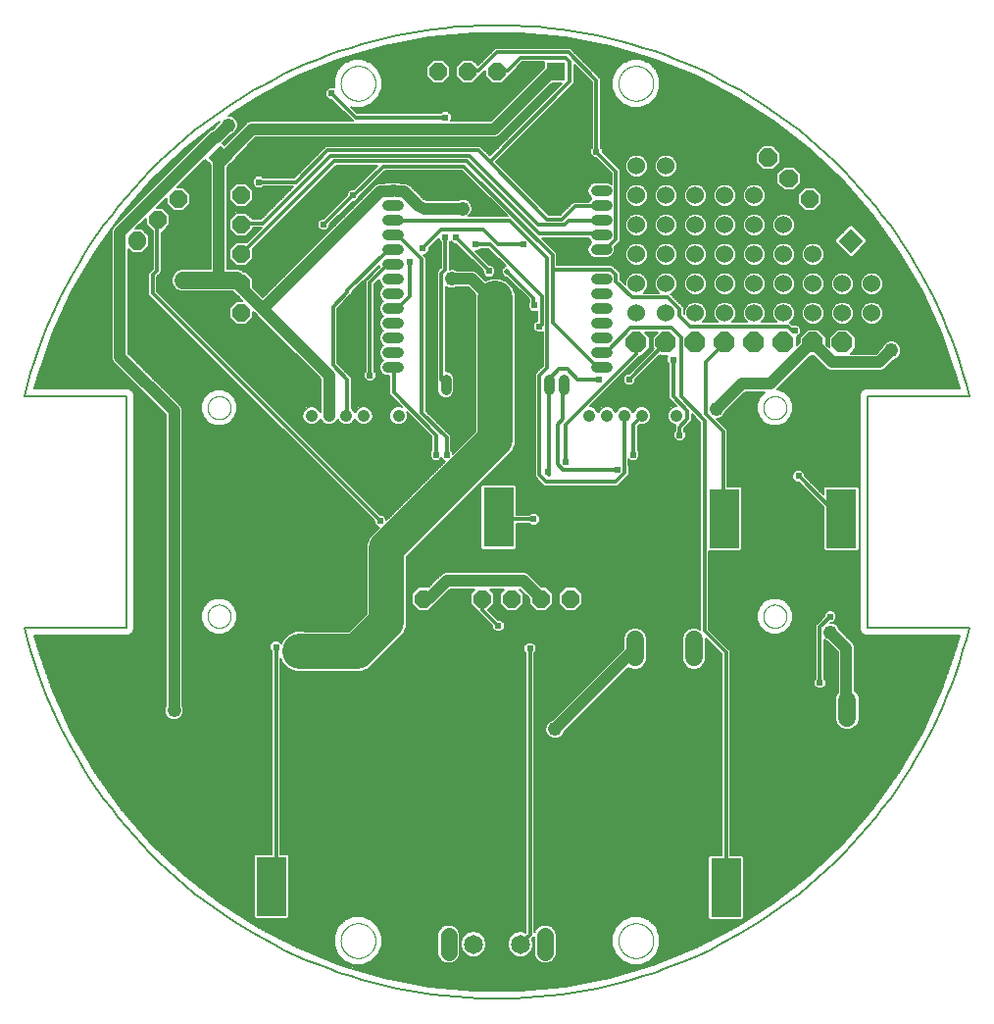
<source format=gbl>
G75*
%MOIN*%
%OFA0B0*%
%FSLAX25Y25*%
%IPPOS*%
%LPD*%
%AMOC8*
5,1,8,0,0,1.08239X$1,22.5*
%
%ADD10C,0.00600*%
%ADD11C,0.00000*%
%ADD12C,0.06300*%
%ADD13OC8,0.06000*%
%ADD14C,0.04134*%
%ADD15R,0.06500X0.06500*%
%ADD16C,0.06500*%
%ADD17C,0.05500*%
%ADD18R,0.10000X0.20000*%
%ADD19C,0.11811*%
%ADD20OC8,0.07000*%
%ADD21C,0.06000*%
%ADD22R,0.06000X0.06000*%
%ADD23C,0.01200*%
%ADD24R,0.06000X0.06000*%
%ADD25C,0.03562*%
%ADD26C,0.04000*%
%ADD27C,0.04800*%
%ADD28C,0.12000*%
%ADD29C,0.03600*%
%ADD30C,0.02400*%
%ADD31C,0.02000*%
%ADD32C,0.06000*%
D10*
X0065584Y0066999D02*
X0096112Y0066999D01*
X0096066Y0066952D02*
X0096066Y0046041D01*
X0096710Y0045397D01*
X0107622Y0045397D01*
X0108266Y0046041D01*
X0108266Y0066952D01*
X0107622Y0067597D01*
X0105150Y0067597D01*
X0105150Y0134172D01*
X0105912Y0132332D01*
X0107883Y0130361D01*
X0110458Y0129294D01*
X0113245Y0129294D01*
X0113499Y0129400D01*
X0132672Y0129400D01*
X0135209Y0130450D01*
X0145209Y0140450D01*
X0147150Y0142391D01*
X0148200Y0144927D01*
X0148200Y0168442D01*
X0182209Y0202450D01*
X0184150Y0204391D01*
X0185200Y0206927D01*
X0185200Y0257672D01*
X0184150Y0260209D01*
X0182209Y0262150D01*
X0179672Y0263200D01*
X0176927Y0263200D01*
X0174964Y0262387D01*
X0171893Y0265458D01*
X0170827Y0265900D01*
X0165122Y0265900D01*
X0164156Y0266300D01*
X0162844Y0266300D01*
X0162750Y0266261D01*
X0162750Y0275480D01*
X0163050Y0275780D01*
X0163980Y0274850D01*
X0164829Y0274850D01*
X0174000Y0265679D01*
X0174000Y0264830D01*
X0175230Y0263600D01*
X0176970Y0263600D01*
X0178200Y0264830D01*
X0178200Y0266570D01*
X0176970Y0267800D01*
X0176121Y0267800D01*
X0171321Y0272600D01*
X0172470Y0272600D01*
X0173070Y0273200D01*
X0175929Y0273200D01*
X0181729Y0267400D01*
X0181513Y0267400D01*
X0180400Y0266287D01*
X0180400Y0264713D01*
X0181513Y0263600D01*
X0182079Y0263600D01*
X0189700Y0255979D01*
X0189700Y0255170D01*
X0189400Y0254870D01*
X0189400Y0253130D01*
X0190630Y0251900D01*
X0192370Y0251900D01*
X0192500Y0252030D01*
X0192500Y0248900D01*
X0192330Y0248900D01*
X0191100Y0247670D01*
X0191100Y0245930D01*
X0192330Y0244700D01*
X0194070Y0244700D01*
X0194400Y0245030D01*
X0194400Y0233549D01*
X0192537Y0231686D01*
X0191658Y0230807D01*
X0191658Y0195709D01*
X0193889Y0193479D01*
X0194767Y0192600D01*
X0219665Y0192600D01*
X0223650Y0196585D01*
X0223650Y0199815D01*
X0223587Y0199878D01*
X0223587Y0201743D01*
X0224280Y0201050D01*
X0226020Y0201050D01*
X0227250Y0202280D01*
X0227250Y0204020D01*
X0226650Y0204620D01*
X0226650Y0212879D01*
X0227150Y0213379D01*
X0227363Y0213291D01*
X0228623Y0213291D01*
X0229787Y0213773D01*
X0230678Y0214664D01*
X0231160Y0215828D01*
X0231160Y0217087D01*
X0230678Y0218251D01*
X0229787Y0219142D01*
X0228623Y0219624D01*
X0227363Y0219624D01*
X0226199Y0219142D01*
X0225308Y0218251D01*
X0225040Y0217604D01*
X0224772Y0218251D01*
X0223881Y0219142D01*
X0222717Y0219624D01*
X0221457Y0219624D01*
X0220293Y0219142D01*
X0219403Y0218251D01*
X0219135Y0217604D01*
X0218867Y0218251D01*
X0217976Y0219142D01*
X0216812Y0219624D01*
X0215552Y0219624D01*
X0214388Y0219142D01*
X0213497Y0218251D01*
X0213229Y0217604D01*
X0212961Y0218251D01*
X0212070Y0219142D01*
X0210906Y0219624D01*
X0210446Y0219624D01*
X0227521Y0236700D01*
X0228205Y0236700D01*
X0230900Y0239395D01*
X0230900Y0243205D01*
X0229255Y0244850D01*
X0233345Y0244850D01*
X0231700Y0243205D01*
X0231700Y0239395D01*
X0231987Y0239108D01*
X0223779Y0230900D01*
X0222930Y0230900D01*
X0221700Y0229670D01*
X0221700Y0227930D01*
X0222930Y0226700D01*
X0224670Y0226700D01*
X0225900Y0227930D01*
X0225900Y0228779D01*
X0234108Y0236987D01*
X0234395Y0236700D01*
X0236830Y0236700D01*
X0236550Y0236420D01*
X0236550Y0234680D01*
X0237150Y0234080D01*
X0237150Y0222329D01*
X0238029Y0221450D01*
X0239854Y0219624D01*
X0239174Y0219624D01*
X0238010Y0219142D01*
X0237119Y0218251D01*
X0236637Y0217087D01*
X0236637Y0215828D01*
X0237119Y0214664D01*
X0238010Y0213773D01*
X0239174Y0213291D01*
X0239469Y0213291D01*
X0239400Y0213221D01*
X0239400Y0211370D01*
X0238800Y0210770D01*
X0238800Y0209030D01*
X0240030Y0207800D01*
X0241770Y0207800D01*
X0243000Y0209030D01*
X0243000Y0210770D01*
X0242400Y0211370D01*
X0242400Y0211979D01*
X0244221Y0213800D01*
X0245100Y0214679D01*
X0245100Y0217079D01*
X0247950Y0214229D01*
X0247950Y0143847D01*
X0246616Y0144400D01*
X0244984Y0144400D01*
X0243478Y0143776D01*
X0242324Y0142622D01*
X0241700Y0141116D01*
X0241700Y0133484D01*
X0242324Y0131978D01*
X0243478Y0130824D01*
X0244984Y0130200D01*
X0246616Y0130200D01*
X0248122Y0130824D01*
X0249276Y0131978D01*
X0249900Y0133484D01*
X0249900Y0140729D01*
X0255150Y0135479D01*
X0255150Y0067215D01*
X0251246Y0067215D01*
X0250602Y0066571D01*
X0250602Y0045659D01*
X0251246Y0045015D01*
X0262157Y0045015D01*
X0262802Y0045659D01*
X0262802Y0066571D01*
X0262157Y0067215D01*
X0258150Y0067215D01*
X0258150Y0136721D01*
X0257271Y0137600D01*
X0250950Y0143921D01*
X0250950Y0170397D01*
X0261598Y0170397D01*
X0262243Y0171041D01*
X0262243Y0191952D01*
X0261598Y0192597D01*
X0257250Y0192597D01*
X0257250Y0211871D01*
X0253521Y0215600D01*
X0254156Y0215600D01*
X0255369Y0216102D01*
X0256298Y0217031D01*
X0256698Y0217996D01*
X0263251Y0224550D01*
X0269854Y0224550D01*
X0269736Y0224501D01*
X0267981Y0222746D01*
X0267031Y0220454D01*
X0267031Y0217973D01*
X0267981Y0215680D01*
X0269736Y0213926D01*
X0272028Y0212976D01*
X0274509Y0212976D01*
X0276801Y0213926D01*
X0278556Y0215680D01*
X0279505Y0217973D01*
X0279505Y0220454D01*
X0278556Y0222746D01*
X0276801Y0224501D01*
X0274509Y0225450D01*
X0274052Y0225450D01*
X0274408Y0225807D01*
X0285301Y0236700D01*
X0286499Y0236700D01*
X0291007Y0232191D01*
X0292073Y0231750D01*
X0309427Y0231750D01*
X0310493Y0232191D01*
X0311308Y0233007D01*
X0313804Y0235502D01*
X0314769Y0235902D01*
X0315698Y0236831D01*
X0316200Y0238044D01*
X0316200Y0239356D01*
X0315698Y0240569D01*
X0314769Y0241498D01*
X0313556Y0242000D01*
X0312244Y0242000D01*
X0311031Y0241498D01*
X0310102Y0240569D01*
X0309702Y0239604D01*
X0307649Y0237550D01*
X0299055Y0237550D01*
X0300900Y0239395D01*
X0300900Y0243205D01*
X0298205Y0245900D01*
X0294395Y0245900D01*
X0291700Y0243205D01*
X0291700Y0239701D01*
X0290900Y0240501D01*
X0290900Y0243205D01*
X0288205Y0245900D01*
X0284395Y0245900D01*
X0281700Y0243205D01*
X0281700Y0241301D01*
X0280900Y0240501D01*
X0280900Y0243205D01*
X0280755Y0243350D01*
X0280920Y0243350D01*
X0282150Y0244580D01*
X0282150Y0246320D01*
X0280920Y0247550D01*
X0279180Y0247550D01*
X0279176Y0247546D01*
X0278618Y0248103D01*
X0279606Y0249091D01*
X0280200Y0250524D01*
X0280200Y0252076D01*
X0279606Y0253509D01*
X0278509Y0254606D01*
X0277076Y0255200D01*
X0275524Y0255200D01*
X0274091Y0254606D01*
X0272994Y0253509D01*
X0272400Y0252076D01*
X0272400Y0250524D01*
X0272994Y0249091D01*
X0273785Y0248300D01*
X0268815Y0248300D01*
X0269606Y0249091D01*
X0270200Y0250524D01*
X0270200Y0252076D01*
X0269606Y0253509D01*
X0268509Y0254606D01*
X0267076Y0255200D01*
X0265524Y0255200D01*
X0264091Y0254606D01*
X0262994Y0253509D01*
X0262400Y0252076D01*
X0262400Y0250524D01*
X0262994Y0249091D01*
X0263785Y0248300D01*
X0258815Y0248300D01*
X0259606Y0249091D01*
X0260200Y0250524D01*
X0260200Y0252076D01*
X0259606Y0253509D01*
X0258509Y0254606D01*
X0257076Y0255200D01*
X0255524Y0255200D01*
X0254091Y0254606D01*
X0252994Y0253509D01*
X0252400Y0252076D01*
X0252400Y0250524D01*
X0252994Y0249091D01*
X0253785Y0248300D01*
X0248815Y0248300D01*
X0249606Y0249091D01*
X0250200Y0250524D01*
X0250200Y0252076D01*
X0249606Y0253509D01*
X0248509Y0254606D01*
X0247076Y0255200D01*
X0245524Y0255200D01*
X0244091Y0254606D01*
X0242994Y0253509D01*
X0242400Y0252076D01*
X0242400Y0251021D01*
X0242400Y0251021D01*
X0242400Y0253271D01*
X0238350Y0257321D01*
X0237921Y0257750D01*
X0238509Y0257994D01*
X0239606Y0259091D01*
X0240200Y0260524D01*
X0240200Y0262076D01*
X0239606Y0263509D01*
X0238509Y0264606D01*
X0237076Y0265200D01*
X0235524Y0265200D01*
X0234091Y0264606D01*
X0232994Y0263509D01*
X0232400Y0262076D01*
X0232400Y0260524D01*
X0232994Y0259091D01*
X0233885Y0258200D01*
X0228715Y0258200D01*
X0229606Y0259091D01*
X0230200Y0260524D01*
X0230200Y0262076D01*
X0229606Y0263509D01*
X0228509Y0264606D01*
X0227076Y0265200D01*
X0225524Y0265200D01*
X0224091Y0264606D01*
X0222994Y0263509D01*
X0222400Y0262076D01*
X0222400Y0261121D01*
X0220800Y0262721D01*
X0220800Y0264971D01*
X0219000Y0266771D01*
X0219000Y0266771D01*
X0218121Y0267650D01*
X0199200Y0267650D01*
X0199200Y0271721D01*
X0194121Y0276800D01*
X0209792Y0276800D01*
X0209990Y0276322D01*
X0210800Y0275511D01*
X0210939Y0275454D01*
X0210800Y0275396D01*
X0209990Y0274586D01*
X0209551Y0273527D01*
X0209551Y0272380D01*
X0209990Y0271322D01*
X0210800Y0270511D01*
X0211859Y0270072D01*
X0216568Y0270072D01*
X0217626Y0270511D01*
X0218437Y0271322D01*
X0218876Y0272380D01*
X0218876Y0273527D01*
X0218750Y0273829D01*
X0220800Y0275879D01*
X0293879Y0275879D01*
X0293879Y0275482D02*
X0293879Y0276393D01*
X0298766Y0281280D01*
X0299677Y0281280D01*
X0304564Y0276393D01*
X0304564Y0275482D01*
X0299677Y0270595D01*
X0298766Y0270595D01*
X0293879Y0275482D01*
X0294080Y0275281D02*
X0220202Y0275281D01*
X0220800Y0275879D02*
X0220800Y0300071D01*
X0219921Y0300950D01*
X0214650Y0306221D01*
X0214650Y0307070D01*
X0214050Y0307670D01*
X0214050Y0331121D01*
X0213171Y0332000D01*
X0203721Y0341450D01*
X0178179Y0341450D01*
X0177300Y0340571D01*
X0172347Y0335618D01*
X0170479Y0337487D01*
X0167082Y0337487D01*
X0164680Y0335085D01*
X0164680Y0331688D01*
X0167082Y0329287D01*
X0170479Y0329287D01*
X0172880Y0331688D01*
X0172880Y0332150D01*
X0173121Y0332150D01*
X0174680Y0333709D01*
X0174680Y0331688D01*
X0177082Y0329287D01*
X0180479Y0329287D01*
X0182880Y0331688D01*
X0182880Y0332150D01*
X0183021Y0332150D01*
X0187521Y0336650D01*
X0194680Y0336650D01*
X0194680Y0334755D01*
X0194484Y0334588D01*
X0194428Y0334479D01*
X0176699Y0316750D01*
X0163070Y0316750D01*
X0163350Y0317030D01*
X0163350Y0318770D01*
X0162120Y0320000D01*
X0160380Y0320000D01*
X0159780Y0319400D01*
X0131271Y0319400D01*
X0129090Y0321581D01*
X0129904Y0321244D01*
X0133168Y0321244D01*
X0136184Y0322493D01*
X0138493Y0324802D01*
X0139742Y0327817D01*
X0139742Y0331082D01*
X0138493Y0334098D01*
X0136184Y0336406D01*
X0133168Y0337655D01*
X0129904Y0337655D01*
X0126888Y0336406D01*
X0124580Y0334098D01*
X0123331Y0331082D01*
X0123331Y0328100D01*
X0121680Y0328100D01*
X0120450Y0326870D01*
X0120450Y0325130D01*
X0121680Y0323900D01*
X0122529Y0323900D01*
X0129150Y0317279D01*
X0129679Y0316750D01*
X0094973Y0316750D01*
X0093907Y0316308D01*
X0093091Y0315493D01*
X0086137Y0308538D01*
X0085513Y0309162D01*
X0085858Y0309507D01*
X0088354Y0312002D01*
X0089319Y0312402D01*
X0090248Y0313331D01*
X0090750Y0314544D01*
X0090750Y0315856D01*
X0090248Y0317069D01*
X0089319Y0317998D01*
X0088106Y0318500D01*
X0087575Y0318500D01*
X0097506Y0324870D01*
X0111258Y0331948D01*
X0125620Y0337688D01*
X0140462Y0342039D01*
X0155650Y0344962D01*
X0171047Y0346430D01*
X0186514Y0346430D01*
X0201911Y0344962D01*
X0217099Y0342039D01*
X0231941Y0337688D01*
X0246303Y0331948D01*
X0260055Y0324870D01*
X0273074Y0316519D01*
X0285241Y0306970D01*
X0296446Y0296310D01*
X0306590Y0284634D01*
X0315579Y0272048D01*
X0323334Y0258665D01*
X0329783Y0244607D01*
X0334868Y0230000D01*
X0336016Y0225750D01*
X0304247Y0225750D01*
X0303292Y0225355D01*
X0302560Y0224623D01*
X0302165Y0223668D01*
X0302165Y0143893D01*
X0302560Y0142937D01*
X0303292Y0142206D01*
X0304247Y0141810D01*
X0336016Y0141810D01*
X0334868Y0137560D01*
X0329783Y0122953D01*
X0323334Y0108895D01*
X0315579Y0095513D01*
X0306590Y0082927D01*
X0296446Y0071251D01*
X0285241Y0060590D01*
X0273073Y0051041D01*
X0260055Y0042691D01*
X0246303Y0035613D01*
X0231941Y0029873D01*
X0217099Y0025522D01*
X0201911Y0022599D01*
X0186514Y0021131D01*
X0171047Y0021131D01*
X0155650Y0022599D01*
X0140462Y0025522D01*
X0125620Y0029873D01*
X0111258Y0035613D01*
X0097506Y0042691D01*
X0084487Y0051041D01*
X0072320Y0060590D01*
X0061114Y0071251D01*
X0050971Y0082927D01*
X0041981Y0095513D01*
X0034227Y0108895D01*
X0027778Y0122953D01*
X0022693Y0137560D01*
X0021545Y0141810D01*
X0053313Y0141810D01*
X0054269Y0142206D01*
X0055000Y0142937D01*
X0055396Y0143893D01*
X0055396Y0223668D01*
X0055000Y0224623D01*
X0054269Y0225355D01*
X0053313Y0225750D01*
X0021545Y0225750D01*
X0022693Y0230000D01*
X0027778Y0244607D01*
X0034227Y0258665D01*
X0041981Y0272048D01*
X0050971Y0284634D01*
X0061114Y0296310D01*
X0072320Y0306970D01*
X0084394Y0316446D01*
X0084252Y0316104D01*
X0082075Y0313927D01*
X0081307Y0313608D01*
X0048907Y0281208D01*
X0048091Y0280393D01*
X0047650Y0279327D01*
X0047650Y0235923D01*
X0048091Y0234857D01*
X0066100Y0216849D01*
X0066100Y0117922D01*
X0065700Y0116956D01*
X0065700Y0115644D01*
X0066202Y0114431D01*
X0067131Y0113502D01*
X0068344Y0113000D01*
X0069656Y0113000D01*
X0070869Y0113502D01*
X0071798Y0114431D01*
X0072300Y0115644D01*
X0072300Y0116956D01*
X0071900Y0117922D01*
X0071900Y0218627D01*
X0071458Y0219693D01*
X0070643Y0220508D01*
X0053450Y0237701D01*
X0053450Y0273060D01*
X0054672Y0271837D01*
X0058069Y0271837D01*
X0060470Y0274239D01*
X0060470Y0277636D01*
X0058069Y0280037D01*
X0055939Y0280037D01*
X0059342Y0283440D01*
X0059342Y0281310D01*
X0061650Y0279002D01*
X0061650Y0266321D01*
X0061179Y0265850D01*
X0061179Y0265850D01*
X0060300Y0264971D01*
X0060300Y0257429D01*
X0137100Y0180629D01*
X0137100Y0179780D01*
X0138330Y0178550D01*
X0138792Y0178550D01*
X0135450Y0175209D01*
X0134400Y0172672D01*
X0134400Y0149158D01*
X0128442Y0143200D01*
X0113499Y0143200D01*
X0113245Y0143305D01*
X0110458Y0143305D01*
X0107883Y0142239D01*
X0105912Y0140268D01*
X0105426Y0139094D01*
X0104520Y0140000D01*
X0102780Y0140000D01*
X0101550Y0138770D01*
X0101550Y0137030D01*
X0102150Y0136430D01*
X0102150Y0067597D01*
X0096710Y0067597D01*
X0096066Y0066952D01*
X0096066Y0066400D02*
X0066213Y0066400D01*
X0066842Y0065802D02*
X0096066Y0065802D01*
X0096066Y0065203D02*
X0067471Y0065203D01*
X0068100Y0064605D02*
X0096066Y0064605D01*
X0096066Y0064006D02*
X0068729Y0064006D01*
X0069358Y0063408D02*
X0096066Y0063408D01*
X0096066Y0062809D02*
X0069988Y0062809D01*
X0070617Y0062211D02*
X0096066Y0062211D01*
X0096066Y0061612D02*
X0071246Y0061612D01*
X0071875Y0061014D02*
X0096066Y0061014D01*
X0096066Y0060415D02*
X0072543Y0060415D01*
X0073306Y0059817D02*
X0096066Y0059817D01*
X0096066Y0059218D02*
X0074068Y0059218D01*
X0074831Y0058620D02*
X0096066Y0058620D01*
X0096066Y0058021D02*
X0075594Y0058021D01*
X0076356Y0057423D02*
X0096066Y0057423D01*
X0096066Y0056824D02*
X0077119Y0056824D01*
X0077882Y0056226D02*
X0096066Y0056226D01*
X0096066Y0055627D02*
X0078644Y0055627D01*
X0079407Y0055029D02*
X0096066Y0055029D01*
X0096066Y0054430D02*
X0080169Y0054430D01*
X0080932Y0053832D02*
X0096066Y0053832D01*
X0096066Y0053233D02*
X0081695Y0053233D01*
X0082457Y0052634D02*
X0096066Y0052634D01*
X0096066Y0052036D02*
X0083220Y0052036D01*
X0083983Y0051437D02*
X0096066Y0051437D01*
X0096066Y0050839D02*
X0084803Y0050839D01*
X0085736Y0050240D02*
X0096066Y0050240D01*
X0096066Y0049642D02*
X0086669Y0049642D01*
X0087602Y0049043D02*
X0096066Y0049043D01*
X0096066Y0048445D02*
X0088535Y0048445D01*
X0089468Y0047846D02*
X0096066Y0047846D01*
X0096066Y0047248D02*
X0090401Y0047248D01*
X0091334Y0046649D02*
X0096066Y0046649D01*
X0096066Y0046051D02*
X0092267Y0046051D01*
X0093200Y0045452D02*
X0096655Y0045452D01*
X0095999Y0043657D02*
X0125478Y0043657D01*
X0126076Y0044255D02*
X0095066Y0044255D01*
X0094133Y0044854D02*
X0126675Y0044854D01*
X0126888Y0045067D02*
X0124580Y0042759D01*
X0123331Y0039743D01*
X0123331Y0036479D01*
X0124580Y0033463D01*
X0126888Y0031155D01*
X0129904Y0029906D01*
X0133168Y0029906D01*
X0136184Y0031155D01*
X0138493Y0033463D01*
X0139742Y0036479D01*
X0139742Y0039743D01*
X0138493Y0042759D01*
X0136184Y0045067D01*
X0133168Y0046317D01*
X0129904Y0046317D01*
X0126888Y0045067D01*
X0127818Y0045452D02*
X0107677Y0045452D01*
X0108266Y0046051D02*
X0129263Y0046051D01*
X0133810Y0046051D02*
X0188550Y0046051D01*
X0188550Y0046649D02*
X0108266Y0046649D01*
X0108266Y0047248D02*
X0188550Y0047248D01*
X0188550Y0047846D02*
X0108266Y0047846D01*
X0108266Y0048445D02*
X0188550Y0048445D01*
X0188550Y0049043D02*
X0108266Y0049043D01*
X0108266Y0049642D02*
X0188550Y0049642D01*
X0188550Y0050240D02*
X0108266Y0050240D01*
X0108266Y0050839D02*
X0188550Y0050839D01*
X0188550Y0051437D02*
X0108266Y0051437D01*
X0108266Y0052036D02*
X0188550Y0052036D01*
X0188550Y0052634D02*
X0108266Y0052634D01*
X0108266Y0053233D02*
X0188550Y0053233D01*
X0188550Y0053832D02*
X0108266Y0053832D01*
X0108266Y0054430D02*
X0188550Y0054430D01*
X0188550Y0055029D02*
X0108266Y0055029D01*
X0108266Y0055627D02*
X0188550Y0055627D01*
X0188550Y0056226D02*
X0108266Y0056226D01*
X0108266Y0056824D02*
X0188550Y0056824D01*
X0188550Y0057423D02*
X0108266Y0057423D01*
X0108266Y0058021D02*
X0188550Y0058021D01*
X0188550Y0058620D02*
X0108266Y0058620D01*
X0108266Y0059218D02*
X0188550Y0059218D01*
X0188550Y0059817D02*
X0108266Y0059817D01*
X0108266Y0060415D02*
X0188550Y0060415D01*
X0188550Y0061014D02*
X0108266Y0061014D01*
X0108266Y0061612D02*
X0188550Y0061612D01*
X0188550Y0062211D02*
X0108266Y0062211D01*
X0108266Y0062809D02*
X0188550Y0062809D01*
X0188550Y0063408D02*
X0108266Y0063408D01*
X0108266Y0064006D02*
X0188550Y0064006D01*
X0188550Y0064605D02*
X0108266Y0064605D01*
X0108266Y0065203D02*
X0188550Y0065203D01*
X0188550Y0065802D02*
X0108266Y0065802D01*
X0108266Y0066400D02*
X0188550Y0066400D01*
X0188550Y0066999D02*
X0108220Y0066999D01*
X0105150Y0067597D02*
X0188550Y0067597D01*
X0188550Y0068196D02*
X0105150Y0068196D01*
X0105150Y0068794D02*
X0188550Y0068794D01*
X0188550Y0069393D02*
X0105150Y0069393D01*
X0105150Y0069991D02*
X0188550Y0069991D01*
X0188550Y0070590D02*
X0105150Y0070590D01*
X0105150Y0071188D02*
X0188550Y0071188D01*
X0188550Y0071787D02*
X0105150Y0071787D01*
X0105150Y0072385D02*
X0188550Y0072385D01*
X0188550Y0072984D02*
X0105150Y0072984D01*
X0105150Y0073582D02*
X0188550Y0073582D01*
X0188550Y0074181D02*
X0105150Y0074181D01*
X0105150Y0074779D02*
X0188550Y0074779D01*
X0188550Y0075378D02*
X0105150Y0075378D01*
X0105150Y0075976D02*
X0188550Y0075976D01*
X0188550Y0076575D02*
X0105150Y0076575D01*
X0105150Y0077173D02*
X0188550Y0077173D01*
X0188550Y0077772D02*
X0105150Y0077772D01*
X0105150Y0078370D02*
X0188550Y0078370D01*
X0188550Y0078969D02*
X0105150Y0078969D01*
X0105150Y0079568D02*
X0188550Y0079568D01*
X0188550Y0080166D02*
X0105150Y0080166D01*
X0105150Y0080765D02*
X0188550Y0080765D01*
X0188550Y0081363D02*
X0105150Y0081363D01*
X0105150Y0081962D02*
X0188550Y0081962D01*
X0188550Y0082560D02*
X0105150Y0082560D01*
X0105150Y0083159D02*
X0188550Y0083159D01*
X0188550Y0083757D02*
X0105150Y0083757D01*
X0105150Y0084356D02*
X0188550Y0084356D01*
X0188550Y0084954D02*
X0105150Y0084954D01*
X0105150Y0085553D02*
X0188550Y0085553D01*
X0188550Y0086151D02*
X0105150Y0086151D01*
X0105150Y0086750D02*
X0188550Y0086750D01*
X0188550Y0087348D02*
X0105150Y0087348D01*
X0105150Y0087947D02*
X0188550Y0087947D01*
X0188550Y0088545D02*
X0105150Y0088545D01*
X0105150Y0089144D02*
X0188550Y0089144D01*
X0188550Y0089742D02*
X0105150Y0089742D01*
X0105150Y0090341D02*
X0188550Y0090341D01*
X0188550Y0090939D02*
X0105150Y0090939D01*
X0105150Y0091538D02*
X0188550Y0091538D01*
X0188550Y0092136D02*
X0105150Y0092136D01*
X0105150Y0092735D02*
X0188550Y0092735D01*
X0188550Y0093333D02*
X0105150Y0093333D01*
X0105150Y0093932D02*
X0188550Y0093932D01*
X0188550Y0094530D02*
X0105150Y0094530D01*
X0105150Y0095129D02*
X0188550Y0095129D01*
X0188550Y0095727D02*
X0105150Y0095727D01*
X0105150Y0096326D02*
X0188550Y0096326D01*
X0188550Y0096924D02*
X0105150Y0096924D01*
X0105150Y0097523D02*
X0188550Y0097523D01*
X0188550Y0098121D02*
X0105150Y0098121D01*
X0105150Y0098720D02*
X0188550Y0098720D01*
X0188550Y0099318D02*
X0105150Y0099318D01*
X0105150Y0099917D02*
X0188550Y0099917D01*
X0188550Y0100515D02*
X0105150Y0100515D01*
X0105150Y0101114D02*
X0188550Y0101114D01*
X0188550Y0101712D02*
X0105150Y0101712D01*
X0105150Y0102311D02*
X0188550Y0102311D01*
X0188550Y0102909D02*
X0105150Y0102909D01*
X0105150Y0103508D02*
X0188550Y0103508D01*
X0188550Y0104106D02*
X0105150Y0104106D01*
X0105150Y0104705D02*
X0188550Y0104705D01*
X0188550Y0105303D02*
X0105150Y0105303D01*
X0105150Y0105902D02*
X0188550Y0105902D01*
X0188550Y0106501D02*
X0105150Y0106501D01*
X0105150Y0107099D02*
X0188550Y0107099D01*
X0188550Y0107698D02*
X0105150Y0107698D01*
X0105150Y0108296D02*
X0188550Y0108296D01*
X0188550Y0108895D02*
X0105150Y0108895D01*
X0105150Y0109493D02*
X0188550Y0109493D01*
X0188550Y0110092D02*
X0105150Y0110092D01*
X0105150Y0110690D02*
X0188550Y0110690D01*
X0188550Y0111289D02*
X0105150Y0111289D01*
X0105150Y0111887D02*
X0188550Y0111887D01*
X0188550Y0112486D02*
X0105150Y0112486D01*
X0105150Y0113084D02*
X0188550Y0113084D01*
X0188550Y0113683D02*
X0105150Y0113683D01*
X0105150Y0114281D02*
X0188550Y0114281D01*
X0188550Y0114880D02*
X0105150Y0114880D01*
X0105150Y0115478D02*
X0188550Y0115478D01*
X0188550Y0116077D02*
X0105150Y0116077D01*
X0105150Y0116675D02*
X0188550Y0116675D01*
X0188550Y0117274D02*
X0105150Y0117274D01*
X0105150Y0117872D02*
X0188550Y0117872D01*
X0188550Y0118471D02*
X0105150Y0118471D01*
X0105150Y0119069D02*
X0188550Y0119069D01*
X0188550Y0119668D02*
X0105150Y0119668D01*
X0105150Y0120266D02*
X0188550Y0120266D01*
X0188550Y0120865D02*
X0105150Y0120865D01*
X0105150Y0121463D02*
X0188550Y0121463D01*
X0188550Y0122062D02*
X0105150Y0122062D01*
X0105150Y0122660D02*
X0188550Y0122660D01*
X0188550Y0123259D02*
X0105150Y0123259D01*
X0105150Y0123857D02*
X0188550Y0123857D01*
X0188550Y0124456D02*
X0105150Y0124456D01*
X0105150Y0125054D02*
X0188550Y0125054D01*
X0188550Y0125653D02*
X0105150Y0125653D01*
X0105150Y0126251D02*
X0188550Y0126251D01*
X0188550Y0126850D02*
X0105150Y0126850D01*
X0105150Y0127448D02*
X0188550Y0127448D01*
X0188550Y0128047D02*
X0105150Y0128047D01*
X0105150Y0128645D02*
X0188550Y0128645D01*
X0188550Y0129244D02*
X0105150Y0129244D01*
X0105150Y0129842D02*
X0109135Y0129842D01*
X0107803Y0130441D02*
X0105150Y0130441D01*
X0105150Y0131039D02*
X0107204Y0131039D01*
X0106606Y0131638D02*
X0105150Y0131638D01*
X0105150Y0132237D02*
X0106007Y0132237D01*
X0105704Y0132835D02*
X0105150Y0132835D01*
X0105150Y0133434D02*
X0105456Y0133434D01*
X0105208Y0134032D02*
X0105150Y0134032D01*
X0102150Y0134032D02*
X0071900Y0134032D01*
X0071900Y0133434D02*
X0102150Y0133434D01*
X0102150Y0132835D02*
X0071900Y0132835D01*
X0071900Y0132237D02*
X0102150Y0132237D01*
X0102150Y0131638D02*
X0071900Y0131638D01*
X0071900Y0131039D02*
X0102150Y0131039D01*
X0102150Y0130441D02*
X0071900Y0130441D01*
X0071900Y0129842D02*
X0102150Y0129842D01*
X0102150Y0129244D02*
X0071900Y0129244D01*
X0071900Y0128645D02*
X0102150Y0128645D01*
X0102150Y0128047D02*
X0071900Y0128047D01*
X0071900Y0127448D02*
X0102150Y0127448D01*
X0102150Y0126850D02*
X0071900Y0126850D01*
X0071900Y0126251D02*
X0102150Y0126251D01*
X0102150Y0125653D02*
X0071900Y0125653D01*
X0071900Y0125054D02*
X0102150Y0125054D01*
X0102150Y0124456D02*
X0071900Y0124456D01*
X0071900Y0123857D02*
X0102150Y0123857D01*
X0102150Y0123259D02*
X0071900Y0123259D01*
X0071900Y0122660D02*
X0102150Y0122660D01*
X0102150Y0122062D02*
X0071900Y0122062D01*
X0071900Y0121463D02*
X0102150Y0121463D01*
X0102150Y0120865D02*
X0071900Y0120865D01*
X0071900Y0120266D02*
X0102150Y0120266D01*
X0102150Y0119668D02*
X0071900Y0119668D01*
X0071900Y0119069D02*
X0102150Y0119069D01*
X0102150Y0118471D02*
X0071900Y0118471D01*
X0071921Y0117872D02*
X0102150Y0117872D01*
X0102150Y0117274D02*
X0072169Y0117274D01*
X0072300Y0116675D02*
X0102150Y0116675D01*
X0102150Y0116077D02*
X0072300Y0116077D01*
X0072231Y0115478D02*
X0102150Y0115478D01*
X0102150Y0114880D02*
X0071984Y0114880D01*
X0071648Y0114281D02*
X0102150Y0114281D01*
X0102150Y0113683D02*
X0071050Y0113683D01*
X0069860Y0113084D02*
X0102150Y0113084D01*
X0102150Y0112486D02*
X0032580Y0112486D01*
X0032306Y0113084D02*
X0068140Y0113084D01*
X0066950Y0113683D02*
X0032031Y0113683D01*
X0031756Y0114281D02*
X0066352Y0114281D01*
X0066016Y0114880D02*
X0031482Y0114880D01*
X0031207Y0115478D02*
X0065769Y0115478D01*
X0065700Y0116077D02*
X0030933Y0116077D01*
X0030658Y0116675D02*
X0065700Y0116675D01*
X0065831Y0117274D02*
X0030384Y0117274D01*
X0030109Y0117872D02*
X0066079Y0117872D01*
X0066100Y0118471D02*
X0029835Y0118471D01*
X0029560Y0119069D02*
X0066100Y0119069D01*
X0066100Y0119668D02*
X0029285Y0119668D01*
X0029011Y0120266D02*
X0066100Y0120266D01*
X0066100Y0120865D02*
X0028736Y0120865D01*
X0028462Y0121463D02*
X0066100Y0121463D01*
X0066100Y0122062D02*
X0028187Y0122062D01*
X0027913Y0122660D02*
X0066100Y0122660D01*
X0066100Y0123259D02*
X0027672Y0123259D01*
X0027463Y0123857D02*
X0066100Y0123857D01*
X0066100Y0124456D02*
X0027255Y0124456D01*
X0027047Y0125054D02*
X0066100Y0125054D01*
X0066100Y0125653D02*
X0026838Y0125653D01*
X0026630Y0126251D02*
X0066100Y0126251D01*
X0066100Y0126850D02*
X0026421Y0126850D01*
X0026213Y0127448D02*
X0066100Y0127448D01*
X0066100Y0128047D02*
X0026005Y0128047D01*
X0025796Y0128645D02*
X0066100Y0128645D01*
X0066100Y0129244D02*
X0025588Y0129244D01*
X0025380Y0129842D02*
X0066100Y0129842D01*
X0066100Y0130441D02*
X0025171Y0130441D01*
X0024963Y0131039D02*
X0066100Y0131039D01*
X0066100Y0131638D02*
X0024754Y0131638D01*
X0024546Y0132237D02*
X0066100Y0132237D01*
X0066100Y0132835D02*
X0024338Y0132835D01*
X0024129Y0133434D02*
X0066100Y0133434D01*
X0066100Y0134032D02*
X0023921Y0134032D01*
X0023713Y0134631D02*
X0066100Y0134631D01*
X0066100Y0135229D02*
X0023504Y0135229D01*
X0023296Y0135828D02*
X0066100Y0135828D01*
X0066100Y0136426D02*
X0023087Y0136426D01*
X0022879Y0137025D02*
X0066100Y0137025D01*
X0066100Y0137623D02*
X0022676Y0137623D01*
X0022514Y0138222D02*
X0066100Y0138222D01*
X0066100Y0138820D02*
X0022352Y0138820D01*
X0022191Y0139419D02*
X0066100Y0139419D01*
X0066100Y0140017D02*
X0022029Y0140017D01*
X0021867Y0140616D02*
X0066100Y0140616D01*
X0066100Y0141214D02*
X0021706Y0141214D01*
X0018150Y0144410D02*
X0052796Y0144410D01*
X0052796Y0223150D01*
X0018150Y0223150D01*
X0021667Y0226203D02*
X0056746Y0226203D01*
X0056147Y0226801D02*
X0021829Y0226801D01*
X0021990Y0227400D02*
X0055549Y0227400D01*
X0054950Y0227998D02*
X0022152Y0227998D01*
X0022313Y0228597D02*
X0054352Y0228597D01*
X0053753Y0229195D02*
X0022475Y0229195D01*
X0022637Y0229794D02*
X0053155Y0229794D01*
X0052556Y0230392D02*
X0022829Y0230392D01*
X0023037Y0230991D02*
X0051958Y0230991D01*
X0051359Y0231589D02*
X0023246Y0231589D01*
X0023454Y0232188D02*
X0050761Y0232188D01*
X0050162Y0232786D02*
X0023662Y0232786D01*
X0023871Y0233385D02*
X0049564Y0233385D01*
X0048965Y0233983D02*
X0024079Y0233983D01*
X0024288Y0234582D02*
X0048367Y0234582D01*
X0047958Y0235180D02*
X0024496Y0235180D01*
X0024704Y0235779D02*
X0047710Y0235779D01*
X0047650Y0236377D02*
X0024913Y0236377D01*
X0025121Y0236976D02*
X0047650Y0236976D01*
X0047650Y0237574D02*
X0025330Y0237574D01*
X0025538Y0238173D02*
X0047650Y0238173D01*
X0047650Y0238772D02*
X0025746Y0238772D01*
X0025955Y0239370D02*
X0047650Y0239370D01*
X0047650Y0239969D02*
X0026163Y0239969D01*
X0026371Y0240567D02*
X0047650Y0240567D01*
X0047650Y0241166D02*
X0026580Y0241166D01*
X0026788Y0241764D02*
X0047650Y0241764D01*
X0047650Y0242363D02*
X0026997Y0242363D01*
X0027205Y0242961D02*
X0047650Y0242961D01*
X0047650Y0243560D02*
X0027413Y0243560D01*
X0027622Y0244158D02*
X0047650Y0244158D01*
X0047650Y0244757D02*
X0027847Y0244757D01*
X0028121Y0245355D02*
X0047650Y0245355D01*
X0047650Y0245954D02*
X0028396Y0245954D01*
X0028670Y0246552D02*
X0047650Y0246552D01*
X0047650Y0247151D02*
X0028945Y0247151D01*
X0029219Y0247749D02*
X0047650Y0247749D01*
X0047650Y0248348D02*
X0029494Y0248348D01*
X0029769Y0248946D02*
X0047650Y0248946D01*
X0047650Y0249545D02*
X0030043Y0249545D01*
X0030318Y0250143D02*
X0047650Y0250143D01*
X0047650Y0250742D02*
X0030592Y0250742D01*
X0030867Y0251340D02*
X0047650Y0251340D01*
X0047650Y0251939D02*
X0031141Y0251939D01*
X0031416Y0252537D02*
X0047650Y0252537D01*
X0047650Y0253136D02*
X0031691Y0253136D01*
X0031965Y0253734D02*
X0047650Y0253734D01*
X0047650Y0254333D02*
X0032240Y0254333D01*
X0032514Y0254931D02*
X0047650Y0254931D01*
X0047650Y0255530D02*
X0032789Y0255530D01*
X0033063Y0256128D02*
X0047650Y0256128D01*
X0047650Y0256727D02*
X0033338Y0256727D01*
X0033612Y0257325D02*
X0047650Y0257325D01*
X0047650Y0257924D02*
X0033887Y0257924D01*
X0034162Y0258522D02*
X0047650Y0258522D01*
X0047650Y0259121D02*
X0034491Y0259121D01*
X0034838Y0259719D02*
X0047650Y0259719D01*
X0047650Y0260318D02*
X0035185Y0260318D01*
X0035532Y0260916D02*
X0047650Y0260916D01*
X0047650Y0261515D02*
X0035878Y0261515D01*
X0036225Y0262113D02*
X0047650Y0262113D01*
X0047650Y0262712D02*
X0036572Y0262712D01*
X0036919Y0263310D02*
X0047650Y0263310D01*
X0047650Y0263909D02*
X0037266Y0263909D01*
X0037612Y0264508D02*
X0047650Y0264508D01*
X0047650Y0265106D02*
X0037959Y0265106D01*
X0038306Y0265705D02*
X0047650Y0265705D01*
X0047650Y0266303D02*
X0038653Y0266303D01*
X0038999Y0266902D02*
X0047650Y0266902D01*
X0047650Y0267500D02*
X0039346Y0267500D01*
X0039693Y0268099D02*
X0047650Y0268099D01*
X0047650Y0268697D02*
X0040040Y0268697D01*
X0040387Y0269296D02*
X0047650Y0269296D01*
X0047650Y0269894D02*
X0040733Y0269894D01*
X0041080Y0270493D02*
X0047650Y0270493D01*
X0047650Y0271091D02*
X0041427Y0271091D01*
X0041774Y0271690D02*
X0047650Y0271690D01*
X0047650Y0272288D02*
X0042153Y0272288D01*
X0042581Y0272887D02*
X0047650Y0272887D01*
X0047650Y0273485D02*
X0043008Y0273485D01*
X0043435Y0274084D02*
X0047650Y0274084D01*
X0047650Y0274682D02*
X0043863Y0274682D01*
X0044290Y0275281D02*
X0047650Y0275281D01*
X0047650Y0275879D02*
X0044718Y0275879D01*
X0045145Y0276478D02*
X0047650Y0276478D01*
X0047650Y0277076D02*
X0045573Y0277076D01*
X0046000Y0277675D02*
X0047650Y0277675D01*
X0047650Y0278273D02*
X0046428Y0278273D01*
X0046855Y0278872D02*
X0047650Y0278872D01*
X0047709Y0279470D02*
X0047283Y0279470D01*
X0047710Y0280069D02*
X0047957Y0280069D01*
X0048138Y0280667D02*
X0048366Y0280667D01*
X0048565Y0281266D02*
X0048965Y0281266D01*
X0048993Y0281864D02*
X0049563Y0281864D01*
X0049420Y0282463D02*
X0050162Y0282463D01*
X0049848Y0283061D02*
X0050760Y0283061D01*
X0050275Y0283660D02*
X0051359Y0283660D01*
X0051957Y0284258D02*
X0050703Y0284258D01*
X0051165Y0284857D02*
X0052556Y0284857D01*
X0053154Y0285455D02*
X0051685Y0285455D01*
X0052204Y0286054D02*
X0053753Y0286054D01*
X0054351Y0286652D02*
X0052724Y0286652D01*
X0053244Y0287251D02*
X0054950Y0287251D01*
X0055548Y0287849D02*
X0053764Y0287849D01*
X0054284Y0288448D02*
X0056147Y0288448D01*
X0056745Y0289046D02*
X0054804Y0289046D01*
X0055324Y0289645D02*
X0057344Y0289645D01*
X0057942Y0290243D02*
X0055844Y0290243D01*
X0056364Y0290842D02*
X0058541Y0290842D01*
X0059139Y0291441D02*
X0056884Y0291441D01*
X0057404Y0292039D02*
X0059738Y0292039D01*
X0060336Y0292638D02*
X0057924Y0292638D01*
X0058444Y0293236D02*
X0060935Y0293236D01*
X0061533Y0293835D02*
X0058964Y0293835D01*
X0059484Y0294433D02*
X0062132Y0294433D01*
X0062730Y0295032D02*
X0060004Y0295032D01*
X0060524Y0295630D02*
X0063329Y0295630D01*
X0063927Y0296229D02*
X0061044Y0296229D01*
X0061658Y0296827D02*
X0064526Y0296827D01*
X0065124Y0297426D02*
X0062287Y0297426D01*
X0062916Y0298024D02*
X0065723Y0298024D01*
X0066321Y0298623D02*
X0063545Y0298623D01*
X0064174Y0299221D02*
X0066920Y0299221D01*
X0067518Y0299820D02*
X0064804Y0299820D01*
X0065433Y0300418D02*
X0068117Y0300418D01*
X0068715Y0301017D02*
X0066062Y0301017D01*
X0066691Y0301615D02*
X0069314Y0301615D01*
X0069913Y0302214D02*
X0067320Y0302214D01*
X0067949Y0302812D02*
X0070511Y0302812D01*
X0071110Y0303411D02*
X0068578Y0303411D01*
X0069207Y0304009D02*
X0071708Y0304009D01*
X0072307Y0304608D02*
X0069837Y0304608D01*
X0070466Y0305206D02*
X0072905Y0305206D01*
X0073504Y0305805D02*
X0071095Y0305805D01*
X0071724Y0306403D02*
X0074102Y0306403D01*
X0074701Y0307002D02*
X0072360Y0307002D01*
X0073123Y0307600D02*
X0075299Y0307600D01*
X0075898Y0308199D02*
X0073885Y0308199D01*
X0074648Y0308797D02*
X0076496Y0308797D01*
X0077095Y0309396D02*
X0075411Y0309396D01*
X0076173Y0309994D02*
X0077693Y0309994D01*
X0078292Y0310593D02*
X0076936Y0310593D01*
X0077698Y0311191D02*
X0078890Y0311191D01*
X0078461Y0311790D02*
X0079489Y0311790D01*
X0079224Y0312388D02*
X0080087Y0312388D01*
X0079986Y0312987D02*
X0080686Y0312987D01*
X0080749Y0313585D02*
X0081284Y0313585D01*
X0081512Y0314184D02*
X0082333Y0314184D01*
X0082274Y0314782D02*
X0082931Y0314782D01*
X0083037Y0315381D02*
X0083530Y0315381D01*
X0083799Y0315979D02*
X0084128Y0315979D01*
X0088412Y0318374D02*
X0128055Y0318374D01*
X0127457Y0318972D02*
X0088311Y0318972D01*
X0089244Y0319571D02*
X0126858Y0319571D01*
X0126260Y0320169D02*
X0090177Y0320169D01*
X0091110Y0320768D02*
X0125661Y0320768D01*
X0125063Y0321366D02*
X0092043Y0321366D01*
X0092976Y0321965D02*
X0124464Y0321965D01*
X0123866Y0322563D02*
X0093909Y0322563D01*
X0094842Y0323162D02*
X0123267Y0323162D01*
X0122669Y0323760D02*
X0095775Y0323760D01*
X0096708Y0324359D02*
X0121222Y0324359D01*
X0120623Y0324957D02*
X0097675Y0324957D01*
X0098838Y0325556D02*
X0120450Y0325556D01*
X0120450Y0326154D02*
X0100001Y0326154D01*
X0101164Y0326753D02*
X0120450Y0326753D01*
X0120931Y0327351D02*
X0102327Y0327351D01*
X0103490Y0327950D02*
X0121530Y0327950D01*
X0123331Y0328548D02*
X0104653Y0328548D01*
X0105816Y0329147D02*
X0123331Y0329147D01*
X0123331Y0329745D02*
X0106979Y0329745D01*
X0108142Y0330344D02*
X0123331Y0330344D01*
X0123331Y0330942D02*
X0109305Y0330942D01*
X0110468Y0331541D02*
X0123521Y0331541D01*
X0123769Y0332139D02*
X0111738Y0332139D01*
X0113235Y0332738D02*
X0124017Y0332738D01*
X0124265Y0333336D02*
X0114733Y0333336D01*
X0116230Y0333935D02*
X0124512Y0333935D01*
X0125016Y0334533D02*
X0117728Y0334533D01*
X0119225Y0335132D02*
X0125614Y0335132D01*
X0126213Y0335730D02*
X0120723Y0335730D01*
X0122220Y0336329D02*
X0126811Y0336329D01*
X0128147Y0336927D02*
X0123718Y0336927D01*
X0125215Y0337526D02*
X0129592Y0337526D01*
X0129151Y0338723D02*
X0175452Y0338723D01*
X0176050Y0339321D02*
X0131192Y0339321D01*
X0133234Y0339920D02*
X0176649Y0339920D01*
X0177247Y0340518D02*
X0135276Y0340518D01*
X0137317Y0341117D02*
X0177846Y0341117D01*
X0174853Y0338124D02*
X0127109Y0338124D01*
X0133480Y0337526D02*
X0174255Y0337526D01*
X0173656Y0336927D02*
X0171038Y0336927D01*
X0171636Y0336329D02*
X0173058Y0336329D01*
X0172459Y0335730D02*
X0172235Y0335730D01*
X0174308Y0333336D02*
X0174680Y0333336D01*
X0174680Y0332738D02*
X0173709Y0332738D01*
X0172880Y0332139D02*
X0174680Y0332139D01*
X0174828Y0331541D02*
X0172733Y0331541D01*
X0172134Y0330942D02*
X0175426Y0330942D01*
X0176025Y0330344D02*
X0171536Y0330344D01*
X0170937Y0329745D02*
X0176623Y0329745D01*
X0180937Y0329745D02*
X0189694Y0329745D01*
X0189096Y0329147D02*
X0139742Y0329147D01*
X0139742Y0329745D02*
X0156623Y0329745D01*
X0157082Y0329287D02*
X0160479Y0329287D01*
X0162880Y0331688D01*
X0162880Y0335085D01*
X0160479Y0337487D01*
X0157082Y0337487D01*
X0154680Y0335085D01*
X0154680Y0331688D01*
X0157082Y0329287D01*
X0156025Y0330344D02*
X0139742Y0330344D01*
X0139742Y0330942D02*
X0155426Y0330942D01*
X0154828Y0331541D02*
X0139552Y0331541D01*
X0139304Y0332139D02*
X0154680Y0332139D01*
X0154680Y0332738D02*
X0139056Y0332738D01*
X0138808Y0333336D02*
X0154680Y0333336D01*
X0154680Y0333935D02*
X0138560Y0333935D01*
X0138057Y0334533D02*
X0154680Y0334533D01*
X0154727Y0335132D02*
X0137458Y0335132D01*
X0136860Y0335730D02*
X0155326Y0335730D01*
X0155924Y0336329D02*
X0136261Y0336329D01*
X0134925Y0336927D02*
X0156523Y0336927D01*
X0161038Y0336927D02*
X0166523Y0336927D01*
X0165924Y0336329D02*
X0161636Y0336329D01*
X0162235Y0335730D02*
X0165326Y0335730D01*
X0164727Y0335132D02*
X0162833Y0335132D01*
X0162880Y0334533D02*
X0164680Y0334533D01*
X0164680Y0333935D02*
X0162880Y0333935D01*
X0162880Y0333336D02*
X0164680Y0333336D01*
X0164680Y0332738D02*
X0162880Y0332738D01*
X0162880Y0332139D02*
X0164680Y0332139D01*
X0164828Y0331541D02*
X0162733Y0331541D01*
X0162134Y0330942D02*
X0165426Y0330942D01*
X0166025Y0330344D02*
X0161536Y0330344D01*
X0160937Y0329745D02*
X0166623Y0329745D01*
X0162549Y0319571D02*
X0179519Y0319571D01*
X0180118Y0320169D02*
X0130502Y0320169D01*
X0129904Y0320768D02*
X0180716Y0320768D01*
X0181315Y0321366D02*
X0133463Y0321366D01*
X0134908Y0321965D02*
X0181913Y0321965D01*
X0182512Y0322563D02*
X0136254Y0322563D01*
X0136853Y0323162D02*
X0183110Y0323162D01*
X0183709Y0323760D02*
X0137451Y0323760D01*
X0138050Y0324359D02*
X0184307Y0324359D01*
X0184906Y0324957D02*
X0138557Y0324957D01*
X0138805Y0325556D02*
X0185504Y0325556D01*
X0186103Y0326154D02*
X0139053Y0326154D01*
X0139301Y0326753D02*
X0186701Y0326753D01*
X0187300Y0327351D02*
X0139549Y0327351D01*
X0139742Y0327950D02*
X0187898Y0327950D01*
X0188497Y0328548D02*
X0139742Y0328548D01*
X0129610Y0321366D02*
X0129305Y0321366D01*
X0131101Y0319571D02*
X0159951Y0319571D01*
X0163148Y0318972D02*
X0178921Y0318972D01*
X0178322Y0318374D02*
X0163350Y0318374D01*
X0163350Y0317775D02*
X0177724Y0317775D01*
X0177125Y0317177D02*
X0163350Y0317177D01*
X0173121Y0308150D02*
X0176325Y0304946D01*
X0200665Y0329287D01*
X0197438Y0329287D01*
X0179543Y0311391D01*
X0178477Y0310950D01*
X0096751Y0310950D01*
X0089997Y0304196D01*
X0089997Y0303766D01*
X0087200Y0300969D01*
X0087200Y0266450D01*
X0090926Y0266450D01*
X0092359Y0265856D01*
X0092626Y0265589D01*
X0093471Y0265589D01*
X0095872Y0263187D01*
X0095872Y0260029D01*
X0099150Y0256751D01*
X0137557Y0295158D01*
X0138623Y0295600D01*
X0140427Y0295600D01*
X0140993Y0295835D01*
X0142688Y0295835D01*
X0142694Y0295837D01*
X0142953Y0295844D01*
X0143204Y0295907D01*
X0143524Y0295859D01*
X0143847Y0295868D01*
X0143934Y0295835D01*
X0145701Y0295835D01*
X0146268Y0295600D01*
X0147877Y0295600D01*
X0148943Y0295158D01*
X0149758Y0294343D01*
X0153968Y0290133D01*
X0154735Y0289750D01*
X0165478Y0289750D01*
X0166444Y0290150D01*
X0167756Y0290150D01*
X0168969Y0289648D01*
X0169898Y0288719D01*
X0170400Y0287506D01*
X0170400Y0286194D01*
X0169898Y0284981D01*
X0169217Y0284300D01*
X0182379Y0284300D01*
X0166929Y0299750D01*
X0140721Y0299750D01*
X0131850Y0290879D01*
X0131850Y0290480D01*
X0130620Y0289250D01*
X0129771Y0289250D01*
X0121950Y0281429D01*
X0121950Y0280580D01*
X0120720Y0279350D01*
X0118980Y0279350D01*
X0117750Y0280580D01*
X0117750Y0282320D01*
X0118980Y0283550D01*
X0119829Y0283550D01*
X0127650Y0291371D01*
X0127650Y0292220D01*
X0128880Y0293450D01*
X0130179Y0293450D01*
X0138279Y0301550D01*
X0124071Y0301550D01*
X0095790Y0273269D01*
X0095872Y0273187D01*
X0095872Y0269791D01*
X0093471Y0267389D01*
X0090074Y0267389D01*
X0087672Y0269791D01*
X0087672Y0273187D01*
X0090074Y0275589D01*
X0093471Y0275589D01*
X0093669Y0275390D01*
X0098679Y0280400D01*
X0095872Y0280400D01*
X0095872Y0279791D01*
X0093471Y0277389D01*
X0090074Y0277389D01*
X0087672Y0279791D01*
X0087672Y0283187D01*
X0090074Y0285589D01*
X0093471Y0285589D01*
X0095660Y0283400D01*
X0098529Y0283400D01*
X0109479Y0294350D01*
X0099270Y0294350D01*
X0098670Y0293750D01*
X0096930Y0293750D01*
X0095700Y0294980D01*
X0095700Y0296720D01*
X0096930Y0297950D01*
X0098670Y0297950D01*
X0099270Y0297350D01*
X0109779Y0297350D01*
X0119700Y0307271D01*
X0120579Y0308150D01*
X0173121Y0308150D01*
X0173671Y0307600D02*
X0178979Y0307600D01*
X0178380Y0307002D02*
X0174270Y0307002D01*
X0174868Y0306403D02*
X0177782Y0306403D01*
X0177183Y0305805D02*
X0175467Y0305805D01*
X0176065Y0305206D02*
X0176585Y0305206D01*
X0178446Y0302825D02*
X0205050Y0329429D01*
X0205050Y0335879D01*
X0211050Y0329879D01*
X0211050Y0307670D01*
X0210450Y0307070D01*
X0210450Y0305330D01*
X0211680Y0304100D01*
X0212529Y0304100D01*
X0217800Y0298829D01*
X0217800Y0295222D01*
X0217626Y0295396D01*
X0216568Y0295835D01*
X0211859Y0295835D01*
X0210800Y0295396D01*
X0209990Y0294586D01*
X0209551Y0293527D01*
X0209551Y0292380D01*
X0209990Y0291322D01*
X0210800Y0290511D01*
X0210939Y0290454D01*
X0210800Y0290396D01*
X0209990Y0289586D01*
X0209851Y0289250D01*
X0204729Y0289250D01*
X0203850Y0288371D01*
X0200229Y0284750D01*
X0196521Y0284750D01*
X0178446Y0302825D01*
X0178459Y0302812D02*
X0213816Y0302812D01*
X0213218Y0303411D02*
X0179032Y0303411D01*
X0179631Y0304009D02*
X0212619Y0304009D01*
X0211172Y0304608D02*
X0180229Y0304608D01*
X0180828Y0305206D02*
X0210574Y0305206D01*
X0210450Y0305805D02*
X0181426Y0305805D01*
X0182025Y0306403D02*
X0210450Y0306403D01*
X0210450Y0307002D02*
X0182623Y0307002D01*
X0183222Y0307600D02*
X0210980Y0307600D01*
X0211050Y0308199D02*
X0183820Y0308199D01*
X0184419Y0308797D02*
X0211050Y0308797D01*
X0211050Y0309396D02*
X0185017Y0309396D01*
X0185616Y0309994D02*
X0211050Y0309994D01*
X0211050Y0310593D02*
X0186214Y0310593D01*
X0186813Y0311191D02*
X0211050Y0311191D01*
X0211050Y0311790D02*
X0187411Y0311790D01*
X0188010Y0312388D02*
X0211050Y0312388D01*
X0211050Y0312987D02*
X0188608Y0312987D01*
X0189207Y0313585D02*
X0211050Y0313585D01*
X0211050Y0314184D02*
X0189805Y0314184D01*
X0190404Y0314782D02*
X0211050Y0314782D01*
X0211050Y0315381D02*
X0191002Y0315381D01*
X0191601Y0315979D02*
X0211050Y0315979D01*
X0211050Y0316578D02*
X0192199Y0316578D01*
X0192798Y0317177D02*
X0211050Y0317177D01*
X0211050Y0317775D02*
X0193396Y0317775D01*
X0193995Y0318374D02*
X0211050Y0318374D01*
X0211050Y0318972D02*
X0194593Y0318972D01*
X0195192Y0319571D02*
X0211050Y0319571D01*
X0211050Y0320169D02*
X0195790Y0320169D01*
X0196389Y0320768D02*
X0211050Y0320768D01*
X0211050Y0321366D02*
X0196987Y0321366D01*
X0197586Y0321965D02*
X0211050Y0321965D01*
X0211050Y0322563D02*
X0198184Y0322563D01*
X0198783Y0323162D02*
X0211050Y0323162D01*
X0211050Y0323760D02*
X0199381Y0323760D01*
X0199980Y0324359D02*
X0211050Y0324359D01*
X0211050Y0324957D02*
X0200578Y0324957D01*
X0201177Y0325556D02*
X0211050Y0325556D01*
X0211050Y0326154D02*
X0201775Y0326154D01*
X0202374Y0326753D02*
X0211050Y0326753D01*
X0211050Y0327351D02*
X0202973Y0327351D01*
X0203571Y0327950D02*
X0211050Y0327950D01*
X0211050Y0328548D02*
X0204170Y0328548D01*
X0204768Y0329147D02*
X0211050Y0329147D01*
X0211050Y0329745D02*
X0205050Y0329745D01*
X0205050Y0330344D02*
X0210585Y0330344D01*
X0209986Y0330942D02*
X0205050Y0330942D01*
X0205050Y0331541D02*
X0209388Y0331541D01*
X0208789Y0332139D02*
X0205050Y0332139D01*
X0205050Y0332738D02*
X0208191Y0332738D01*
X0207592Y0333336D02*
X0205050Y0333336D01*
X0205050Y0333935D02*
X0206994Y0333935D01*
X0206395Y0334533D02*
X0205050Y0334533D01*
X0205050Y0335132D02*
X0205797Y0335132D01*
X0205198Y0335730D02*
X0205050Y0335730D01*
X0207047Y0338124D02*
X0230451Y0338124D01*
X0229413Y0336927D02*
X0233843Y0336927D01*
X0235341Y0336329D02*
X0230749Y0336329D01*
X0230672Y0336406D02*
X0227657Y0337655D01*
X0224392Y0337655D01*
X0221376Y0336406D01*
X0219068Y0334098D01*
X0217819Y0331082D01*
X0217819Y0327817D01*
X0219068Y0324802D01*
X0221376Y0322493D01*
X0224392Y0321244D01*
X0227657Y0321244D01*
X0230672Y0322493D01*
X0232981Y0324802D01*
X0234230Y0327817D01*
X0234230Y0331082D01*
X0232981Y0334098D01*
X0230672Y0336406D01*
X0231348Y0335730D02*
X0236838Y0335730D01*
X0238335Y0335132D02*
X0231947Y0335132D01*
X0232545Y0334533D02*
X0239833Y0334533D01*
X0241330Y0333935D02*
X0233048Y0333935D01*
X0233296Y0333336D02*
X0242828Y0333336D01*
X0244325Y0332738D02*
X0233544Y0332738D01*
X0233792Y0332139D02*
X0245823Y0332139D01*
X0247093Y0331541D02*
X0234040Y0331541D01*
X0234230Y0330942D02*
X0248256Y0330942D01*
X0249419Y0330344D02*
X0234230Y0330344D01*
X0234230Y0329745D02*
X0250582Y0329745D01*
X0251745Y0329147D02*
X0234230Y0329147D01*
X0234230Y0328548D02*
X0252908Y0328548D01*
X0254071Y0327950D02*
X0234230Y0327950D01*
X0234037Y0327351D02*
X0255234Y0327351D01*
X0256397Y0326753D02*
X0233789Y0326753D01*
X0233541Y0326154D02*
X0257560Y0326154D01*
X0258723Y0325556D02*
X0233293Y0325556D01*
X0233045Y0324957D02*
X0259886Y0324957D01*
X0260852Y0324359D02*
X0232538Y0324359D01*
X0231939Y0323760D02*
X0261785Y0323760D01*
X0262718Y0323162D02*
X0231341Y0323162D01*
X0230742Y0322563D02*
X0263651Y0322563D01*
X0264584Y0321965D02*
X0229396Y0321965D01*
X0227951Y0321366D02*
X0265517Y0321366D01*
X0266450Y0320768D02*
X0214050Y0320768D01*
X0214050Y0321366D02*
X0224098Y0321366D01*
X0222653Y0321965D02*
X0214050Y0321965D01*
X0214050Y0322563D02*
X0221307Y0322563D01*
X0220708Y0323162D02*
X0214050Y0323162D01*
X0214050Y0323760D02*
X0220110Y0323760D01*
X0219511Y0324359D02*
X0214050Y0324359D01*
X0214050Y0324957D02*
X0219004Y0324957D01*
X0218756Y0325556D02*
X0214050Y0325556D01*
X0214050Y0326154D02*
X0218508Y0326154D01*
X0218260Y0326753D02*
X0214050Y0326753D01*
X0214050Y0327351D02*
X0218012Y0327351D01*
X0217819Y0327950D02*
X0214050Y0327950D01*
X0214050Y0328548D02*
X0217819Y0328548D01*
X0217819Y0329147D02*
X0214050Y0329147D01*
X0214050Y0329745D02*
X0217819Y0329745D01*
X0217819Y0330344D02*
X0214050Y0330344D01*
X0214050Y0330942D02*
X0217819Y0330942D01*
X0218009Y0331541D02*
X0213631Y0331541D01*
X0213032Y0332139D02*
X0218257Y0332139D01*
X0218505Y0332738D02*
X0212434Y0332738D01*
X0211835Y0333336D02*
X0218753Y0333336D01*
X0219001Y0333935D02*
X0211236Y0333935D01*
X0210638Y0334533D02*
X0219504Y0334533D01*
X0220102Y0335132D02*
X0210039Y0335132D01*
X0209441Y0335730D02*
X0220701Y0335730D01*
X0221299Y0336329D02*
X0208842Y0336329D01*
X0208244Y0336927D02*
X0222635Y0336927D01*
X0224080Y0337526D02*
X0207645Y0337526D01*
X0206448Y0338723D02*
X0228410Y0338723D01*
X0227969Y0337526D02*
X0232346Y0337526D01*
X0226368Y0339321D02*
X0205850Y0339321D01*
X0205251Y0339920D02*
X0224327Y0339920D01*
X0222285Y0340518D02*
X0204653Y0340518D01*
X0204054Y0341117D02*
X0220243Y0341117D01*
X0218202Y0341715D02*
X0139359Y0341715D01*
X0141891Y0342314D02*
X0215669Y0342314D01*
X0212559Y0342912D02*
X0145001Y0342912D01*
X0148112Y0343511D02*
X0209449Y0343511D01*
X0206339Y0344110D02*
X0151222Y0344110D01*
X0154332Y0344708D02*
X0203229Y0344708D01*
X0198294Y0345307D02*
X0159266Y0345307D01*
X0165544Y0345905D02*
X0192017Y0345905D01*
X0194680Y0336329D02*
X0187200Y0336329D01*
X0186602Y0335730D02*
X0194680Y0335730D01*
X0194680Y0335132D02*
X0186003Y0335132D01*
X0185405Y0334533D02*
X0194456Y0334533D01*
X0193884Y0333935D02*
X0184806Y0333935D01*
X0184208Y0333336D02*
X0193285Y0333336D01*
X0192687Y0332738D02*
X0183609Y0332738D01*
X0182880Y0332139D02*
X0192088Y0332139D01*
X0191490Y0331541D02*
X0182733Y0331541D01*
X0182134Y0330942D02*
X0190891Y0330942D01*
X0190293Y0330344D02*
X0181536Y0330344D01*
X0190116Y0321965D02*
X0193343Y0321965D01*
X0193942Y0322563D02*
X0190714Y0322563D01*
X0191313Y0323162D02*
X0194540Y0323162D01*
X0195139Y0323760D02*
X0191911Y0323760D01*
X0192510Y0324359D02*
X0195737Y0324359D01*
X0196336Y0324957D02*
X0193108Y0324957D01*
X0193707Y0325556D02*
X0196934Y0325556D01*
X0197533Y0326154D02*
X0194305Y0326154D01*
X0194904Y0326753D02*
X0198131Y0326753D01*
X0198730Y0327351D02*
X0195502Y0327351D01*
X0196101Y0327950D02*
X0199328Y0327950D01*
X0199927Y0328548D02*
X0196699Y0328548D01*
X0197298Y0329147D02*
X0200525Y0329147D01*
X0192745Y0321366D02*
X0189517Y0321366D01*
X0188919Y0320768D02*
X0192146Y0320768D01*
X0191548Y0320169D02*
X0188320Y0320169D01*
X0187722Y0319571D02*
X0190949Y0319571D01*
X0190351Y0318972D02*
X0187123Y0318972D01*
X0186525Y0318374D02*
X0189752Y0318374D01*
X0189154Y0317775D02*
X0185926Y0317775D01*
X0185328Y0317177D02*
X0188555Y0317177D01*
X0187957Y0316578D02*
X0184729Y0316578D01*
X0184131Y0315979D02*
X0187358Y0315979D01*
X0186760Y0315381D02*
X0183532Y0315381D01*
X0182934Y0314782D02*
X0186161Y0314782D01*
X0185563Y0314184D02*
X0182335Y0314184D01*
X0181737Y0313585D02*
X0184964Y0313585D01*
X0184366Y0312987D02*
X0181138Y0312987D01*
X0180540Y0312388D02*
X0183767Y0312388D01*
X0183169Y0311790D02*
X0179941Y0311790D01*
X0179060Y0311191D02*
X0182570Y0311191D01*
X0181972Y0310593D02*
X0096394Y0310593D01*
X0095796Y0309994D02*
X0181373Y0309994D01*
X0180775Y0309396D02*
X0095197Y0309396D01*
X0094599Y0308797D02*
X0180176Y0308797D01*
X0179578Y0308199D02*
X0094000Y0308199D01*
X0093402Y0307600D02*
X0120029Y0307600D01*
X0119430Y0307002D02*
X0092803Y0307002D01*
X0092205Y0306403D02*
X0118832Y0306403D01*
X0118233Y0305805D02*
X0091606Y0305805D01*
X0091007Y0305206D02*
X0117635Y0305206D01*
X0117036Y0304608D02*
X0090409Y0304608D01*
X0089997Y0304009D02*
X0116438Y0304009D01*
X0115839Y0303411D02*
X0089642Y0303411D01*
X0089044Y0302812D02*
X0115241Y0302812D01*
X0114642Y0302214D02*
X0088445Y0302214D01*
X0087847Y0301615D02*
X0114044Y0301615D01*
X0113445Y0301017D02*
X0087248Y0301017D01*
X0087200Y0300418D02*
X0112847Y0300418D01*
X0112248Y0299820D02*
X0087200Y0299820D01*
X0087200Y0299221D02*
X0111650Y0299221D01*
X0111051Y0298623D02*
X0087200Y0298623D01*
X0087200Y0298024D02*
X0110453Y0298024D01*
X0109854Y0297426D02*
X0099194Y0297426D01*
X0096406Y0297426D02*
X0087200Y0297426D01*
X0087200Y0296827D02*
X0095807Y0296827D01*
X0095700Y0296229D02*
X0087200Y0296229D01*
X0087200Y0295630D02*
X0095700Y0295630D01*
X0095700Y0295032D02*
X0094028Y0295032D01*
X0093471Y0295589D02*
X0090074Y0295589D01*
X0087672Y0293187D01*
X0087672Y0289791D01*
X0090074Y0287389D01*
X0093471Y0287389D01*
X0095872Y0289791D01*
X0095872Y0293187D01*
X0093471Y0295589D01*
X0094627Y0294433D02*
X0096247Y0294433D01*
X0096846Y0293835D02*
X0095225Y0293835D01*
X0095824Y0293236D02*
X0108365Y0293236D01*
X0108963Y0293835D02*
X0098754Y0293835D01*
X0095872Y0292638D02*
X0107766Y0292638D01*
X0107168Y0292039D02*
X0095872Y0292039D01*
X0095872Y0291441D02*
X0106569Y0291441D01*
X0105971Y0290842D02*
X0095872Y0290842D01*
X0095872Y0290243D02*
X0105372Y0290243D01*
X0104774Y0289645D02*
X0095727Y0289645D01*
X0095128Y0289046D02*
X0104175Y0289046D01*
X0103577Y0288448D02*
X0094530Y0288448D01*
X0093931Y0287849D02*
X0102978Y0287849D01*
X0102380Y0287251D02*
X0087200Y0287251D01*
X0087200Y0287849D02*
X0089614Y0287849D01*
X0089015Y0288448D02*
X0087200Y0288448D01*
X0087200Y0289046D02*
X0088417Y0289046D01*
X0087818Y0289645D02*
X0087200Y0289645D01*
X0087200Y0290243D02*
X0087672Y0290243D01*
X0087672Y0290842D02*
X0087200Y0290842D01*
X0087200Y0291441D02*
X0087672Y0291441D01*
X0087672Y0292039D02*
X0087200Y0292039D01*
X0087200Y0292638D02*
X0087672Y0292638D01*
X0087721Y0293236D02*
X0087200Y0293236D01*
X0087200Y0293835D02*
X0088320Y0293835D01*
X0088918Y0294433D02*
X0087200Y0294433D01*
X0087200Y0295032D02*
X0089517Y0295032D01*
X0081400Y0295032D02*
X0070933Y0295032D01*
X0071531Y0295630D02*
X0081400Y0295630D01*
X0081400Y0296229D02*
X0072130Y0296229D01*
X0072728Y0296827D02*
X0081400Y0296827D01*
X0081400Y0297426D02*
X0073327Y0297426D01*
X0073925Y0298024D02*
X0081400Y0298024D01*
X0081400Y0298623D02*
X0074524Y0298623D01*
X0075122Y0299221D02*
X0081400Y0299221D01*
X0081400Y0299820D02*
X0075721Y0299820D01*
X0076319Y0300418D02*
X0081400Y0300418D01*
X0081400Y0301017D02*
X0076918Y0301017D01*
X0077516Y0301615D02*
X0081400Y0301615D01*
X0081400Y0301678D02*
X0081400Y0266450D01*
X0071374Y0266450D01*
X0069941Y0265856D01*
X0068844Y0264759D01*
X0068250Y0263326D01*
X0068250Y0261774D01*
X0068844Y0260341D01*
X0069941Y0259244D01*
X0071374Y0258650D01*
X0088813Y0258650D01*
X0090074Y0257389D01*
X0090298Y0257389D01*
X0090518Y0257119D01*
X0090651Y0257048D01*
X0092110Y0255589D01*
X0090074Y0255589D01*
X0087672Y0253187D01*
X0087672Y0249791D01*
X0090074Y0247389D01*
X0093471Y0247389D01*
X0095872Y0249791D01*
X0095872Y0251826D01*
X0096691Y0251007D01*
X0097507Y0250191D01*
X0097507Y0250191D01*
X0118750Y0228949D01*
X0118750Y0217626D01*
X0118741Y0217604D01*
X0118473Y0218251D01*
X0117582Y0219142D01*
X0116418Y0219624D01*
X0115158Y0219624D01*
X0113994Y0219142D01*
X0113103Y0218251D01*
X0112621Y0217087D01*
X0112621Y0215828D01*
X0113103Y0214664D01*
X0113994Y0213773D01*
X0115158Y0213291D01*
X0116418Y0213291D01*
X0117582Y0213773D01*
X0118473Y0214664D01*
X0118741Y0215311D01*
X0119009Y0214664D01*
X0119900Y0213773D01*
X0121064Y0213291D01*
X0122324Y0213291D01*
X0123488Y0213773D01*
X0124378Y0214664D01*
X0124646Y0215311D01*
X0124914Y0214664D01*
X0125805Y0213773D01*
X0126969Y0213291D01*
X0128229Y0213291D01*
X0129393Y0213773D01*
X0130284Y0214664D01*
X0130552Y0215311D01*
X0130820Y0214664D01*
X0131711Y0213773D01*
X0132875Y0213291D01*
X0134135Y0213291D01*
X0135299Y0213773D01*
X0136190Y0214664D01*
X0136672Y0215828D01*
X0136672Y0217087D01*
X0136190Y0218251D01*
X0135299Y0219142D01*
X0134135Y0219624D01*
X0132875Y0219624D01*
X0131711Y0219142D01*
X0130820Y0218251D01*
X0130552Y0217604D01*
X0130284Y0218251D01*
X0129450Y0219085D01*
X0129450Y0229421D01*
X0124500Y0234371D01*
X0124500Y0252929D01*
X0128571Y0257000D01*
X0129450Y0257879D01*
X0129450Y0258329D01*
X0138685Y0267564D01*
X0138685Y0267380D01*
X0138839Y0267010D01*
X0134979Y0263150D01*
X0134100Y0262271D01*
X0134100Y0231620D01*
X0133500Y0231020D01*
X0133500Y0229280D01*
X0134730Y0228050D01*
X0136470Y0228050D01*
X0137700Y0229280D01*
X0137700Y0231020D01*
X0137100Y0231620D01*
X0137100Y0261029D01*
X0138685Y0262614D01*
X0138685Y0262380D01*
X0139124Y0261322D01*
X0139934Y0260511D01*
X0140073Y0260454D01*
X0139934Y0260396D01*
X0139124Y0259586D01*
X0138685Y0258527D01*
X0138685Y0257380D01*
X0139124Y0256322D01*
X0139934Y0255511D01*
X0140073Y0255454D01*
X0139934Y0255396D01*
X0139124Y0254586D01*
X0138685Y0253527D01*
X0138685Y0252380D01*
X0139124Y0251322D01*
X0139934Y0250511D01*
X0140073Y0250454D01*
X0139934Y0250396D01*
X0139124Y0249586D01*
X0138685Y0248527D01*
X0138685Y0247380D01*
X0139124Y0246322D01*
X0139934Y0245511D01*
X0140073Y0245454D01*
X0139934Y0245396D01*
X0139124Y0244586D01*
X0138685Y0243527D01*
X0138685Y0242380D01*
X0139124Y0241322D01*
X0139934Y0240511D01*
X0140073Y0240454D01*
X0139934Y0240396D01*
X0139124Y0239586D01*
X0138685Y0238527D01*
X0138685Y0237380D01*
X0139124Y0236322D01*
X0139934Y0235511D01*
X0140073Y0235454D01*
X0139934Y0235396D01*
X0139124Y0234586D01*
X0138685Y0233527D01*
X0138685Y0232380D01*
X0139124Y0231322D01*
X0139934Y0230511D01*
X0140993Y0230072D01*
X0142200Y0230072D01*
X0142200Y0223679D01*
X0143079Y0222800D01*
X0146473Y0219406D01*
X0145946Y0219624D01*
X0144686Y0219624D01*
X0143522Y0219142D01*
X0142631Y0218251D01*
X0142149Y0217087D01*
X0142149Y0215828D01*
X0142631Y0214664D01*
X0143522Y0213773D01*
X0144686Y0213291D01*
X0145946Y0213291D01*
X0147110Y0213773D01*
X0148001Y0214664D01*
X0148483Y0215828D01*
X0148483Y0217087D01*
X0148264Y0217614D01*
X0156600Y0209279D01*
X0156600Y0204620D01*
X0156000Y0204020D01*
X0156000Y0202280D01*
X0157230Y0201050D01*
X0158970Y0201050D01*
X0159900Y0201980D01*
X0160830Y0201050D01*
X0161292Y0201050D01*
X0141300Y0181058D01*
X0141300Y0181520D01*
X0140070Y0182750D01*
X0139221Y0182750D01*
X0063300Y0258671D01*
X0063300Y0263729D01*
X0064650Y0265079D01*
X0064650Y0278908D01*
X0065140Y0278908D01*
X0067541Y0281310D01*
X0067541Y0284707D01*
X0065140Y0287108D01*
X0063010Y0287108D01*
X0066413Y0290511D01*
X0066413Y0288381D01*
X0068814Y0285980D01*
X0072211Y0285980D01*
X0074613Y0288381D01*
X0074613Y0291778D01*
X0072211Y0294180D01*
X0070081Y0294180D01*
X0079490Y0303588D01*
X0081400Y0301678D01*
X0080864Y0302214D02*
X0078115Y0302214D01*
X0078713Y0302812D02*
X0080266Y0302812D01*
X0079667Y0303411D02*
X0079312Y0303411D01*
X0085877Y0308797D02*
X0086396Y0308797D01*
X0086995Y0309396D02*
X0085747Y0309396D01*
X0086346Y0309994D02*
X0087593Y0309994D01*
X0088192Y0310593D02*
X0086944Y0310593D01*
X0087543Y0311191D02*
X0088790Y0311191D01*
X0089389Y0311790D02*
X0088141Y0311790D01*
X0089286Y0312388D02*
X0089987Y0312388D01*
X0089904Y0312987D02*
X0090586Y0312987D01*
X0090353Y0313585D02*
X0091184Y0313585D01*
X0090601Y0314184D02*
X0091783Y0314184D01*
X0092381Y0314782D02*
X0090750Y0314782D01*
X0090750Y0315381D02*
X0092980Y0315381D01*
X0093091Y0315493D02*
X0093091Y0315493D01*
X0093578Y0315979D02*
X0090699Y0315979D01*
X0090451Y0316578D02*
X0094558Y0316578D01*
X0090140Y0317177D02*
X0129252Y0317177D01*
X0128654Y0317775D02*
X0089542Y0317775D01*
X0081400Y0294433D02*
X0070334Y0294433D01*
X0072556Y0293835D02*
X0081400Y0293835D01*
X0081400Y0293236D02*
X0073154Y0293236D01*
X0073753Y0292638D02*
X0081400Y0292638D01*
X0081400Y0292039D02*
X0074351Y0292039D01*
X0074613Y0291441D02*
X0081400Y0291441D01*
X0081400Y0290842D02*
X0074613Y0290842D01*
X0074613Y0290243D02*
X0081400Y0290243D01*
X0081400Y0289645D02*
X0074613Y0289645D01*
X0074613Y0289046D02*
X0081400Y0289046D01*
X0081400Y0288448D02*
X0074613Y0288448D01*
X0074081Y0287849D02*
X0081400Y0287849D01*
X0081400Y0287251D02*
X0073482Y0287251D01*
X0072884Y0286652D02*
X0081400Y0286652D01*
X0081400Y0286054D02*
X0072285Y0286054D01*
X0068740Y0286054D02*
X0066194Y0286054D01*
X0065596Y0286652D02*
X0068141Y0286652D01*
X0067543Y0287251D02*
X0063152Y0287251D01*
X0063751Y0287849D02*
X0066944Y0287849D01*
X0066413Y0288448D02*
X0064349Y0288448D01*
X0064948Y0289046D02*
X0066413Y0289046D01*
X0066413Y0289645D02*
X0065546Y0289645D01*
X0066145Y0290243D02*
X0066413Y0290243D01*
X0066793Y0285455D02*
X0081400Y0285455D01*
X0081400Y0284857D02*
X0067391Y0284857D01*
X0067541Y0284258D02*
X0081400Y0284258D01*
X0081400Y0283660D02*
X0067541Y0283660D01*
X0067541Y0283061D02*
X0081400Y0283061D01*
X0081400Y0282463D02*
X0067541Y0282463D01*
X0067541Y0281864D02*
X0081400Y0281864D01*
X0081400Y0281266D02*
X0067497Y0281266D01*
X0066899Y0280667D02*
X0081400Y0280667D01*
X0081400Y0280069D02*
X0066300Y0280069D01*
X0065702Y0279470D02*
X0081400Y0279470D01*
X0081400Y0278872D02*
X0064650Y0278872D01*
X0064650Y0278273D02*
X0081400Y0278273D01*
X0081400Y0277675D02*
X0064650Y0277675D01*
X0064650Y0277076D02*
X0081400Y0277076D01*
X0081400Y0276478D02*
X0064650Y0276478D01*
X0064650Y0275879D02*
X0081400Y0275879D01*
X0081400Y0275281D02*
X0064650Y0275281D01*
X0064650Y0274682D02*
X0081400Y0274682D01*
X0081400Y0274084D02*
X0064650Y0274084D01*
X0064650Y0273485D02*
X0081400Y0273485D01*
X0081400Y0272887D02*
X0064650Y0272887D01*
X0064650Y0272288D02*
X0081400Y0272288D01*
X0081400Y0271690D02*
X0064650Y0271690D01*
X0064650Y0271091D02*
X0081400Y0271091D01*
X0081400Y0270493D02*
X0064650Y0270493D01*
X0064650Y0269894D02*
X0081400Y0269894D01*
X0081400Y0269296D02*
X0064650Y0269296D01*
X0064650Y0268697D02*
X0081400Y0268697D01*
X0081400Y0268099D02*
X0064650Y0268099D01*
X0064650Y0267500D02*
X0081400Y0267500D01*
X0081400Y0266902D02*
X0064650Y0266902D01*
X0064650Y0266303D02*
X0071019Y0266303D01*
X0069789Y0265705D02*
X0064650Y0265705D01*
X0064650Y0265106D02*
X0069191Y0265106D01*
X0068740Y0264508D02*
X0064079Y0264508D01*
X0063480Y0263909D02*
X0068492Y0263909D01*
X0068250Y0263310D02*
X0063300Y0263310D01*
X0063300Y0262712D02*
X0068250Y0262712D01*
X0068250Y0262113D02*
X0063300Y0262113D01*
X0063300Y0261515D02*
X0068357Y0261515D01*
X0068605Y0260916D02*
X0063300Y0260916D01*
X0063300Y0260318D02*
X0068867Y0260318D01*
X0069465Y0259719D02*
X0063300Y0259719D01*
X0063300Y0259121D02*
X0070237Y0259121D01*
X0066441Y0255530D02*
X0090015Y0255530D01*
X0089417Y0254931D02*
X0067040Y0254931D01*
X0067638Y0254333D02*
X0088818Y0254333D01*
X0088220Y0253734D02*
X0068237Y0253734D01*
X0068836Y0253136D02*
X0087672Y0253136D01*
X0087672Y0252537D02*
X0069434Y0252537D01*
X0070033Y0251939D02*
X0087672Y0251939D01*
X0087672Y0251340D02*
X0070631Y0251340D01*
X0071230Y0250742D02*
X0087672Y0250742D01*
X0087672Y0250143D02*
X0071828Y0250143D01*
X0072427Y0249545D02*
X0087918Y0249545D01*
X0088517Y0248946D02*
X0073025Y0248946D01*
X0073624Y0248348D02*
X0089115Y0248348D01*
X0089714Y0247749D02*
X0074222Y0247749D01*
X0074821Y0247151D02*
X0100548Y0247151D01*
X0099950Y0247749D02*
X0093831Y0247749D01*
X0094429Y0248348D02*
X0099351Y0248348D01*
X0098753Y0248946D02*
X0095028Y0248946D01*
X0095626Y0249545D02*
X0098154Y0249545D01*
X0097556Y0250143D02*
X0095872Y0250143D01*
X0095872Y0250742D02*
X0096957Y0250742D01*
X0096691Y0251007D02*
X0096691Y0251007D01*
X0096359Y0251340D02*
X0095872Y0251340D01*
X0091570Y0256128D02*
X0065843Y0256128D01*
X0065244Y0256727D02*
X0090972Y0256727D01*
X0090350Y0257325D02*
X0064646Y0257325D01*
X0064047Y0257924D02*
X0089539Y0257924D01*
X0088941Y0258522D02*
X0063449Y0258522D01*
X0061600Y0256128D02*
X0053450Y0256128D01*
X0053450Y0255530D02*
X0062199Y0255530D01*
X0062797Y0254931D02*
X0053450Y0254931D01*
X0053450Y0254333D02*
X0063396Y0254333D01*
X0063994Y0253734D02*
X0053450Y0253734D01*
X0053450Y0253136D02*
X0064593Y0253136D01*
X0065191Y0252537D02*
X0053450Y0252537D01*
X0053450Y0251939D02*
X0065790Y0251939D01*
X0066388Y0251340D02*
X0053450Y0251340D01*
X0053450Y0250742D02*
X0066987Y0250742D01*
X0067585Y0250143D02*
X0053450Y0250143D01*
X0053450Y0249545D02*
X0068184Y0249545D01*
X0068782Y0248946D02*
X0053450Y0248946D01*
X0053450Y0248348D02*
X0069381Y0248348D01*
X0069979Y0247749D02*
X0053450Y0247749D01*
X0053450Y0247151D02*
X0070578Y0247151D01*
X0071177Y0246552D02*
X0053450Y0246552D01*
X0053450Y0245954D02*
X0071775Y0245954D01*
X0072374Y0245355D02*
X0053450Y0245355D01*
X0053450Y0244757D02*
X0072972Y0244757D01*
X0073571Y0244158D02*
X0053450Y0244158D01*
X0053450Y0243560D02*
X0074169Y0243560D01*
X0074768Y0242961D02*
X0053450Y0242961D01*
X0053450Y0242363D02*
X0075366Y0242363D01*
X0075965Y0241764D02*
X0053450Y0241764D01*
X0053450Y0241166D02*
X0076563Y0241166D01*
X0077162Y0240567D02*
X0053450Y0240567D01*
X0053450Y0239969D02*
X0077760Y0239969D01*
X0078359Y0239370D02*
X0053450Y0239370D01*
X0053450Y0238772D02*
X0078957Y0238772D01*
X0079556Y0238173D02*
X0053450Y0238173D01*
X0053577Y0237574D02*
X0080154Y0237574D01*
X0080753Y0236976D02*
X0054175Y0236976D01*
X0054774Y0236377D02*
X0081351Y0236377D01*
X0081950Y0235779D02*
X0055372Y0235779D01*
X0055971Y0235180D02*
X0082548Y0235180D01*
X0083147Y0234582D02*
X0056569Y0234582D01*
X0057168Y0233983D02*
X0083745Y0233983D01*
X0084344Y0233385D02*
X0057766Y0233385D01*
X0058365Y0232786D02*
X0084942Y0232786D01*
X0085541Y0232188D02*
X0058963Y0232188D01*
X0059562Y0231589D02*
X0086139Y0231589D01*
X0086738Y0230991D02*
X0060160Y0230991D01*
X0060759Y0230392D02*
X0087336Y0230392D01*
X0087935Y0229794D02*
X0061357Y0229794D01*
X0061956Y0229195D02*
X0088533Y0229195D01*
X0089132Y0228597D02*
X0062554Y0228597D01*
X0063153Y0227998D02*
X0089730Y0227998D01*
X0090329Y0227400D02*
X0063751Y0227400D01*
X0064350Y0226801D02*
X0090927Y0226801D01*
X0091526Y0226203D02*
X0064948Y0226203D01*
X0065547Y0225604D02*
X0092124Y0225604D01*
X0092723Y0225006D02*
X0086606Y0225006D01*
X0085533Y0225450D02*
X0083052Y0225450D01*
X0080759Y0224501D01*
X0079005Y0222746D01*
X0078055Y0220454D01*
X0078055Y0217973D01*
X0079005Y0215680D01*
X0080759Y0213926D01*
X0083052Y0212976D01*
X0085533Y0212976D01*
X0087825Y0213926D01*
X0089580Y0215680D01*
X0090529Y0217973D01*
X0090529Y0220454D01*
X0089580Y0222746D01*
X0087825Y0224501D01*
X0085533Y0225450D01*
X0087919Y0224407D02*
X0093321Y0224407D01*
X0093920Y0223809D02*
X0088517Y0223809D01*
X0089116Y0223210D02*
X0094518Y0223210D01*
X0095117Y0222612D02*
X0089635Y0222612D01*
X0089883Y0222013D02*
X0095715Y0222013D01*
X0096314Y0221415D02*
X0090131Y0221415D01*
X0090379Y0220816D02*
X0096912Y0220816D01*
X0097511Y0220218D02*
X0090529Y0220218D01*
X0090529Y0219619D02*
X0098110Y0219619D01*
X0098708Y0219021D02*
X0090529Y0219021D01*
X0090529Y0218422D02*
X0099307Y0218422D01*
X0099905Y0217824D02*
X0090467Y0217824D01*
X0090219Y0217225D02*
X0100504Y0217225D01*
X0101102Y0216627D02*
X0089972Y0216627D01*
X0089724Y0216028D02*
X0101701Y0216028D01*
X0102299Y0215430D02*
X0089329Y0215430D01*
X0088730Y0214831D02*
X0102898Y0214831D01*
X0103496Y0214233D02*
X0088132Y0214233D01*
X0087120Y0213634D02*
X0104095Y0213634D01*
X0104693Y0213036D02*
X0085676Y0213036D01*
X0082909Y0213036D02*
X0071900Y0213036D01*
X0071900Y0213634D02*
X0081464Y0213634D01*
X0080452Y0214233D02*
X0071900Y0214233D01*
X0071900Y0214831D02*
X0079854Y0214831D01*
X0079255Y0215430D02*
X0071900Y0215430D01*
X0071900Y0216028D02*
X0078861Y0216028D01*
X0078613Y0216627D02*
X0071900Y0216627D01*
X0071900Y0217225D02*
X0078365Y0217225D01*
X0078117Y0217824D02*
X0071900Y0217824D01*
X0071900Y0218422D02*
X0078055Y0218422D01*
X0078055Y0219021D02*
X0071737Y0219021D01*
X0071489Y0219619D02*
X0078055Y0219619D01*
X0078055Y0220218D02*
X0070934Y0220218D01*
X0070335Y0220816D02*
X0078205Y0220816D01*
X0078453Y0221415D02*
X0069737Y0221415D01*
X0069138Y0222013D02*
X0078701Y0222013D01*
X0078949Y0222612D02*
X0068539Y0222612D01*
X0067941Y0223210D02*
X0079469Y0223210D01*
X0080067Y0223809D02*
X0067342Y0223809D01*
X0066744Y0224407D02*
X0080666Y0224407D01*
X0081978Y0225006D02*
X0066145Y0225006D01*
X0062133Y0220816D02*
X0055396Y0220816D01*
X0055396Y0220218D02*
X0062731Y0220218D01*
X0063330Y0219619D02*
X0055396Y0219619D01*
X0055396Y0219021D02*
X0063928Y0219021D01*
X0064527Y0218422D02*
X0055396Y0218422D01*
X0055396Y0217824D02*
X0065125Y0217824D01*
X0065724Y0217225D02*
X0055396Y0217225D01*
X0055396Y0216627D02*
X0066100Y0216627D01*
X0066100Y0216028D02*
X0055396Y0216028D01*
X0055396Y0215430D02*
X0066100Y0215430D01*
X0066100Y0214831D02*
X0055396Y0214831D01*
X0055396Y0214233D02*
X0066100Y0214233D01*
X0066100Y0213634D02*
X0055396Y0213634D01*
X0055396Y0213036D02*
X0066100Y0213036D01*
X0066100Y0212437D02*
X0055396Y0212437D01*
X0055396Y0211839D02*
X0066100Y0211839D01*
X0066100Y0211240D02*
X0055396Y0211240D01*
X0055396Y0210641D02*
X0066100Y0210641D01*
X0066100Y0210043D02*
X0055396Y0210043D01*
X0055396Y0209444D02*
X0066100Y0209444D01*
X0066100Y0208846D02*
X0055396Y0208846D01*
X0055396Y0208247D02*
X0066100Y0208247D01*
X0066100Y0207649D02*
X0055396Y0207649D01*
X0055396Y0207050D02*
X0066100Y0207050D01*
X0066100Y0206452D02*
X0055396Y0206452D01*
X0055396Y0205853D02*
X0066100Y0205853D01*
X0066100Y0205255D02*
X0055396Y0205255D01*
X0055396Y0204656D02*
X0066100Y0204656D01*
X0066100Y0204058D02*
X0055396Y0204058D01*
X0055396Y0203459D02*
X0066100Y0203459D01*
X0066100Y0202861D02*
X0055396Y0202861D01*
X0055396Y0202262D02*
X0066100Y0202262D01*
X0066100Y0201664D02*
X0055396Y0201664D01*
X0055396Y0201065D02*
X0066100Y0201065D01*
X0066100Y0200467D02*
X0055396Y0200467D01*
X0055396Y0199868D02*
X0066100Y0199868D01*
X0066100Y0199270D02*
X0055396Y0199270D01*
X0055396Y0198671D02*
X0066100Y0198671D01*
X0066100Y0198073D02*
X0055396Y0198073D01*
X0055396Y0197474D02*
X0066100Y0197474D01*
X0066100Y0196876D02*
X0055396Y0196876D01*
X0055396Y0196277D02*
X0066100Y0196277D01*
X0066100Y0195679D02*
X0055396Y0195679D01*
X0055396Y0195080D02*
X0066100Y0195080D01*
X0066100Y0194482D02*
X0055396Y0194482D01*
X0055396Y0193883D02*
X0066100Y0193883D01*
X0066100Y0193285D02*
X0055396Y0193285D01*
X0055396Y0192686D02*
X0066100Y0192686D01*
X0066100Y0192088D02*
X0055396Y0192088D01*
X0055396Y0191489D02*
X0066100Y0191489D01*
X0066100Y0190891D02*
X0055396Y0190891D01*
X0055396Y0190292D02*
X0066100Y0190292D01*
X0066100Y0189694D02*
X0055396Y0189694D01*
X0055396Y0189095D02*
X0066100Y0189095D01*
X0066100Y0188497D02*
X0055396Y0188497D01*
X0055396Y0187898D02*
X0066100Y0187898D01*
X0066100Y0187300D02*
X0055396Y0187300D01*
X0055396Y0186701D02*
X0066100Y0186701D01*
X0066100Y0186103D02*
X0055396Y0186103D01*
X0055396Y0185504D02*
X0066100Y0185504D01*
X0066100Y0184905D02*
X0055396Y0184905D01*
X0055396Y0184307D02*
X0066100Y0184307D01*
X0066100Y0183708D02*
X0055396Y0183708D01*
X0055396Y0183110D02*
X0066100Y0183110D01*
X0066100Y0182511D02*
X0055396Y0182511D01*
X0055396Y0181913D02*
X0066100Y0181913D01*
X0066100Y0181314D02*
X0055396Y0181314D01*
X0055396Y0180716D02*
X0066100Y0180716D01*
X0066100Y0180117D02*
X0055396Y0180117D01*
X0055396Y0179519D02*
X0066100Y0179519D01*
X0066100Y0178920D02*
X0055396Y0178920D01*
X0055396Y0178322D02*
X0066100Y0178322D01*
X0066100Y0177723D02*
X0055396Y0177723D01*
X0055396Y0177125D02*
X0066100Y0177125D01*
X0066100Y0176526D02*
X0055396Y0176526D01*
X0055396Y0175928D02*
X0066100Y0175928D01*
X0066100Y0175329D02*
X0055396Y0175329D01*
X0055396Y0174731D02*
X0066100Y0174731D01*
X0066100Y0174132D02*
X0055396Y0174132D01*
X0055396Y0173534D02*
X0066100Y0173534D01*
X0066100Y0172935D02*
X0055396Y0172935D01*
X0055396Y0172337D02*
X0066100Y0172337D01*
X0066100Y0171738D02*
X0055396Y0171738D01*
X0055396Y0171140D02*
X0066100Y0171140D01*
X0066100Y0170541D02*
X0055396Y0170541D01*
X0055396Y0169943D02*
X0066100Y0169943D01*
X0066100Y0169344D02*
X0055396Y0169344D01*
X0055396Y0168746D02*
X0066100Y0168746D01*
X0066100Y0168147D02*
X0055396Y0168147D01*
X0055396Y0167549D02*
X0066100Y0167549D01*
X0066100Y0166950D02*
X0055396Y0166950D01*
X0055396Y0166352D02*
X0066100Y0166352D01*
X0066100Y0165753D02*
X0055396Y0165753D01*
X0055396Y0165155D02*
X0066100Y0165155D01*
X0066100Y0164556D02*
X0055396Y0164556D01*
X0055396Y0163958D02*
X0066100Y0163958D01*
X0066100Y0163359D02*
X0055396Y0163359D01*
X0055396Y0162761D02*
X0066100Y0162761D01*
X0066100Y0162162D02*
X0055396Y0162162D01*
X0055396Y0161564D02*
X0066100Y0161564D01*
X0066100Y0160965D02*
X0055396Y0160965D01*
X0055396Y0160367D02*
X0066100Y0160367D01*
X0066100Y0159768D02*
X0055396Y0159768D01*
X0055396Y0159170D02*
X0066100Y0159170D01*
X0066100Y0158571D02*
X0055396Y0158571D01*
X0055396Y0157972D02*
X0066100Y0157972D01*
X0066100Y0157374D02*
X0055396Y0157374D01*
X0055396Y0156775D02*
X0066100Y0156775D01*
X0066100Y0156177D02*
X0055396Y0156177D01*
X0055396Y0155578D02*
X0066100Y0155578D01*
X0066100Y0154980D02*
X0055396Y0154980D01*
X0055396Y0154381D02*
X0066100Y0154381D01*
X0066100Y0153783D02*
X0055396Y0153783D01*
X0055396Y0153184D02*
X0066100Y0153184D01*
X0066100Y0152586D02*
X0055396Y0152586D01*
X0055396Y0151987D02*
X0066100Y0151987D01*
X0066100Y0151389D02*
X0055396Y0151389D01*
X0055396Y0150790D02*
X0066100Y0150790D01*
X0066100Y0150192D02*
X0055396Y0150192D01*
X0055396Y0149593D02*
X0066100Y0149593D01*
X0066100Y0148995D02*
X0055396Y0148995D01*
X0055396Y0148396D02*
X0066100Y0148396D01*
X0066100Y0147798D02*
X0055396Y0147798D01*
X0055396Y0147199D02*
X0066100Y0147199D01*
X0066100Y0146601D02*
X0055396Y0146601D01*
X0055396Y0146002D02*
X0066100Y0146002D01*
X0066100Y0145404D02*
X0055396Y0145404D01*
X0055396Y0144805D02*
X0066100Y0144805D01*
X0066100Y0144207D02*
X0055396Y0144207D01*
X0055278Y0143608D02*
X0066100Y0143608D01*
X0066100Y0143010D02*
X0055030Y0143010D01*
X0054474Y0142411D02*
X0066100Y0142411D01*
X0066100Y0141813D02*
X0053319Y0141813D01*
X0071900Y0141813D02*
X0107457Y0141813D01*
X0106858Y0141214D02*
X0071900Y0141214D01*
X0071900Y0140616D02*
X0106260Y0140616D01*
X0105808Y0140017D02*
X0071900Y0140017D01*
X0071900Y0139419D02*
X0102199Y0139419D01*
X0101600Y0138820D02*
X0071900Y0138820D01*
X0071900Y0138222D02*
X0101550Y0138222D01*
X0101550Y0137623D02*
X0071900Y0137623D01*
X0071900Y0137025D02*
X0101556Y0137025D01*
X0102150Y0136426D02*
X0071900Y0136426D01*
X0071900Y0135828D02*
X0102150Y0135828D01*
X0102150Y0135229D02*
X0071900Y0135229D01*
X0071900Y0134631D02*
X0102150Y0134631D01*
X0105101Y0139419D02*
X0105560Y0139419D01*
X0108299Y0142411D02*
X0086259Y0142411D01*
X0085533Y0142110D02*
X0087825Y0143060D01*
X0089580Y0144814D01*
X0090529Y0147107D01*
X0090529Y0149588D01*
X0089580Y0151880D01*
X0087825Y0153635D01*
X0085533Y0154584D01*
X0083052Y0154584D01*
X0080759Y0153635D01*
X0079005Y0151880D01*
X0078055Y0149588D01*
X0078055Y0147107D01*
X0079005Y0144814D01*
X0080759Y0143060D01*
X0083052Y0142110D01*
X0085533Y0142110D01*
X0087704Y0143010D02*
X0109744Y0143010D01*
X0128850Y0143608D02*
X0088374Y0143608D01*
X0088972Y0144207D02*
X0129449Y0144207D01*
X0130047Y0144805D02*
X0089571Y0144805D01*
X0089824Y0145404D02*
X0130646Y0145404D01*
X0131244Y0146002D02*
X0090072Y0146002D01*
X0090320Y0146601D02*
X0131843Y0146601D01*
X0132441Y0147199D02*
X0090529Y0147199D01*
X0090529Y0147798D02*
X0133040Y0147798D01*
X0133638Y0148396D02*
X0090529Y0148396D01*
X0090529Y0148995D02*
X0134237Y0148995D01*
X0134400Y0149593D02*
X0090527Y0149593D01*
X0090279Y0150192D02*
X0134400Y0150192D01*
X0134400Y0150790D02*
X0090031Y0150790D01*
X0089783Y0151389D02*
X0134400Y0151389D01*
X0134400Y0151987D02*
X0089472Y0151987D01*
X0088874Y0152586D02*
X0134400Y0152586D01*
X0134400Y0153184D02*
X0088275Y0153184D01*
X0087467Y0153783D02*
X0134400Y0153783D01*
X0134400Y0154381D02*
X0086022Y0154381D01*
X0082562Y0154381D02*
X0071900Y0154381D01*
X0071900Y0153783D02*
X0081117Y0153783D01*
X0080309Y0153184D02*
X0071900Y0153184D01*
X0071900Y0152586D02*
X0079710Y0152586D01*
X0079112Y0151987D02*
X0071900Y0151987D01*
X0071900Y0151389D02*
X0078801Y0151389D01*
X0078553Y0150790D02*
X0071900Y0150790D01*
X0071900Y0150192D02*
X0078305Y0150192D01*
X0078057Y0149593D02*
X0071900Y0149593D01*
X0071900Y0148995D02*
X0078055Y0148995D01*
X0078055Y0148396D02*
X0071900Y0148396D01*
X0071900Y0147798D02*
X0078055Y0147798D01*
X0078055Y0147199D02*
X0071900Y0147199D01*
X0071900Y0146601D02*
X0078265Y0146601D01*
X0078513Y0146002D02*
X0071900Y0146002D01*
X0071900Y0145404D02*
X0078760Y0145404D01*
X0079014Y0144805D02*
X0071900Y0144805D01*
X0071900Y0144207D02*
X0079612Y0144207D01*
X0080211Y0143608D02*
X0071900Y0143608D01*
X0071900Y0143010D02*
X0080880Y0143010D01*
X0082325Y0142411D02*
X0071900Y0142411D01*
X0071900Y0154980D02*
X0134400Y0154980D01*
X0134400Y0155578D02*
X0071900Y0155578D01*
X0071900Y0156177D02*
X0134400Y0156177D01*
X0134400Y0156775D02*
X0071900Y0156775D01*
X0071900Y0157374D02*
X0134400Y0157374D01*
X0134400Y0157972D02*
X0071900Y0157972D01*
X0071900Y0158571D02*
X0134400Y0158571D01*
X0134400Y0159170D02*
X0071900Y0159170D01*
X0071900Y0159768D02*
X0134400Y0159768D01*
X0134400Y0160367D02*
X0071900Y0160367D01*
X0071900Y0160965D02*
X0134400Y0160965D01*
X0134400Y0161564D02*
X0071900Y0161564D01*
X0071900Y0162162D02*
X0134400Y0162162D01*
X0134400Y0162761D02*
X0071900Y0162761D01*
X0071900Y0163359D02*
X0134400Y0163359D01*
X0134400Y0163958D02*
X0071900Y0163958D01*
X0071900Y0164556D02*
X0134400Y0164556D01*
X0134400Y0165155D02*
X0071900Y0165155D01*
X0071900Y0165753D02*
X0134400Y0165753D01*
X0134400Y0166352D02*
X0071900Y0166352D01*
X0071900Y0166950D02*
X0134400Y0166950D01*
X0134400Y0167549D02*
X0071900Y0167549D01*
X0071900Y0168147D02*
X0134400Y0168147D01*
X0134400Y0168746D02*
X0071900Y0168746D01*
X0071900Y0169344D02*
X0134400Y0169344D01*
X0134400Y0169943D02*
X0071900Y0169943D01*
X0071900Y0170541D02*
X0134400Y0170541D01*
X0134400Y0171140D02*
X0071900Y0171140D01*
X0071900Y0171738D02*
X0134400Y0171738D01*
X0134400Y0172337D02*
X0071900Y0172337D01*
X0071900Y0172935D02*
X0134509Y0172935D01*
X0134757Y0173534D02*
X0071900Y0173534D01*
X0071900Y0174132D02*
X0135005Y0174132D01*
X0135253Y0174731D02*
X0071900Y0174731D01*
X0071900Y0175329D02*
X0135571Y0175329D01*
X0136170Y0175928D02*
X0071900Y0175928D01*
X0071900Y0176526D02*
X0136768Y0176526D01*
X0137367Y0177125D02*
X0071900Y0177125D01*
X0071900Y0177723D02*
X0137965Y0177723D01*
X0138564Y0178322D02*
X0071900Y0178322D01*
X0071900Y0178920D02*
X0137960Y0178920D01*
X0137361Y0179519D02*
X0071900Y0179519D01*
X0071900Y0180117D02*
X0137100Y0180117D01*
X0137013Y0180716D02*
X0071900Y0180716D01*
X0071900Y0181314D02*
X0136414Y0181314D01*
X0135816Y0181913D02*
X0071900Y0181913D01*
X0071900Y0182511D02*
X0135217Y0182511D01*
X0134619Y0183110D02*
X0071900Y0183110D01*
X0071900Y0183708D02*
X0134020Y0183708D01*
X0133422Y0184307D02*
X0071900Y0184307D01*
X0071900Y0184905D02*
X0132823Y0184905D01*
X0132225Y0185504D02*
X0071900Y0185504D01*
X0071900Y0186103D02*
X0131626Y0186103D01*
X0131028Y0186701D02*
X0071900Y0186701D01*
X0071900Y0187300D02*
X0130429Y0187300D01*
X0129831Y0187898D02*
X0071900Y0187898D01*
X0071900Y0188497D02*
X0129232Y0188497D01*
X0128634Y0189095D02*
X0071900Y0189095D01*
X0071900Y0189694D02*
X0128035Y0189694D01*
X0127437Y0190292D02*
X0071900Y0190292D01*
X0071900Y0190891D02*
X0126838Y0190891D01*
X0126240Y0191489D02*
X0071900Y0191489D01*
X0071900Y0192088D02*
X0125641Y0192088D01*
X0125043Y0192686D02*
X0071900Y0192686D01*
X0071900Y0193285D02*
X0124444Y0193285D01*
X0123845Y0193883D02*
X0071900Y0193883D01*
X0071900Y0194482D02*
X0123247Y0194482D01*
X0122648Y0195080D02*
X0071900Y0195080D01*
X0071900Y0195679D02*
X0122050Y0195679D01*
X0121451Y0196277D02*
X0071900Y0196277D01*
X0071900Y0196876D02*
X0120853Y0196876D01*
X0120254Y0197474D02*
X0071900Y0197474D01*
X0071900Y0198073D02*
X0119656Y0198073D01*
X0119057Y0198671D02*
X0071900Y0198671D01*
X0071900Y0199270D02*
X0118459Y0199270D01*
X0117860Y0199868D02*
X0071900Y0199868D01*
X0071900Y0200467D02*
X0117262Y0200467D01*
X0116663Y0201065D02*
X0071900Y0201065D01*
X0071900Y0201664D02*
X0116065Y0201664D01*
X0115466Y0202262D02*
X0071900Y0202262D01*
X0071900Y0202861D02*
X0114868Y0202861D01*
X0114269Y0203459D02*
X0071900Y0203459D01*
X0071900Y0204058D02*
X0113671Y0204058D01*
X0113072Y0204656D02*
X0071900Y0204656D01*
X0071900Y0205255D02*
X0112474Y0205255D01*
X0111875Y0205853D02*
X0071900Y0205853D01*
X0071900Y0206452D02*
X0111277Y0206452D01*
X0110678Y0207050D02*
X0071900Y0207050D01*
X0071900Y0207649D02*
X0110080Y0207649D01*
X0109481Y0208247D02*
X0071900Y0208247D01*
X0071900Y0208846D02*
X0108883Y0208846D01*
X0108284Y0209444D02*
X0071900Y0209444D01*
X0071900Y0210043D02*
X0107686Y0210043D01*
X0107087Y0210641D02*
X0071900Y0210641D01*
X0071900Y0211240D02*
X0106489Y0211240D01*
X0105890Y0211839D02*
X0071900Y0211839D01*
X0071900Y0212437D02*
X0105292Y0212437D01*
X0107140Y0214831D02*
X0113034Y0214831D01*
X0112786Y0215430D02*
X0106542Y0215430D01*
X0105943Y0216028D02*
X0112621Y0216028D01*
X0112621Y0216627D02*
X0105345Y0216627D01*
X0104746Y0217225D02*
X0112678Y0217225D01*
X0112926Y0217824D02*
X0104148Y0217824D01*
X0103549Y0218422D02*
X0113274Y0218422D01*
X0113873Y0219021D02*
X0102951Y0219021D01*
X0102352Y0219619D02*
X0115146Y0219619D01*
X0116431Y0219619D02*
X0118750Y0219619D01*
X0118750Y0219021D02*
X0117704Y0219021D01*
X0118302Y0218422D02*
X0118750Y0218422D01*
X0118750Y0217824D02*
X0118650Y0217824D01*
X0118750Y0220218D02*
X0101754Y0220218D01*
X0101155Y0220816D02*
X0118750Y0220816D01*
X0118750Y0221415D02*
X0100557Y0221415D01*
X0099958Y0222013D02*
X0118750Y0222013D01*
X0118750Y0222612D02*
X0099360Y0222612D01*
X0098761Y0223210D02*
X0118750Y0223210D01*
X0118750Y0223809D02*
X0098163Y0223809D01*
X0097564Y0224407D02*
X0118750Y0224407D01*
X0118750Y0225006D02*
X0096966Y0225006D01*
X0096367Y0225604D02*
X0118750Y0225604D01*
X0118750Y0226203D02*
X0095769Y0226203D01*
X0095170Y0226801D02*
X0118750Y0226801D01*
X0118750Y0227400D02*
X0094572Y0227400D01*
X0093973Y0227998D02*
X0118750Y0227998D01*
X0118750Y0228597D02*
X0093374Y0228597D01*
X0092776Y0229195D02*
X0118503Y0229195D01*
X0117905Y0229794D02*
X0092177Y0229794D01*
X0091579Y0230392D02*
X0117306Y0230392D01*
X0116708Y0230991D02*
X0090980Y0230991D01*
X0090382Y0231589D02*
X0116109Y0231589D01*
X0115511Y0232188D02*
X0089783Y0232188D01*
X0089185Y0232786D02*
X0114912Y0232786D01*
X0114314Y0233385D02*
X0088586Y0233385D01*
X0087988Y0233983D02*
X0113715Y0233983D01*
X0113117Y0234582D02*
X0087389Y0234582D01*
X0086791Y0235180D02*
X0112518Y0235180D01*
X0111920Y0235779D02*
X0086192Y0235779D01*
X0085594Y0236377D02*
X0111321Y0236377D01*
X0110723Y0236976D02*
X0084995Y0236976D01*
X0084397Y0237574D02*
X0110124Y0237574D01*
X0109526Y0238173D02*
X0083798Y0238173D01*
X0083200Y0238772D02*
X0108927Y0238772D01*
X0108329Y0239370D02*
X0082601Y0239370D01*
X0082003Y0239969D02*
X0107730Y0239969D01*
X0107132Y0240567D02*
X0081404Y0240567D01*
X0080806Y0241166D02*
X0106533Y0241166D01*
X0105935Y0241764D02*
X0080207Y0241764D01*
X0079609Y0242363D02*
X0105336Y0242363D01*
X0104738Y0242961D02*
X0079010Y0242961D01*
X0078412Y0243560D02*
X0104139Y0243560D01*
X0103541Y0244158D02*
X0077813Y0244158D01*
X0077215Y0244757D02*
X0102942Y0244757D01*
X0102344Y0245355D02*
X0076616Y0245355D01*
X0076018Y0245954D02*
X0101745Y0245954D01*
X0101147Y0246552D02*
X0075419Y0246552D01*
X0061002Y0256727D02*
X0053450Y0256727D01*
X0053450Y0257325D02*
X0060403Y0257325D01*
X0060300Y0257924D02*
X0053450Y0257924D01*
X0053450Y0258522D02*
X0060300Y0258522D01*
X0060300Y0259121D02*
X0053450Y0259121D01*
X0053450Y0259719D02*
X0060300Y0259719D01*
X0060300Y0260318D02*
X0053450Y0260318D01*
X0053450Y0260916D02*
X0060300Y0260916D01*
X0060300Y0261515D02*
X0053450Y0261515D01*
X0053450Y0262113D02*
X0060300Y0262113D01*
X0060300Y0262712D02*
X0053450Y0262712D01*
X0053450Y0263310D02*
X0060300Y0263310D01*
X0060300Y0263909D02*
X0053450Y0263909D01*
X0053450Y0264508D02*
X0060300Y0264508D01*
X0060435Y0265106D02*
X0053450Y0265106D01*
X0053450Y0265705D02*
X0061033Y0265705D01*
X0061632Y0266303D02*
X0053450Y0266303D01*
X0053450Y0266902D02*
X0061650Y0266902D01*
X0061650Y0267500D02*
X0053450Y0267500D01*
X0053450Y0268099D02*
X0061650Y0268099D01*
X0061650Y0268697D02*
X0053450Y0268697D01*
X0053450Y0269296D02*
X0061650Y0269296D01*
X0061650Y0269894D02*
X0053450Y0269894D01*
X0053450Y0270493D02*
X0061650Y0270493D01*
X0061650Y0271091D02*
X0053450Y0271091D01*
X0053450Y0271690D02*
X0061650Y0271690D01*
X0061650Y0272288D02*
X0058519Y0272288D01*
X0059118Y0272887D02*
X0061650Y0272887D01*
X0061650Y0273485D02*
X0059716Y0273485D01*
X0060315Y0274084D02*
X0061650Y0274084D01*
X0061650Y0274682D02*
X0060470Y0274682D01*
X0060470Y0275281D02*
X0061650Y0275281D01*
X0061650Y0275879D02*
X0060470Y0275879D01*
X0060470Y0276478D02*
X0061650Y0276478D01*
X0061650Y0277076D02*
X0060470Y0277076D01*
X0060431Y0277675D02*
X0061650Y0277675D01*
X0061650Y0278273D02*
X0059833Y0278273D01*
X0059234Y0278872D02*
X0061650Y0278872D01*
X0061181Y0279470D02*
X0058636Y0279470D01*
X0059984Y0280667D02*
X0056569Y0280667D01*
X0057167Y0281266D02*
X0059386Y0281266D01*
X0059342Y0281864D02*
X0057766Y0281864D01*
X0058364Y0282463D02*
X0059342Y0282463D01*
X0059342Y0283061D02*
X0058963Y0283061D01*
X0060583Y0280069D02*
X0055970Y0280069D01*
X0053623Y0272887D02*
X0053450Y0272887D01*
X0053450Y0272288D02*
X0054221Y0272288D01*
X0087200Y0272288D02*
X0087672Y0272288D01*
X0087672Y0271690D02*
X0087200Y0271690D01*
X0087200Y0271091D02*
X0087672Y0271091D01*
X0087672Y0270493D02*
X0087200Y0270493D01*
X0087200Y0269894D02*
X0087672Y0269894D01*
X0087200Y0269296D02*
X0088168Y0269296D01*
X0088766Y0268697D02*
X0087200Y0268697D01*
X0087200Y0268099D02*
X0089365Y0268099D01*
X0089963Y0267500D02*
X0087200Y0267500D01*
X0087200Y0266902D02*
X0109300Y0266902D01*
X0109899Y0267500D02*
X0093582Y0267500D01*
X0094180Y0268099D02*
X0110497Y0268099D01*
X0111096Y0268697D02*
X0094779Y0268697D01*
X0095377Y0269296D02*
X0111694Y0269296D01*
X0112293Y0269894D02*
X0095872Y0269894D01*
X0095872Y0270493D02*
X0112891Y0270493D01*
X0113490Y0271091D02*
X0095872Y0271091D01*
X0095872Y0271690D02*
X0114088Y0271690D01*
X0114687Y0272288D02*
X0095872Y0272288D01*
X0095872Y0272887D02*
X0115285Y0272887D01*
X0115884Y0273485D02*
X0096006Y0273485D01*
X0096605Y0274084D02*
X0116482Y0274084D01*
X0117081Y0274682D02*
X0097204Y0274682D01*
X0097802Y0275281D02*
X0117679Y0275281D01*
X0118278Y0275879D02*
X0098401Y0275879D01*
X0098999Y0276478D02*
X0118877Y0276478D01*
X0119475Y0277076D02*
X0099598Y0277076D01*
X0100196Y0277675D02*
X0120074Y0277675D01*
X0120672Y0278273D02*
X0100795Y0278273D01*
X0101393Y0278872D02*
X0121271Y0278872D01*
X0120840Y0279470D02*
X0121869Y0279470D01*
X0121439Y0280069D02*
X0122468Y0280069D01*
X0121950Y0280667D02*
X0123066Y0280667D01*
X0123665Y0281266D02*
X0121950Y0281266D01*
X0122386Y0281864D02*
X0124263Y0281864D01*
X0124862Y0282463D02*
X0122984Y0282463D01*
X0123583Y0283061D02*
X0125460Y0283061D01*
X0126059Y0283660D02*
X0124181Y0283660D01*
X0124780Y0284258D02*
X0126657Y0284258D01*
X0127256Y0284857D02*
X0125378Y0284857D01*
X0125977Y0285455D02*
X0127854Y0285455D01*
X0128453Y0286054D02*
X0126575Y0286054D01*
X0127174Y0286652D02*
X0129051Y0286652D01*
X0129650Y0287251D02*
X0127772Y0287251D01*
X0128371Y0287849D02*
X0130248Y0287849D01*
X0130847Y0288448D02*
X0128969Y0288448D01*
X0129568Y0289046D02*
X0131445Y0289046D01*
X0131015Y0289645D02*
X0132044Y0289645D01*
X0131613Y0290243D02*
X0132642Y0290243D01*
X0133241Y0290842D02*
X0131850Y0290842D01*
X0132412Y0291441D02*
X0133839Y0291441D01*
X0134438Y0292039D02*
X0133010Y0292039D01*
X0133609Y0292638D02*
X0135036Y0292638D01*
X0135635Y0293236D02*
X0134207Y0293236D01*
X0134806Y0293835D02*
X0136233Y0293835D01*
X0136832Y0294433D02*
X0135404Y0294433D01*
X0136003Y0295032D02*
X0137430Y0295032D01*
X0136601Y0295630D02*
X0140499Y0295630D01*
X0138397Y0297426D02*
X0169253Y0297426D01*
X0168655Y0298024D02*
X0138995Y0298024D01*
X0139594Y0298623D02*
X0168056Y0298623D01*
X0167458Y0299221D02*
X0140192Y0299221D01*
X0137745Y0301017D02*
X0123538Y0301017D01*
X0122940Y0300418D02*
X0137147Y0300418D01*
X0136548Y0299820D02*
X0122341Y0299820D01*
X0121742Y0299221D02*
X0135950Y0299221D01*
X0135351Y0298623D02*
X0121144Y0298623D01*
X0120545Y0298024D02*
X0134753Y0298024D01*
X0134154Y0297426D02*
X0119947Y0297426D01*
X0119348Y0296827D02*
X0133556Y0296827D01*
X0132957Y0296229D02*
X0118750Y0296229D01*
X0118151Y0295630D02*
X0132359Y0295630D01*
X0131760Y0295032D02*
X0117553Y0295032D01*
X0116954Y0294433D02*
X0131162Y0294433D01*
X0130563Y0293835D02*
X0116356Y0293835D01*
X0115757Y0293236D02*
X0128666Y0293236D01*
X0128068Y0292638D02*
X0115159Y0292638D01*
X0114560Y0292039D02*
X0127650Y0292039D01*
X0127650Y0291441D02*
X0113962Y0291441D01*
X0113363Y0290842D02*
X0127121Y0290842D01*
X0126522Y0290243D02*
X0112765Y0290243D01*
X0112166Y0289645D02*
X0125924Y0289645D01*
X0125325Y0289046D02*
X0111568Y0289046D01*
X0110969Y0288448D02*
X0124727Y0288448D01*
X0124128Y0287849D02*
X0110371Y0287849D01*
X0109772Y0287251D02*
X0123530Y0287251D01*
X0122931Y0286652D02*
X0109174Y0286652D01*
X0108575Y0286054D02*
X0122333Y0286054D01*
X0121734Y0285455D02*
X0107977Y0285455D01*
X0107378Y0284857D02*
X0121136Y0284857D01*
X0120537Y0284258D02*
X0106780Y0284258D01*
X0106181Y0283660D02*
X0119939Y0283660D01*
X0118492Y0283061D02*
X0105583Y0283061D01*
X0104984Y0282463D02*
X0117893Y0282463D01*
X0117750Y0281864D02*
X0104386Y0281864D01*
X0103787Y0281266D02*
X0117750Y0281266D01*
X0117750Y0280667D02*
X0103189Y0280667D01*
X0102590Y0280069D02*
X0118261Y0280069D01*
X0118860Y0279470D02*
X0101992Y0279470D01*
X0098347Y0280069D02*
X0095872Y0280069D01*
X0095552Y0279470D02*
X0097749Y0279470D01*
X0097150Y0278872D02*
X0094954Y0278872D01*
X0094355Y0278273D02*
X0096552Y0278273D01*
X0095953Y0277675D02*
X0093756Y0277675D01*
X0094756Y0276478D02*
X0087200Y0276478D01*
X0087200Y0277076D02*
X0095355Y0277076D01*
X0094158Y0275879D02*
X0087200Y0275879D01*
X0087200Y0275281D02*
X0089766Y0275281D01*
X0089167Y0274682D02*
X0087200Y0274682D01*
X0087200Y0274084D02*
X0088569Y0274084D01*
X0087970Y0273485D02*
X0087200Y0273485D01*
X0087200Y0272887D02*
X0087672Y0272887D01*
X0087200Y0277675D02*
X0089788Y0277675D01*
X0089190Y0278273D02*
X0087200Y0278273D01*
X0087200Y0278872D02*
X0088591Y0278872D01*
X0087993Y0279470D02*
X0087200Y0279470D01*
X0087200Y0280069D02*
X0087672Y0280069D01*
X0087672Y0280667D02*
X0087200Y0280667D01*
X0087200Y0281266D02*
X0087672Y0281266D01*
X0087672Y0281864D02*
X0087200Y0281864D01*
X0087200Y0282463D02*
X0087672Y0282463D01*
X0087672Y0283061D02*
X0087200Y0283061D01*
X0087200Y0283660D02*
X0088145Y0283660D01*
X0088744Y0284258D02*
X0087200Y0284258D01*
X0087200Y0284857D02*
X0089342Y0284857D01*
X0089941Y0285455D02*
X0087200Y0285455D01*
X0087200Y0286054D02*
X0101183Y0286054D01*
X0101781Y0286652D02*
X0087200Y0286652D01*
X0093604Y0285455D02*
X0100584Y0285455D01*
X0099986Y0284857D02*
X0094203Y0284857D01*
X0094801Y0284258D02*
X0099387Y0284258D01*
X0098789Y0283660D02*
X0095400Y0283660D01*
X0091281Y0266303D02*
X0108702Y0266303D01*
X0108103Y0265705D02*
X0092511Y0265705D01*
X0093954Y0265106D02*
X0107505Y0265106D01*
X0106906Y0264508D02*
X0094552Y0264508D01*
X0095151Y0263909D02*
X0106308Y0263909D01*
X0105709Y0263310D02*
X0095749Y0263310D01*
X0095872Y0262712D02*
X0105111Y0262712D01*
X0104512Y0262113D02*
X0095872Y0262113D01*
X0095872Y0261515D02*
X0103914Y0261515D01*
X0103315Y0260916D02*
X0095872Y0260916D01*
X0095872Y0260318D02*
X0102717Y0260318D01*
X0102118Y0259719D02*
X0096182Y0259719D01*
X0096780Y0259121D02*
X0101520Y0259121D01*
X0100921Y0258522D02*
X0097379Y0258522D01*
X0097977Y0257924D02*
X0100323Y0257924D01*
X0099724Y0257325D02*
X0098576Y0257325D01*
X0124500Y0252537D02*
X0134100Y0252537D01*
X0134100Y0251939D02*
X0124500Y0251939D01*
X0124500Y0251340D02*
X0134100Y0251340D01*
X0134100Y0250742D02*
X0124500Y0250742D01*
X0124500Y0250143D02*
X0134100Y0250143D01*
X0134100Y0249545D02*
X0124500Y0249545D01*
X0124500Y0248946D02*
X0134100Y0248946D01*
X0134100Y0248348D02*
X0124500Y0248348D01*
X0124500Y0247749D02*
X0134100Y0247749D01*
X0134100Y0247151D02*
X0124500Y0247151D01*
X0124500Y0246552D02*
X0134100Y0246552D01*
X0134100Y0245954D02*
X0124500Y0245954D01*
X0124500Y0245355D02*
X0134100Y0245355D01*
X0134100Y0244757D02*
X0124500Y0244757D01*
X0124500Y0244158D02*
X0134100Y0244158D01*
X0134100Y0243560D02*
X0124500Y0243560D01*
X0124500Y0242961D02*
X0134100Y0242961D01*
X0134100Y0242363D02*
X0124500Y0242363D01*
X0124500Y0241764D02*
X0134100Y0241764D01*
X0134100Y0241166D02*
X0124500Y0241166D01*
X0124500Y0240567D02*
X0134100Y0240567D01*
X0134100Y0239969D02*
X0124500Y0239969D01*
X0124500Y0239370D02*
X0134100Y0239370D01*
X0134100Y0238772D02*
X0124500Y0238772D01*
X0124500Y0238173D02*
X0134100Y0238173D01*
X0134100Y0237574D02*
X0124500Y0237574D01*
X0124500Y0236976D02*
X0134100Y0236976D01*
X0134100Y0236377D02*
X0124500Y0236377D01*
X0124500Y0235779D02*
X0134100Y0235779D01*
X0134100Y0235180D02*
X0124500Y0235180D01*
X0124500Y0234582D02*
X0134100Y0234582D01*
X0134100Y0233983D02*
X0124888Y0233983D01*
X0125486Y0233385D02*
X0134100Y0233385D01*
X0134100Y0232786D02*
X0126085Y0232786D01*
X0126683Y0232188D02*
X0134100Y0232188D01*
X0134070Y0231589D02*
X0127282Y0231589D01*
X0127880Y0230991D02*
X0133500Y0230991D01*
X0133500Y0230392D02*
X0128479Y0230392D01*
X0129077Y0229794D02*
X0133500Y0229794D01*
X0133585Y0229195D02*
X0129450Y0229195D01*
X0129450Y0228597D02*
X0134183Y0228597D01*
X0137017Y0228597D02*
X0142200Y0228597D01*
X0142200Y0229195D02*
X0137615Y0229195D01*
X0137700Y0229794D02*
X0142200Y0229794D01*
X0142200Y0227998D02*
X0129450Y0227998D01*
X0129450Y0227400D02*
X0142200Y0227400D01*
X0142200Y0226801D02*
X0129450Y0226801D01*
X0129450Y0226203D02*
X0142200Y0226203D01*
X0142200Y0225604D02*
X0129450Y0225604D01*
X0129450Y0225006D02*
X0142200Y0225006D01*
X0142200Y0224407D02*
X0129450Y0224407D01*
X0129450Y0223809D02*
X0142200Y0223809D01*
X0142668Y0223210D02*
X0129450Y0223210D01*
X0129450Y0222612D02*
X0143267Y0222612D01*
X0143865Y0222013D02*
X0129450Y0222013D01*
X0129450Y0221415D02*
X0144464Y0221415D01*
X0145062Y0220816D02*
X0129450Y0220816D01*
X0129450Y0220218D02*
X0145661Y0220218D01*
X0145958Y0219619D02*
X0146260Y0219619D01*
X0144673Y0219619D02*
X0134147Y0219619D01*
X0132862Y0219619D02*
X0129450Y0219619D01*
X0129515Y0219021D02*
X0131589Y0219021D01*
X0130991Y0218422D02*
X0130113Y0218422D01*
X0130461Y0217824D02*
X0130643Y0217824D01*
X0130751Y0214831D02*
X0130353Y0214831D01*
X0129853Y0214233D02*
X0131251Y0214233D01*
X0132046Y0213634D02*
X0129058Y0213634D01*
X0126140Y0213634D02*
X0123153Y0213634D01*
X0123947Y0214233D02*
X0125345Y0214233D01*
X0124845Y0214831D02*
X0124448Y0214831D01*
X0120234Y0213634D02*
X0117247Y0213634D01*
X0118042Y0214233D02*
X0119440Y0214233D01*
X0118940Y0214831D02*
X0118542Y0214831D01*
X0114329Y0213634D02*
X0108337Y0213634D01*
X0107739Y0214233D02*
X0113534Y0214233D01*
X0110731Y0211240D02*
X0154639Y0211240D01*
X0155237Y0210641D02*
X0111330Y0210641D01*
X0111928Y0210043D02*
X0155836Y0210043D01*
X0156434Y0209444D02*
X0112527Y0209444D01*
X0113125Y0208846D02*
X0156600Y0208846D01*
X0156600Y0208247D02*
X0113724Y0208247D01*
X0114322Y0207649D02*
X0156600Y0207649D01*
X0156600Y0207050D02*
X0114921Y0207050D01*
X0115519Y0206452D02*
X0156600Y0206452D01*
X0156600Y0205853D02*
X0116118Y0205853D01*
X0116716Y0205255D02*
X0156600Y0205255D01*
X0156600Y0204656D02*
X0117315Y0204656D01*
X0117913Y0204058D02*
X0156038Y0204058D01*
X0156000Y0203459D02*
X0118512Y0203459D01*
X0119110Y0202861D02*
X0156000Y0202861D01*
X0156018Y0202262D02*
X0119709Y0202262D01*
X0120307Y0201664D02*
X0156616Y0201664D01*
X0157215Y0201065D02*
X0120906Y0201065D01*
X0121505Y0200467D02*
X0160709Y0200467D01*
X0160815Y0201065D02*
X0158985Y0201065D01*
X0159584Y0201664D02*
X0160216Y0201664D01*
X0160110Y0199868D02*
X0122103Y0199868D01*
X0122702Y0199270D02*
X0159512Y0199270D01*
X0158913Y0198671D02*
X0123300Y0198671D01*
X0123899Y0198073D02*
X0158315Y0198073D01*
X0157716Y0197474D02*
X0124497Y0197474D01*
X0125096Y0196876D02*
X0157118Y0196876D01*
X0156519Y0196277D02*
X0125694Y0196277D01*
X0126293Y0195679D02*
X0155921Y0195679D01*
X0155322Y0195080D02*
X0126891Y0195080D01*
X0127490Y0194482D02*
X0154724Y0194482D01*
X0154125Y0193883D02*
X0128088Y0193883D01*
X0128687Y0193285D02*
X0153527Y0193285D01*
X0152928Y0192686D02*
X0129285Y0192686D01*
X0129884Y0192088D02*
X0152330Y0192088D01*
X0151731Y0191489D02*
X0130482Y0191489D01*
X0131081Y0190891D02*
X0151133Y0190891D01*
X0150534Y0190292D02*
X0131679Y0190292D01*
X0132278Y0189694D02*
X0149936Y0189694D01*
X0149337Y0189095D02*
X0132876Y0189095D01*
X0133475Y0188497D02*
X0148739Y0188497D01*
X0148140Y0187898D02*
X0134073Y0187898D01*
X0134672Y0187300D02*
X0147541Y0187300D01*
X0146943Y0186701D02*
X0135270Y0186701D01*
X0135869Y0186103D02*
X0146344Y0186103D01*
X0145746Y0185504D02*
X0136467Y0185504D01*
X0137066Y0184905D02*
X0145147Y0184905D01*
X0144549Y0184307D02*
X0137664Y0184307D01*
X0138263Y0183708D02*
X0143950Y0183708D01*
X0143352Y0183110D02*
X0138861Y0183110D01*
X0140308Y0182511D02*
X0142753Y0182511D01*
X0142155Y0181913D02*
X0140907Y0181913D01*
X0141300Y0181314D02*
X0141556Y0181314D01*
X0151496Y0171738D02*
X0173231Y0171738D01*
X0173231Y0171514D02*
X0173876Y0170869D01*
X0184787Y0170869D01*
X0185431Y0171514D01*
X0185431Y0179800D01*
X0189830Y0179800D01*
X0190430Y0179200D01*
X0192170Y0179200D01*
X0193400Y0180430D01*
X0193400Y0182170D01*
X0192170Y0183400D01*
X0190430Y0183400D01*
X0189830Y0182800D01*
X0185431Y0182800D01*
X0185431Y0192425D01*
X0184787Y0193069D01*
X0173876Y0193069D01*
X0173231Y0192425D01*
X0173231Y0171514D01*
X0173605Y0171140D02*
X0150898Y0171140D01*
X0150299Y0170541D02*
X0247950Y0170541D01*
X0247950Y0169943D02*
X0149701Y0169943D01*
X0149102Y0169344D02*
X0247950Y0169344D01*
X0247950Y0168746D02*
X0148504Y0168746D01*
X0148200Y0168147D02*
X0247950Y0168147D01*
X0247950Y0167549D02*
X0148200Y0167549D01*
X0148200Y0166950D02*
X0247950Y0166950D01*
X0247950Y0166352D02*
X0148200Y0166352D01*
X0148200Y0165753D02*
X0247950Y0165753D01*
X0247950Y0165155D02*
X0148200Y0165155D01*
X0148200Y0164556D02*
X0247950Y0164556D01*
X0247950Y0163958D02*
X0148200Y0163958D01*
X0148200Y0163359D02*
X0247950Y0163359D01*
X0247950Y0162761D02*
X0189541Y0162761D01*
X0189443Y0162858D02*
X0188377Y0163300D01*
X0161123Y0163300D01*
X0160057Y0162858D01*
X0159241Y0162043D01*
X0155515Y0158316D01*
X0155479Y0158353D01*
X0152082Y0158353D01*
X0149680Y0155951D01*
X0149680Y0152554D01*
X0152082Y0150153D01*
X0155479Y0150153D01*
X0157364Y0152038D01*
X0157493Y0152091D01*
X0162901Y0157500D01*
X0171229Y0157500D01*
X0169680Y0155951D01*
X0169680Y0152554D01*
X0172082Y0150153D01*
X0172350Y0150153D01*
X0172350Y0149879D01*
X0177150Y0145079D01*
X0177150Y0144230D01*
X0178380Y0143000D01*
X0180120Y0143000D01*
X0181350Y0144230D01*
X0181350Y0145970D01*
X0180120Y0147200D01*
X0179271Y0147200D01*
X0175899Y0150573D01*
X0177880Y0152554D01*
X0177880Y0155951D01*
X0176331Y0157500D01*
X0181229Y0157500D01*
X0179680Y0155951D01*
X0179680Y0152554D01*
X0182082Y0150153D01*
X0185479Y0150153D01*
X0187880Y0152554D01*
X0187880Y0155951D01*
X0186331Y0157500D01*
X0186599Y0157500D01*
X0189680Y0154418D01*
X0189680Y0152554D01*
X0192082Y0150153D01*
X0195479Y0150153D01*
X0197880Y0152554D01*
X0197880Y0155951D01*
X0195479Y0158353D01*
X0193948Y0158353D01*
X0190258Y0162043D01*
X0189443Y0162858D01*
X0190139Y0162162D02*
X0247950Y0162162D01*
X0247950Y0161564D02*
X0190738Y0161564D01*
X0190258Y0162043D02*
X0190258Y0162043D01*
X0191336Y0160965D02*
X0247950Y0160965D01*
X0247950Y0160367D02*
X0191935Y0160367D01*
X0192533Y0159768D02*
X0247950Y0159768D01*
X0247950Y0159170D02*
X0193132Y0159170D01*
X0193730Y0158571D02*
X0247950Y0158571D01*
X0247950Y0157972D02*
X0205859Y0157972D01*
X0205479Y0158353D02*
X0202082Y0158353D01*
X0199680Y0155951D01*
X0199680Y0152554D01*
X0202082Y0150153D01*
X0205479Y0150153D01*
X0207880Y0152554D01*
X0207880Y0155951D01*
X0205479Y0158353D01*
X0206457Y0157374D02*
X0247950Y0157374D01*
X0247950Y0156775D02*
X0207056Y0156775D01*
X0207654Y0156177D02*
X0247950Y0156177D01*
X0247950Y0155578D02*
X0207880Y0155578D01*
X0207880Y0154980D02*
X0247950Y0154980D01*
X0247950Y0154381D02*
X0207880Y0154381D01*
X0207880Y0153783D02*
X0247950Y0153783D01*
X0247950Y0153184D02*
X0207880Y0153184D01*
X0207880Y0152586D02*
X0247950Y0152586D01*
X0247950Y0151987D02*
X0207313Y0151987D01*
X0206715Y0151389D02*
X0247950Y0151389D01*
X0247950Y0150790D02*
X0206116Y0150790D01*
X0205518Y0150192D02*
X0247950Y0150192D01*
X0247950Y0149593D02*
X0176878Y0149593D01*
X0177476Y0148995D02*
X0247950Y0148995D01*
X0247950Y0148396D02*
X0178075Y0148396D01*
X0178673Y0147798D02*
X0247950Y0147798D01*
X0247950Y0147199D02*
X0180121Y0147199D01*
X0180719Y0146601D02*
X0247950Y0146601D01*
X0247950Y0146002D02*
X0181318Y0146002D01*
X0181350Y0145404D02*
X0247950Y0145404D01*
X0247950Y0144805D02*
X0181350Y0144805D01*
X0181327Y0144207D02*
X0224518Y0144207D01*
X0224984Y0144400D02*
X0223478Y0143776D01*
X0222324Y0142622D01*
X0221700Y0141116D01*
X0221700Y0137201D01*
X0197696Y0113198D01*
X0196731Y0112798D01*
X0195802Y0111869D01*
X0195300Y0110656D01*
X0195300Y0109344D01*
X0195802Y0108131D01*
X0196731Y0107202D01*
X0197944Y0106700D01*
X0199256Y0106700D01*
X0200469Y0107202D01*
X0201398Y0108131D01*
X0201798Y0109096D01*
X0223511Y0130810D01*
X0224984Y0130200D01*
X0226616Y0130200D01*
X0228122Y0130824D01*
X0229276Y0131978D01*
X0229900Y0133484D01*
X0229900Y0141116D01*
X0229276Y0142622D01*
X0228122Y0143776D01*
X0226616Y0144400D01*
X0224984Y0144400D01*
X0223310Y0143608D02*
X0180728Y0143608D01*
X0180130Y0143010D02*
X0222711Y0143010D01*
X0222237Y0142411D02*
X0147158Y0142411D01*
X0147406Y0143010D02*
X0178370Y0143010D01*
X0177772Y0143608D02*
X0147654Y0143608D01*
X0147901Y0144207D02*
X0177173Y0144207D01*
X0177150Y0144805D02*
X0148149Y0144805D01*
X0148200Y0145404D02*
X0176825Y0145404D01*
X0176226Y0146002D02*
X0148200Y0146002D01*
X0148200Y0146601D02*
X0175628Y0146601D01*
X0175029Y0147199D02*
X0148200Y0147199D01*
X0148200Y0147798D02*
X0174431Y0147798D01*
X0173832Y0148396D02*
X0148200Y0148396D01*
X0148200Y0148995D02*
X0173234Y0148995D01*
X0172635Y0149593D02*
X0148200Y0149593D01*
X0148200Y0150192D02*
X0152043Y0150192D01*
X0151444Y0150790D02*
X0148200Y0150790D01*
X0148200Y0151389D02*
X0150846Y0151389D01*
X0150247Y0151987D02*
X0148200Y0151987D01*
X0148200Y0152586D02*
X0149680Y0152586D01*
X0149680Y0153184D02*
X0148200Y0153184D01*
X0148200Y0153783D02*
X0149680Y0153783D01*
X0149680Y0154381D02*
X0148200Y0154381D01*
X0148200Y0154980D02*
X0149680Y0154980D01*
X0149680Y0155578D02*
X0148200Y0155578D01*
X0148200Y0156177D02*
X0149906Y0156177D01*
X0150505Y0156775D02*
X0148200Y0156775D01*
X0148200Y0157374D02*
X0151103Y0157374D01*
X0151702Y0157972D02*
X0148200Y0157972D01*
X0148200Y0158571D02*
X0155770Y0158571D01*
X0156368Y0159170D02*
X0148200Y0159170D01*
X0148200Y0159768D02*
X0156967Y0159768D01*
X0157565Y0160367D02*
X0148200Y0160367D01*
X0148200Y0160965D02*
X0158164Y0160965D01*
X0158762Y0161564D02*
X0148200Y0161564D01*
X0148200Y0162162D02*
X0159361Y0162162D01*
X0159959Y0162761D02*
X0148200Y0162761D01*
X0158586Y0153184D02*
X0169680Y0153184D01*
X0169680Y0152586D02*
X0157987Y0152586D01*
X0157313Y0151987D02*
X0170247Y0151987D01*
X0170846Y0151389D02*
X0156715Y0151389D01*
X0156116Y0150790D02*
X0171444Y0150790D01*
X0172043Y0150192D02*
X0155518Y0150192D01*
X0159184Y0153783D02*
X0169680Y0153783D01*
X0169680Y0154381D02*
X0159783Y0154381D01*
X0160381Y0154980D02*
X0169680Y0154980D01*
X0169680Y0155578D02*
X0160980Y0155578D01*
X0161578Y0156177D02*
X0169906Y0156177D01*
X0170505Y0156775D02*
X0162177Y0156775D01*
X0162775Y0157374D02*
X0171103Y0157374D01*
X0176457Y0157374D02*
X0181103Y0157374D01*
X0180505Y0156775D02*
X0177056Y0156775D01*
X0177654Y0156177D02*
X0179906Y0156177D01*
X0179680Y0155578D02*
X0177880Y0155578D01*
X0177880Y0154980D02*
X0179680Y0154980D01*
X0179680Y0154381D02*
X0177880Y0154381D01*
X0177880Y0153783D02*
X0179680Y0153783D01*
X0179680Y0153184D02*
X0177880Y0153184D01*
X0177880Y0152586D02*
X0179680Y0152586D01*
X0180247Y0151987D02*
X0177313Y0151987D01*
X0176715Y0151389D02*
X0180846Y0151389D01*
X0181444Y0150790D02*
X0176116Y0150790D01*
X0176279Y0150192D02*
X0182043Y0150192D01*
X0185518Y0150192D02*
X0192043Y0150192D01*
X0191444Y0150790D02*
X0186116Y0150790D01*
X0186715Y0151389D02*
X0190846Y0151389D01*
X0190247Y0151987D02*
X0187313Y0151987D01*
X0187880Y0152586D02*
X0189680Y0152586D01*
X0189680Y0153184D02*
X0187880Y0153184D01*
X0187880Y0153783D02*
X0189680Y0153783D01*
X0189680Y0154381D02*
X0187880Y0154381D01*
X0187880Y0154980D02*
X0189119Y0154980D01*
X0188520Y0155578D02*
X0187880Y0155578D01*
X0187922Y0156177D02*
X0187654Y0156177D01*
X0187323Y0156775D02*
X0187056Y0156775D01*
X0186725Y0157374D02*
X0186457Y0157374D01*
X0195859Y0157972D02*
X0201702Y0157972D01*
X0201103Y0157374D02*
X0196457Y0157374D01*
X0197056Y0156775D02*
X0200505Y0156775D01*
X0199906Y0156177D02*
X0197654Y0156177D01*
X0197880Y0155578D02*
X0199680Y0155578D01*
X0199680Y0154980D02*
X0197880Y0154980D01*
X0197880Y0154381D02*
X0199680Y0154381D01*
X0199680Y0153783D02*
X0197880Y0153783D01*
X0197880Y0153184D02*
X0199680Y0153184D01*
X0199680Y0152586D02*
X0197880Y0152586D01*
X0197313Y0151987D02*
X0200247Y0151987D01*
X0200846Y0151389D02*
X0196715Y0151389D01*
X0196116Y0150790D02*
X0201444Y0150790D01*
X0202043Y0150192D02*
X0195518Y0150192D01*
X0190920Y0139550D02*
X0189180Y0139550D01*
X0187950Y0138320D01*
X0187950Y0136580D01*
X0188550Y0135980D01*
X0188550Y0040905D01*
X0187646Y0041280D01*
X0185915Y0041280D01*
X0184316Y0040618D01*
X0183093Y0039394D01*
X0182430Y0037795D01*
X0182430Y0036065D01*
X0183093Y0034466D01*
X0184316Y0033242D01*
X0185915Y0032580D01*
X0187646Y0032580D01*
X0189244Y0033242D01*
X0190468Y0034466D01*
X0191130Y0036065D01*
X0191130Y0037795D01*
X0190716Y0038795D01*
X0191330Y0039409D01*
X0191330Y0033414D01*
X0191916Y0031999D01*
X0192999Y0030916D01*
X0194414Y0030330D01*
X0195946Y0030330D01*
X0197361Y0030916D01*
X0198444Y0031999D01*
X0199030Y0033414D01*
X0199030Y0040446D01*
X0198444Y0041861D01*
X0197361Y0042944D01*
X0195946Y0043530D01*
X0194414Y0043530D01*
X0192999Y0042944D01*
X0191916Y0041861D01*
X0191550Y0040976D01*
X0191550Y0135980D01*
X0192150Y0136580D01*
X0192150Y0138320D01*
X0190920Y0139550D01*
X0191051Y0139419D02*
X0221700Y0139419D01*
X0221700Y0140017D02*
X0144775Y0140017D01*
X0144177Y0139419D02*
X0189049Y0139419D01*
X0188450Y0138820D02*
X0143578Y0138820D01*
X0142980Y0138222D02*
X0187950Y0138222D01*
X0187950Y0137623D02*
X0142381Y0137623D01*
X0141783Y0137025D02*
X0187950Y0137025D01*
X0188104Y0136426D02*
X0141184Y0136426D01*
X0140586Y0135828D02*
X0188550Y0135828D01*
X0188550Y0135229D02*
X0139987Y0135229D01*
X0139389Y0134631D02*
X0188550Y0134631D01*
X0188550Y0134032D02*
X0138790Y0134032D01*
X0138192Y0133434D02*
X0188550Y0133434D01*
X0188550Y0132835D02*
X0137593Y0132835D01*
X0136995Y0132237D02*
X0188550Y0132237D01*
X0188550Y0131638D02*
X0136396Y0131638D01*
X0135798Y0131039D02*
X0188550Y0131039D01*
X0188550Y0130441D02*
X0135186Y0130441D01*
X0133741Y0129842D02*
X0188550Y0129842D01*
X0191550Y0129842D02*
X0214341Y0129842D01*
X0213743Y0129244D02*
X0191550Y0129244D01*
X0191550Y0128645D02*
X0213144Y0128645D01*
X0212546Y0128047D02*
X0191550Y0128047D01*
X0191550Y0127448D02*
X0211947Y0127448D01*
X0211349Y0126850D02*
X0191550Y0126850D01*
X0191550Y0126251D02*
X0210750Y0126251D01*
X0210152Y0125653D02*
X0191550Y0125653D01*
X0191550Y0125054D02*
X0209553Y0125054D01*
X0208955Y0124456D02*
X0191550Y0124456D01*
X0191550Y0123857D02*
X0208356Y0123857D01*
X0207758Y0123259D02*
X0191550Y0123259D01*
X0191550Y0122660D02*
X0207159Y0122660D01*
X0206561Y0122062D02*
X0191550Y0122062D01*
X0191550Y0121463D02*
X0205962Y0121463D01*
X0205364Y0120865D02*
X0191550Y0120865D01*
X0191550Y0120266D02*
X0204765Y0120266D01*
X0204167Y0119668D02*
X0191550Y0119668D01*
X0191550Y0119069D02*
X0203568Y0119069D01*
X0202970Y0118471D02*
X0191550Y0118471D01*
X0191550Y0117872D02*
X0202371Y0117872D01*
X0201773Y0117274D02*
X0191550Y0117274D01*
X0191550Y0116675D02*
X0201174Y0116675D01*
X0200575Y0116077D02*
X0191550Y0116077D01*
X0191550Y0115478D02*
X0199977Y0115478D01*
X0199378Y0114880D02*
X0191550Y0114880D01*
X0191550Y0114281D02*
X0198780Y0114281D01*
X0198181Y0113683D02*
X0191550Y0113683D01*
X0191550Y0113084D02*
X0197423Y0113084D01*
X0196419Y0112486D02*
X0191550Y0112486D01*
X0191550Y0111887D02*
X0195820Y0111887D01*
X0195562Y0111289D02*
X0191550Y0111289D01*
X0191550Y0110690D02*
X0195314Y0110690D01*
X0195300Y0110092D02*
X0191550Y0110092D01*
X0191550Y0109493D02*
X0195300Y0109493D01*
X0195486Y0108895D02*
X0191550Y0108895D01*
X0191550Y0108296D02*
X0195734Y0108296D01*
X0196236Y0107698D02*
X0191550Y0107698D01*
X0191550Y0107099D02*
X0196980Y0107099D01*
X0200220Y0107099D02*
X0255150Y0107099D01*
X0255150Y0106501D02*
X0191550Y0106501D01*
X0191550Y0105902D02*
X0255150Y0105902D01*
X0255150Y0105303D02*
X0191550Y0105303D01*
X0191550Y0104705D02*
X0255150Y0104705D01*
X0255150Y0104106D02*
X0191550Y0104106D01*
X0191550Y0103508D02*
X0255150Y0103508D01*
X0255150Y0102909D02*
X0191550Y0102909D01*
X0191550Y0102311D02*
X0255150Y0102311D01*
X0255150Y0101712D02*
X0191550Y0101712D01*
X0191550Y0101114D02*
X0255150Y0101114D01*
X0255150Y0100515D02*
X0191550Y0100515D01*
X0191550Y0099917D02*
X0255150Y0099917D01*
X0255150Y0099318D02*
X0191550Y0099318D01*
X0191550Y0098720D02*
X0255150Y0098720D01*
X0255150Y0098121D02*
X0191550Y0098121D01*
X0191550Y0097523D02*
X0255150Y0097523D01*
X0255150Y0096924D02*
X0191550Y0096924D01*
X0191550Y0096326D02*
X0255150Y0096326D01*
X0255150Y0095727D02*
X0191550Y0095727D01*
X0191550Y0095129D02*
X0255150Y0095129D01*
X0255150Y0094530D02*
X0191550Y0094530D01*
X0191550Y0093932D02*
X0255150Y0093932D01*
X0255150Y0093333D02*
X0191550Y0093333D01*
X0191550Y0092735D02*
X0255150Y0092735D01*
X0255150Y0092136D02*
X0191550Y0092136D01*
X0191550Y0091538D02*
X0255150Y0091538D01*
X0255150Y0090939D02*
X0191550Y0090939D01*
X0191550Y0090341D02*
X0255150Y0090341D01*
X0255150Y0089742D02*
X0191550Y0089742D01*
X0191550Y0089144D02*
X0255150Y0089144D01*
X0255150Y0088545D02*
X0191550Y0088545D01*
X0191550Y0087947D02*
X0255150Y0087947D01*
X0255150Y0087348D02*
X0191550Y0087348D01*
X0191550Y0086750D02*
X0255150Y0086750D01*
X0255150Y0086151D02*
X0191550Y0086151D01*
X0191550Y0085553D02*
X0255150Y0085553D01*
X0255150Y0084954D02*
X0191550Y0084954D01*
X0191550Y0084356D02*
X0255150Y0084356D01*
X0255150Y0083757D02*
X0191550Y0083757D01*
X0191550Y0083159D02*
X0255150Y0083159D01*
X0255150Y0082560D02*
X0191550Y0082560D01*
X0191550Y0081962D02*
X0255150Y0081962D01*
X0255150Y0081363D02*
X0191550Y0081363D01*
X0191550Y0080765D02*
X0255150Y0080765D01*
X0255150Y0080166D02*
X0191550Y0080166D01*
X0191550Y0079568D02*
X0255150Y0079568D01*
X0255150Y0078969D02*
X0191550Y0078969D01*
X0191550Y0078370D02*
X0255150Y0078370D01*
X0255150Y0077772D02*
X0191550Y0077772D01*
X0191550Y0077173D02*
X0255150Y0077173D01*
X0255150Y0076575D02*
X0191550Y0076575D01*
X0191550Y0075976D02*
X0255150Y0075976D01*
X0255150Y0075378D02*
X0191550Y0075378D01*
X0191550Y0074779D02*
X0255150Y0074779D01*
X0255150Y0074181D02*
X0191550Y0074181D01*
X0191550Y0073582D02*
X0255150Y0073582D01*
X0255150Y0072984D02*
X0191550Y0072984D01*
X0191550Y0072385D02*
X0255150Y0072385D01*
X0255150Y0071787D02*
X0191550Y0071787D01*
X0191550Y0071188D02*
X0255150Y0071188D01*
X0255150Y0070590D02*
X0191550Y0070590D01*
X0191550Y0069991D02*
X0255150Y0069991D01*
X0255150Y0069393D02*
X0191550Y0069393D01*
X0191550Y0068794D02*
X0255150Y0068794D01*
X0255150Y0068196D02*
X0191550Y0068196D01*
X0191550Y0067597D02*
X0255150Y0067597D01*
X0258150Y0067597D02*
X0292606Y0067597D01*
X0291977Y0066999D02*
X0262373Y0066999D01*
X0262802Y0066400D02*
X0291348Y0066400D01*
X0290719Y0065802D02*
X0262802Y0065802D01*
X0262802Y0065203D02*
X0290090Y0065203D01*
X0289460Y0064605D02*
X0262802Y0064605D01*
X0262802Y0064006D02*
X0288831Y0064006D01*
X0288202Y0063408D02*
X0262802Y0063408D01*
X0262802Y0062809D02*
X0287573Y0062809D01*
X0286944Y0062211D02*
X0262802Y0062211D01*
X0262802Y0061612D02*
X0286315Y0061612D01*
X0285686Y0061014D02*
X0262802Y0061014D01*
X0262802Y0060415D02*
X0285017Y0060415D01*
X0284255Y0059817D02*
X0262802Y0059817D01*
X0262802Y0059218D02*
X0283492Y0059218D01*
X0282730Y0058620D02*
X0262802Y0058620D01*
X0262802Y0058021D02*
X0281967Y0058021D01*
X0281204Y0057423D02*
X0262802Y0057423D01*
X0262802Y0056824D02*
X0280442Y0056824D01*
X0279679Y0056226D02*
X0262802Y0056226D01*
X0262802Y0055627D02*
X0278916Y0055627D01*
X0278154Y0055029D02*
X0262802Y0055029D01*
X0262802Y0054430D02*
X0277391Y0054430D01*
X0276629Y0053832D02*
X0262802Y0053832D01*
X0262802Y0053233D02*
X0275866Y0053233D01*
X0275103Y0052634D02*
X0262802Y0052634D01*
X0262802Y0052036D02*
X0274341Y0052036D01*
X0273578Y0051437D02*
X0262802Y0051437D01*
X0262802Y0050839D02*
X0272758Y0050839D01*
X0271825Y0050240D02*
X0262802Y0050240D01*
X0262802Y0049642D02*
X0270892Y0049642D01*
X0269959Y0049043D02*
X0262802Y0049043D01*
X0262802Y0048445D02*
X0269026Y0048445D01*
X0268093Y0047846D02*
X0262802Y0047846D01*
X0262802Y0047248D02*
X0267160Y0047248D01*
X0266226Y0046649D02*
X0262802Y0046649D01*
X0262802Y0046051D02*
X0265293Y0046051D01*
X0264360Y0045452D02*
X0262595Y0045452D01*
X0263427Y0044854D02*
X0230886Y0044854D01*
X0230672Y0045067D02*
X0227657Y0046317D01*
X0224392Y0046317D01*
X0221376Y0045067D01*
X0219068Y0042759D01*
X0217819Y0039743D01*
X0217819Y0036479D01*
X0219068Y0033463D01*
X0221376Y0031155D01*
X0224392Y0029906D01*
X0227657Y0029906D01*
X0230672Y0031155D01*
X0232981Y0033463D01*
X0234230Y0036479D01*
X0234230Y0039743D01*
X0232981Y0042759D01*
X0230672Y0045067D01*
X0229743Y0045452D02*
X0250809Y0045452D01*
X0250602Y0046051D02*
X0228298Y0046051D01*
X0231484Y0044255D02*
X0262494Y0044255D01*
X0261561Y0043657D02*
X0232083Y0043657D01*
X0232681Y0043058D02*
X0260628Y0043058D01*
X0259607Y0042460D02*
X0233105Y0042460D01*
X0233353Y0041861D02*
X0258444Y0041861D01*
X0257281Y0041263D02*
X0233600Y0041263D01*
X0233848Y0040664D02*
X0256118Y0040664D01*
X0254955Y0040066D02*
X0234096Y0040066D01*
X0234230Y0039467D02*
X0253792Y0039467D01*
X0252629Y0038869D02*
X0234230Y0038869D01*
X0234230Y0038270D02*
X0251466Y0038270D01*
X0250303Y0037672D02*
X0234230Y0037672D01*
X0234230Y0037073D02*
X0249140Y0037073D01*
X0247977Y0036475D02*
X0234228Y0036475D01*
X0233980Y0035876D02*
X0246814Y0035876D01*
X0245463Y0035278D02*
X0233732Y0035278D01*
X0233484Y0034679D02*
X0243966Y0034679D01*
X0242468Y0034081D02*
X0233237Y0034081D01*
X0232989Y0033482D02*
X0240971Y0033482D01*
X0239474Y0032884D02*
X0232401Y0032884D01*
X0231803Y0032285D02*
X0237976Y0032285D01*
X0236479Y0031687D02*
X0231204Y0031687D01*
X0230512Y0031088D02*
X0234981Y0031088D01*
X0233484Y0030490D02*
X0229067Y0030490D01*
X0229961Y0029293D02*
X0127599Y0029293D01*
X0128494Y0030490D02*
X0124077Y0030490D01*
X0122580Y0031088D02*
X0127049Y0031088D01*
X0126356Y0031687D02*
X0121082Y0031687D01*
X0119585Y0032285D02*
X0125758Y0032285D01*
X0125159Y0032884D02*
X0118087Y0032884D01*
X0116590Y0033482D02*
X0124572Y0033482D01*
X0124324Y0034081D02*
X0115092Y0034081D01*
X0113595Y0034679D02*
X0124076Y0034679D01*
X0123828Y0035278D02*
X0112097Y0035278D01*
X0110747Y0035876D02*
X0123580Y0035876D01*
X0123332Y0036475D02*
X0109584Y0036475D01*
X0108421Y0037073D02*
X0123331Y0037073D01*
X0123331Y0037672D02*
X0107258Y0037672D01*
X0106095Y0038270D02*
X0123331Y0038270D01*
X0123331Y0038869D02*
X0104932Y0038869D01*
X0103769Y0039467D02*
X0123331Y0039467D01*
X0123464Y0040066D02*
X0102606Y0040066D01*
X0101443Y0040664D02*
X0123712Y0040664D01*
X0123960Y0041263D02*
X0100280Y0041263D01*
X0099117Y0041861D02*
X0124208Y0041861D01*
X0124456Y0042460D02*
X0097954Y0042460D01*
X0096932Y0043058D02*
X0124879Y0043058D01*
X0135255Y0045452D02*
X0188550Y0045452D01*
X0188550Y0044854D02*
X0136398Y0044854D01*
X0136996Y0044255D02*
X0188550Y0044255D01*
X0188550Y0043657D02*
X0137595Y0043657D01*
X0138193Y0043058D02*
X0160476Y0043058D01*
X0160199Y0042944D02*
X0159116Y0041861D01*
X0158530Y0040446D01*
X0158530Y0033414D01*
X0159116Y0031999D01*
X0160199Y0030916D01*
X0161614Y0030330D01*
X0163146Y0030330D01*
X0164561Y0030916D01*
X0165644Y0031999D01*
X0166230Y0033414D01*
X0166230Y0040446D01*
X0165644Y0041861D01*
X0164561Y0042944D01*
X0163146Y0043530D01*
X0161614Y0043530D01*
X0160199Y0042944D01*
X0159715Y0042460D02*
X0138616Y0042460D01*
X0138864Y0041861D02*
X0159117Y0041861D01*
X0158869Y0041263D02*
X0139112Y0041263D01*
X0139360Y0040664D02*
X0158621Y0040664D01*
X0158530Y0040066D02*
X0139608Y0040066D01*
X0139742Y0039467D02*
X0158530Y0039467D01*
X0158530Y0038869D02*
X0139742Y0038869D01*
X0139742Y0038270D02*
X0158530Y0038270D01*
X0158530Y0037672D02*
X0139742Y0037672D01*
X0139742Y0037073D02*
X0158530Y0037073D01*
X0158530Y0036475D02*
X0139740Y0036475D01*
X0139492Y0035876D02*
X0158530Y0035876D01*
X0158530Y0035278D02*
X0139244Y0035278D01*
X0138996Y0034679D02*
X0158530Y0034679D01*
X0158530Y0034081D02*
X0138748Y0034081D01*
X0138500Y0033482D02*
X0158530Y0033482D01*
X0158750Y0032884D02*
X0137913Y0032884D01*
X0137315Y0032285D02*
X0158998Y0032285D01*
X0159429Y0031687D02*
X0136716Y0031687D01*
X0136023Y0031088D02*
X0160027Y0031088D01*
X0161229Y0030490D02*
X0134578Y0030490D01*
X0133724Y0027497D02*
X0223837Y0027497D01*
X0225878Y0028096D02*
X0131683Y0028096D01*
X0129641Y0028694D02*
X0227920Y0028694D01*
X0231986Y0029891D02*
X0125574Y0029891D01*
X0135766Y0026899D02*
X0221795Y0026899D01*
X0219753Y0026300D02*
X0137807Y0026300D01*
X0139849Y0025701D02*
X0217712Y0025701D01*
X0214923Y0025103D02*
X0142638Y0025103D01*
X0145748Y0024504D02*
X0211813Y0024504D01*
X0208703Y0023906D02*
X0148858Y0023906D01*
X0151968Y0023307D02*
X0205592Y0023307D01*
X0202482Y0022709D02*
X0155078Y0022709D01*
X0160773Y0022110D02*
X0196787Y0022110D01*
X0190510Y0021512D02*
X0167051Y0021512D01*
X0163532Y0030490D02*
X0194029Y0030490D01*
X0192827Y0031088D02*
X0164733Y0031088D01*
X0165332Y0031687D02*
X0192229Y0031687D01*
X0191798Y0032285D02*
X0165763Y0032285D01*
X0166011Y0032884D02*
X0169182Y0032884D01*
X0169915Y0032580D02*
X0171646Y0032580D01*
X0173244Y0033242D01*
X0174468Y0034466D01*
X0175130Y0036065D01*
X0175130Y0037795D01*
X0174468Y0039394D01*
X0173244Y0040618D01*
X0171646Y0041280D01*
X0169915Y0041280D01*
X0168316Y0040618D01*
X0167093Y0039394D01*
X0166430Y0037795D01*
X0166430Y0036065D01*
X0167093Y0034466D01*
X0168316Y0033242D01*
X0169915Y0032580D01*
X0168076Y0033482D02*
X0166230Y0033482D01*
X0166230Y0034081D02*
X0167478Y0034081D01*
X0167004Y0034679D02*
X0166230Y0034679D01*
X0166230Y0035278D02*
X0166756Y0035278D01*
X0166508Y0035876D02*
X0166230Y0035876D01*
X0166230Y0036475D02*
X0166430Y0036475D01*
X0166430Y0037073D02*
X0166230Y0037073D01*
X0166230Y0037672D02*
X0166430Y0037672D01*
X0166627Y0038270D02*
X0166230Y0038270D01*
X0166230Y0038869D02*
X0166875Y0038869D01*
X0167166Y0039467D02*
X0166230Y0039467D01*
X0166230Y0040066D02*
X0167764Y0040066D01*
X0168429Y0040664D02*
X0166140Y0040664D01*
X0165892Y0041263D02*
X0169874Y0041263D01*
X0171687Y0041263D02*
X0185874Y0041263D01*
X0184429Y0040664D02*
X0173132Y0040664D01*
X0173796Y0040066D02*
X0183764Y0040066D01*
X0183166Y0039467D02*
X0174395Y0039467D01*
X0174686Y0038869D02*
X0182875Y0038869D01*
X0182627Y0038270D02*
X0174934Y0038270D01*
X0175130Y0037672D02*
X0182430Y0037672D01*
X0182430Y0037073D02*
X0175130Y0037073D01*
X0175130Y0036475D02*
X0182430Y0036475D01*
X0182508Y0035876D02*
X0175052Y0035876D01*
X0174804Y0035278D02*
X0182756Y0035278D01*
X0183004Y0034679D02*
X0174556Y0034679D01*
X0174083Y0034081D02*
X0183478Y0034081D01*
X0184076Y0033482D02*
X0173484Y0033482D01*
X0172379Y0032884D02*
X0185182Y0032884D01*
X0188379Y0032884D02*
X0191550Y0032884D01*
X0191330Y0033482D02*
X0189484Y0033482D01*
X0190083Y0034081D02*
X0191330Y0034081D01*
X0191330Y0034679D02*
X0190556Y0034679D01*
X0190804Y0035278D02*
X0191330Y0035278D01*
X0191330Y0035876D02*
X0191052Y0035876D01*
X0191130Y0036475D02*
X0191330Y0036475D01*
X0191330Y0037073D02*
X0191130Y0037073D01*
X0191130Y0037672D02*
X0191330Y0037672D01*
X0191330Y0038270D02*
X0190934Y0038270D01*
X0190790Y0038869D02*
X0191330Y0038869D01*
X0191550Y0041263D02*
X0191669Y0041263D01*
X0191550Y0041861D02*
X0191917Y0041861D01*
X0191550Y0042460D02*
X0192515Y0042460D01*
X0193276Y0043058D02*
X0191550Y0043058D01*
X0191550Y0043657D02*
X0219966Y0043657D01*
X0220564Y0044255D02*
X0191550Y0044255D01*
X0191550Y0044854D02*
X0221163Y0044854D01*
X0222306Y0045452D02*
X0191550Y0045452D01*
X0191550Y0046051D02*
X0223751Y0046051D01*
X0219367Y0043058D02*
X0197085Y0043058D01*
X0197845Y0042460D02*
X0218944Y0042460D01*
X0218696Y0041861D02*
X0198444Y0041861D01*
X0198692Y0041263D02*
X0218448Y0041263D01*
X0218200Y0040664D02*
X0198940Y0040664D01*
X0199030Y0040066D02*
X0217953Y0040066D01*
X0217819Y0039467D02*
X0199030Y0039467D01*
X0199030Y0038869D02*
X0217819Y0038869D01*
X0217819Y0038270D02*
X0199030Y0038270D01*
X0199030Y0037672D02*
X0217819Y0037672D01*
X0217819Y0037073D02*
X0199030Y0037073D01*
X0199030Y0036475D02*
X0217821Y0036475D01*
X0218069Y0035876D02*
X0199030Y0035876D01*
X0199030Y0035278D02*
X0218316Y0035278D01*
X0218564Y0034679D02*
X0199030Y0034679D01*
X0199030Y0034081D02*
X0218812Y0034081D01*
X0219060Y0033482D02*
X0199030Y0033482D01*
X0198811Y0032884D02*
X0219647Y0032884D01*
X0220246Y0032285D02*
X0198563Y0032285D01*
X0198132Y0031687D02*
X0220844Y0031687D01*
X0221537Y0031088D02*
X0197533Y0031088D01*
X0196332Y0030490D02*
X0222982Y0030490D01*
X0250602Y0046649D02*
X0191550Y0046649D01*
X0191550Y0047248D02*
X0250602Y0047248D01*
X0250602Y0047846D02*
X0191550Y0047846D01*
X0191550Y0048445D02*
X0250602Y0048445D01*
X0250602Y0049043D02*
X0191550Y0049043D01*
X0191550Y0049642D02*
X0250602Y0049642D01*
X0250602Y0050240D02*
X0191550Y0050240D01*
X0191550Y0050839D02*
X0250602Y0050839D01*
X0250602Y0051437D02*
X0191550Y0051437D01*
X0191550Y0052036D02*
X0250602Y0052036D01*
X0250602Y0052634D02*
X0191550Y0052634D01*
X0191550Y0053233D02*
X0250602Y0053233D01*
X0250602Y0053832D02*
X0191550Y0053832D01*
X0191550Y0054430D02*
X0250602Y0054430D01*
X0250602Y0055029D02*
X0191550Y0055029D01*
X0191550Y0055627D02*
X0250602Y0055627D01*
X0250602Y0056226D02*
X0191550Y0056226D01*
X0191550Y0056824D02*
X0250602Y0056824D01*
X0250602Y0057423D02*
X0191550Y0057423D01*
X0191550Y0058021D02*
X0250602Y0058021D01*
X0250602Y0058620D02*
X0191550Y0058620D01*
X0191550Y0059218D02*
X0250602Y0059218D01*
X0250602Y0059817D02*
X0191550Y0059817D01*
X0191550Y0060415D02*
X0250602Y0060415D01*
X0250602Y0061014D02*
X0191550Y0061014D01*
X0191550Y0061612D02*
X0250602Y0061612D01*
X0250602Y0062211D02*
X0191550Y0062211D01*
X0191550Y0062809D02*
X0250602Y0062809D01*
X0250602Y0063408D02*
X0191550Y0063408D01*
X0191550Y0064006D02*
X0250602Y0064006D01*
X0250602Y0064605D02*
X0191550Y0064605D01*
X0191550Y0065203D02*
X0250602Y0065203D01*
X0250602Y0065802D02*
X0191550Y0065802D01*
X0191550Y0066400D02*
X0250602Y0066400D01*
X0251030Y0066999D02*
X0191550Y0066999D01*
X0188550Y0043058D02*
X0164285Y0043058D01*
X0165045Y0042460D02*
X0188550Y0042460D01*
X0188550Y0041861D02*
X0165644Y0041861D01*
X0187687Y0041263D02*
X0188550Y0041263D01*
X0200964Y0107698D02*
X0255150Y0107698D01*
X0255150Y0108296D02*
X0201466Y0108296D01*
X0201714Y0108895D02*
X0255150Y0108895D01*
X0255150Y0109493D02*
X0202194Y0109493D01*
X0202793Y0110092D02*
X0255150Y0110092D01*
X0255150Y0110690D02*
X0203391Y0110690D01*
X0203990Y0111289D02*
X0255150Y0111289D01*
X0255150Y0111887D02*
X0204588Y0111887D01*
X0205187Y0112486D02*
X0255150Y0112486D01*
X0255150Y0113084D02*
X0205785Y0113084D01*
X0206384Y0113683D02*
X0255150Y0113683D01*
X0255150Y0114281D02*
X0206982Y0114281D01*
X0207581Y0114880D02*
X0255150Y0114880D01*
X0255150Y0115478D02*
X0208179Y0115478D01*
X0208778Y0116077D02*
X0255150Y0116077D01*
X0255150Y0116675D02*
X0209376Y0116675D01*
X0209975Y0117274D02*
X0255150Y0117274D01*
X0255150Y0117872D02*
X0210573Y0117872D01*
X0211172Y0118471D02*
X0255150Y0118471D01*
X0255150Y0119069D02*
X0211770Y0119069D01*
X0212369Y0119668D02*
X0255150Y0119668D01*
X0255150Y0120266D02*
X0212967Y0120266D01*
X0213566Y0120865D02*
X0255150Y0120865D01*
X0255150Y0121463D02*
X0214165Y0121463D01*
X0214763Y0122062D02*
X0255150Y0122062D01*
X0255150Y0122660D02*
X0215362Y0122660D01*
X0215960Y0123259D02*
X0255150Y0123259D01*
X0255150Y0123857D02*
X0216559Y0123857D01*
X0217157Y0124456D02*
X0255150Y0124456D01*
X0255150Y0125054D02*
X0217756Y0125054D01*
X0218354Y0125653D02*
X0255150Y0125653D01*
X0255150Y0126251D02*
X0218953Y0126251D01*
X0219551Y0126850D02*
X0255150Y0126850D01*
X0255150Y0127448D02*
X0220150Y0127448D01*
X0220748Y0128047D02*
X0255150Y0128047D01*
X0255150Y0128645D02*
X0221347Y0128645D01*
X0221945Y0129244D02*
X0255150Y0129244D01*
X0255150Y0129842D02*
X0222544Y0129842D01*
X0223142Y0130441D02*
X0224403Y0130441D01*
X0227197Y0130441D02*
X0244403Y0130441D01*
X0243262Y0131039D02*
X0228338Y0131039D01*
X0228936Y0131638D02*
X0242664Y0131638D01*
X0242217Y0132237D02*
X0229383Y0132237D01*
X0229631Y0132835D02*
X0241969Y0132835D01*
X0241721Y0133434D02*
X0229879Y0133434D01*
X0229900Y0134032D02*
X0241700Y0134032D01*
X0241700Y0134631D02*
X0229900Y0134631D01*
X0229900Y0135229D02*
X0241700Y0135229D01*
X0241700Y0135828D02*
X0229900Y0135828D01*
X0229900Y0136426D02*
X0241700Y0136426D01*
X0241700Y0137025D02*
X0229900Y0137025D01*
X0229900Y0137623D02*
X0241700Y0137623D01*
X0241700Y0138222D02*
X0229900Y0138222D01*
X0229900Y0138820D02*
X0241700Y0138820D01*
X0241700Y0139419D02*
X0229900Y0139419D01*
X0229900Y0140017D02*
X0241700Y0140017D01*
X0241700Y0140616D02*
X0229900Y0140616D01*
X0229859Y0141214D02*
X0241741Y0141214D01*
X0241989Y0141813D02*
X0229611Y0141813D01*
X0229363Y0142411D02*
X0242237Y0142411D01*
X0242711Y0143010D02*
X0228889Y0143010D01*
X0228290Y0143608D02*
X0243310Y0143608D01*
X0244518Y0144207D02*
X0227082Y0144207D01*
X0221989Y0141813D02*
X0146571Y0141813D01*
X0145972Y0141214D02*
X0221741Y0141214D01*
X0221700Y0140616D02*
X0145374Y0140616D01*
X0152095Y0172337D02*
X0173231Y0172337D01*
X0173231Y0172935D02*
X0152693Y0172935D01*
X0153292Y0173534D02*
X0173231Y0173534D01*
X0173231Y0174132D02*
X0153890Y0174132D01*
X0154489Y0174731D02*
X0173231Y0174731D01*
X0173231Y0175329D02*
X0155087Y0175329D01*
X0155686Y0175928D02*
X0173231Y0175928D01*
X0173231Y0176526D02*
X0156284Y0176526D01*
X0156883Y0177125D02*
X0173231Y0177125D01*
X0173231Y0177723D02*
X0157481Y0177723D01*
X0158080Y0178322D02*
X0173231Y0178322D01*
X0173231Y0178920D02*
X0158678Y0178920D01*
X0159277Y0179519D02*
X0173231Y0179519D01*
X0173231Y0180117D02*
X0159875Y0180117D01*
X0160474Y0180716D02*
X0173231Y0180716D01*
X0173231Y0181314D02*
X0161073Y0181314D01*
X0161671Y0181913D02*
X0173231Y0181913D01*
X0173231Y0182511D02*
X0162270Y0182511D01*
X0162868Y0183110D02*
X0173231Y0183110D01*
X0173231Y0183708D02*
X0163467Y0183708D01*
X0164065Y0184307D02*
X0173231Y0184307D01*
X0173231Y0184905D02*
X0164664Y0184905D01*
X0165262Y0185504D02*
X0173231Y0185504D01*
X0173231Y0186103D02*
X0165861Y0186103D01*
X0166459Y0186701D02*
X0173231Y0186701D01*
X0173231Y0187300D02*
X0167058Y0187300D01*
X0167656Y0187898D02*
X0173231Y0187898D01*
X0173231Y0188497D02*
X0168255Y0188497D01*
X0168853Y0189095D02*
X0173231Y0189095D01*
X0173231Y0189694D02*
X0169452Y0189694D01*
X0170050Y0190292D02*
X0173231Y0190292D01*
X0173231Y0190891D02*
X0170649Y0190891D01*
X0171247Y0191489D02*
X0173231Y0191489D01*
X0173231Y0192088D02*
X0171846Y0192088D01*
X0172444Y0192686D02*
X0173493Y0192686D01*
X0173043Y0193285D02*
X0194083Y0193285D01*
X0193484Y0193883D02*
X0173641Y0193883D01*
X0174240Y0194482D02*
X0192886Y0194482D01*
X0192287Y0195080D02*
X0174838Y0195080D01*
X0175437Y0195679D02*
X0191689Y0195679D01*
X0191658Y0196277D02*
X0176035Y0196277D01*
X0176634Y0196876D02*
X0191658Y0196876D01*
X0191658Y0197474D02*
X0177232Y0197474D01*
X0177831Y0198073D02*
X0191658Y0198073D01*
X0191658Y0198671D02*
X0178429Y0198671D01*
X0179028Y0199270D02*
X0191658Y0199270D01*
X0191658Y0199868D02*
X0179626Y0199868D01*
X0180225Y0200467D02*
X0191658Y0200467D01*
X0191658Y0201065D02*
X0180823Y0201065D01*
X0181422Y0201664D02*
X0191658Y0201664D01*
X0191658Y0202262D02*
X0182020Y0202262D01*
X0182619Y0202861D02*
X0191658Y0202861D01*
X0191658Y0203459D02*
X0183217Y0203459D01*
X0183816Y0204058D02*
X0191658Y0204058D01*
X0191658Y0204656D02*
X0184259Y0204656D01*
X0184507Y0205255D02*
X0191658Y0205255D01*
X0191658Y0205853D02*
X0184755Y0205853D01*
X0185003Y0206452D02*
X0191658Y0206452D01*
X0191658Y0207050D02*
X0185200Y0207050D01*
X0185200Y0207649D02*
X0191658Y0207649D01*
X0191658Y0208247D02*
X0185200Y0208247D01*
X0185200Y0208846D02*
X0191658Y0208846D01*
X0191658Y0209444D02*
X0185200Y0209444D01*
X0185200Y0210043D02*
X0191658Y0210043D01*
X0191658Y0210641D02*
X0185200Y0210641D01*
X0185200Y0211240D02*
X0191658Y0211240D01*
X0191658Y0211839D02*
X0185200Y0211839D01*
X0185200Y0212437D02*
X0191658Y0212437D01*
X0191658Y0213036D02*
X0185200Y0213036D01*
X0185200Y0213634D02*
X0191658Y0213634D01*
X0191658Y0214233D02*
X0185200Y0214233D01*
X0185200Y0214831D02*
X0191658Y0214831D01*
X0191658Y0215430D02*
X0185200Y0215430D01*
X0185200Y0216028D02*
X0191658Y0216028D01*
X0191658Y0216627D02*
X0185200Y0216627D01*
X0185200Y0217225D02*
X0191658Y0217225D01*
X0191658Y0217824D02*
X0185200Y0217824D01*
X0185200Y0218422D02*
X0191658Y0218422D01*
X0191658Y0219021D02*
X0185200Y0219021D01*
X0185200Y0219619D02*
X0191658Y0219619D01*
X0191658Y0220218D02*
X0185200Y0220218D01*
X0185200Y0220816D02*
X0191658Y0220816D01*
X0191658Y0221415D02*
X0185200Y0221415D01*
X0185200Y0222013D02*
X0191658Y0222013D01*
X0191658Y0222612D02*
X0185200Y0222612D01*
X0185200Y0223210D02*
X0191658Y0223210D01*
X0191658Y0223809D02*
X0185200Y0223809D01*
X0185200Y0224407D02*
X0191658Y0224407D01*
X0191658Y0225006D02*
X0185200Y0225006D01*
X0185200Y0225604D02*
X0191658Y0225604D01*
X0191658Y0226203D02*
X0185200Y0226203D01*
X0185200Y0226801D02*
X0191658Y0226801D01*
X0191658Y0227400D02*
X0185200Y0227400D01*
X0185200Y0227998D02*
X0191658Y0227998D01*
X0191658Y0228597D02*
X0185200Y0228597D01*
X0185200Y0229195D02*
X0191658Y0229195D01*
X0191658Y0229794D02*
X0185200Y0229794D01*
X0185200Y0230392D02*
X0191658Y0230392D01*
X0191842Y0230991D02*
X0185200Y0230991D01*
X0185200Y0231589D02*
X0192440Y0231589D01*
X0193039Y0232188D02*
X0185200Y0232188D01*
X0185200Y0232786D02*
X0193637Y0232786D01*
X0194236Y0233385D02*
X0185200Y0233385D01*
X0185200Y0233983D02*
X0194400Y0233983D01*
X0194400Y0234582D02*
X0185200Y0234582D01*
X0185200Y0235180D02*
X0194400Y0235180D01*
X0194400Y0235779D02*
X0185200Y0235779D01*
X0185200Y0236377D02*
X0194400Y0236377D01*
X0194400Y0236976D02*
X0185200Y0236976D01*
X0185200Y0237574D02*
X0194400Y0237574D01*
X0194400Y0238173D02*
X0185200Y0238173D01*
X0185200Y0238772D02*
X0194400Y0238772D01*
X0194400Y0239370D02*
X0185200Y0239370D01*
X0185200Y0239969D02*
X0194400Y0239969D01*
X0194400Y0240567D02*
X0185200Y0240567D01*
X0185200Y0241166D02*
X0194400Y0241166D01*
X0194400Y0241764D02*
X0185200Y0241764D01*
X0185200Y0242363D02*
X0194400Y0242363D01*
X0194400Y0242961D02*
X0185200Y0242961D01*
X0185200Y0243560D02*
X0194400Y0243560D01*
X0194400Y0244158D02*
X0185200Y0244158D01*
X0185200Y0244757D02*
X0192274Y0244757D01*
X0191675Y0245355D02*
X0185200Y0245355D01*
X0185200Y0245954D02*
X0191100Y0245954D01*
X0191100Y0246552D02*
X0185200Y0246552D01*
X0185200Y0247151D02*
X0191100Y0247151D01*
X0191179Y0247749D02*
X0185200Y0247749D01*
X0185200Y0248348D02*
X0191778Y0248348D01*
X0192500Y0248946D02*
X0185200Y0248946D01*
X0185200Y0249545D02*
X0192500Y0249545D01*
X0192500Y0250143D02*
X0185200Y0250143D01*
X0185200Y0250742D02*
X0192500Y0250742D01*
X0192500Y0251340D02*
X0185200Y0251340D01*
X0185200Y0251939D02*
X0190591Y0251939D01*
X0189993Y0252537D02*
X0185200Y0252537D01*
X0185200Y0253136D02*
X0189400Y0253136D01*
X0189400Y0253734D02*
X0185200Y0253734D01*
X0185200Y0254333D02*
X0189400Y0254333D01*
X0189461Y0254931D02*
X0185200Y0254931D01*
X0185200Y0255530D02*
X0189700Y0255530D01*
X0189550Y0256128D02*
X0185200Y0256128D01*
X0185200Y0256727D02*
X0188952Y0256727D01*
X0188353Y0257325D02*
X0185200Y0257325D01*
X0185096Y0257924D02*
X0187755Y0257924D01*
X0187156Y0258522D02*
X0184848Y0258522D01*
X0184600Y0259121D02*
X0186558Y0259121D01*
X0185959Y0259719D02*
X0184352Y0259719D01*
X0184040Y0260318D02*
X0185361Y0260318D01*
X0184762Y0260916D02*
X0183442Y0260916D01*
X0182843Y0261515D02*
X0184164Y0261515D01*
X0183565Y0262113D02*
X0182245Y0262113D01*
X0182967Y0262712D02*
X0180851Y0262712D01*
X0181204Y0263909D02*
X0177279Y0263909D01*
X0177877Y0264508D02*
X0180605Y0264508D01*
X0180400Y0265106D02*
X0178200Y0265106D01*
X0178200Y0265705D02*
X0180400Y0265705D01*
X0180416Y0266303D02*
X0178200Y0266303D01*
X0177868Y0266902D02*
X0181015Y0266902D01*
X0181629Y0267500D02*
X0177270Y0267500D01*
X0175823Y0268099D02*
X0181030Y0268099D01*
X0180432Y0268697D02*
X0175224Y0268697D01*
X0174626Y0269296D02*
X0179833Y0269296D01*
X0179235Y0269894D02*
X0174027Y0269894D01*
X0173429Y0270493D02*
X0178636Y0270493D01*
X0178038Y0271091D02*
X0172830Y0271091D01*
X0172232Y0271690D02*
X0177439Y0271690D01*
X0176841Y0272288D02*
X0171633Y0272288D01*
X0172757Y0272887D02*
X0176242Y0272887D01*
X0170982Y0268697D02*
X0162750Y0268697D01*
X0162750Y0268099D02*
X0171580Y0268099D01*
X0172179Y0267500D02*
X0162750Y0267500D01*
X0162750Y0266902D02*
X0172777Y0266902D01*
X0173376Y0266303D02*
X0162750Y0266303D01*
X0162750Y0269296D02*
X0170383Y0269296D01*
X0169785Y0269894D02*
X0162750Y0269894D01*
X0162750Y0270493D02*
X0169186Y0270493D01*
X0168588Y0271091D02*
X0162750Y0271091D01*
X0162750Y0271690D02*
X0167989Y0271690D01*
X0167391Y0272288D02*
X0162750Y0272288D01*
X0162750Y0272887D02*
X0166792Y0272887D01*
X0166193Y0273485D02*
X0162750Y0273485D01*
X0162750Y0274084D02*
X0165595Y0274084D01*
X0164996Y0274682D02*
X0162750Y0274682D01*
X0162750Y0275281D02*
X0163549Y0275281D01*
X0159750Y0275281D02*
X0157652Y0275281D01*
X0158251Y0275879D02*
X0159351Y0275879D01*
X0159150Y0276080D02*
X0159750Y0275480D01*
X0159750Y0266771D01*
X0159279Y0266300D01*
X0158400Y0265421D01*
X0158400Y0228179D01*
X0158458Y0228120D01*
X0158458Y0224733D01*
X0158897Y0223674D01*
X0159707Y0222864D01*
X0160766Y0222425D01*
X0161912Y0222425D01*
X0162971Y0222864D01*
X0163782Y0223674D01*
X0164220Y0224733D01*
X0164220Y0229442D01*
X0163782Y0230501D01*
X0162971Y0231311D01*
X0161912Y0231750D01*
X0161400Y0231750D01*
X0161400Y0260433D01*
X0161631Y0260202D01*
X0162844Y0259700D01*
X0164156Y0259700D01*
X0165122Y0260100D01*
X0169049Y0260100D01*
X0171108Y0258041D01*
X0171231Y0257840D01*
X0171414Y0257707D01*
X0171400Y0257672D01*
X0171400Y0211158D01*
X0163800Y0203558D01*
X0163800Y0204020D01*
X0163200Y0204620D01*
X0163200Y0209621D01*
X0162321Y0210500D01*
X0154650Y0218171D01*
X0154650Y0270371D01*
X0153771Y0271250D01*
X0154470Y0271250D01*
X0155700Y0272480D01*
X0155700Y0273329D01*
X0159150Y0276779D01*
X0159150Y0276080D01*
X0159150Y0276478D02*
X0158849Y0276478D01*
X0159750Y0274682D02*
X0157054Y0274682D01*
X0156455Y0274084D02*
X0159750Y0274084D01*
X0159750Y0273485D02*
X0155856Y0273485D01*
X0155700Y0272887D02*
X0159750Y0272887D01*
X0159750Y0272288D02*
X0155508Y0272288D01*
X0154909Y0271690D02*
X0159750Y0271690D01*
X0159750Y0271091D02*
X0153930Y0271091D01*
X0153771Y0271250D02*
X0153771Y0271250D01*
X0154529Y0270493D02*
X0159750Y0270493D01*
X0159750Y0269894D02*
X0154650Y0269894D01*
X0154650Y0269296D02*
X0159750Y0269296D01*
X0159750Y0268697D02*
X0154650Y0268697D01*
X0154650Y0268099D02*
X0159750Y0268099D01*
X0159750Y0267500D02*
X0154650Y0267500D01*
X0154650Y0266902D02*
X0159750Y0266902D01*
X0159282Y0266303D02*
X0154650Y0266303D01*
X0154650Y0265705D02*
X0158683Y0265705D01*
X0158400Y0265106D02*
X0154650Y0265106D01*
X0154650Y0264508D02*
X0158400Y0264508D01*
X0158400Y0263909D02*
X0154650Y0263909D01*
X0154650Y0263310D02*
X0158400Y0263310D01*
X0158400Y0262712D02*
X0154650Y0262712D01*
X0154650Y0262113D02*
X0158400Y0262113D01*
X0158400Y0261515D02*
X0154650Y0261515D01*
X0154650Y0260916D02*
X0158400Y0260916D01*
X0158400Y0260318D02*
X0154650Y0260318D01*
X0154650Y0259719D02*
X0158400Y0259719D01*
X0158400Y0259121D02*
X0154650Y0259121D01*
X0154650Y0258522D02*
X0158400Y0258522D01*
X0158400Y0257924D02*
X0154650Y0257924D01*
X0154650Y0257325D02*
X0158400Y0257325D01*
X0158400Y0256727D02*
X0154650Y0256727D01*
X0154650Y0256128D02*
X0158400Y0256128D01*
X0158400Y0255530D02*
X0154650Y0255530D01*
X0154650Y0254931D02*
X0158400Y0254931D01*
X0158400Y0254333D02*
X0154650Y0254333D01*
X0154650Y0253734D02*
X0158400Y0253734D01*
X0158400Y0253136D02*
X0154650Y0253136D01*
X0154650Y0252537D02*
X0158400Y0252537D01*
X0158400Y0251939D02*
X0154650Y0251939D01*
X0154650Y0251340D02*
X0158400Y0251340D01*
X0158400Y0250742D02*
X0154650Y0250742D01*
X0154650Y0250143D02*
X0158400Y0250143D01*
X0158400Y0249545D02*
X0154650Y0249545D01*
X0154650Y0248946D02*
X0158400Y0248946D01*
X0158400Y0248348D02*
X0154650Y0248348D01*
X0154650Y0247749D02*
X0158400Y0247749D01*
X0158400Y0247151D02*
X0154650Y0247151D01*
X0154650Y0246552D02*
X0158400Y0246552D01*
X0158400Y0245954D02*
X0154650Y0245954D01*
X0154650Y0245355D02*
X0158400Y0245355D01*
X0158400Y0244757D02*
X0154650Y0244757D01*
X0154650Y0244158D02*
X0158400Y0244158D01*
X0158400Y0243560D02*
X0154650Y0243560D01*
X0154650Y0242961D02*
X0158400Y0242961D01*
X0158400Y0242363D02*
X0154650Y0242363D01*
X0154650Y0241764D02*
X0158400Y0241764D01*
X0158400Y0241166D02*
X0154650Y0241166D01*
X0154650Y0240567D02*
X0158400Y0240567D01*
X0158400Y0239969D02*
X0154650Y0239969D01*
X0154650Y0239370D02*
X0158400Y0239370D01*
X0158400Y0238772D02*
X0154650Y0238772D01*
X0154650Y0238173D02*
X0158400Y0238173D01*
X0158400Y0237574D02*
X0154650Y0237574D01*
X0154650Y0236976D02*
X0158400Y0236976D01*
X0158400Y0236377D02*
X0154650Y0236377D01*
X0154650Y0235779D02*
X0158400Y0235779D01*
X0158400Y0235180D02*
X0154650Y0235180D01*
X0154650Y0234582D02*
X0158400Y0234582D01*
X0158400Y0233983D02*
X0154650Y0233983D01*
X0154650Y0233385D02*
X0158400Y0233385D01*
X0158400Y0232786D02*
X0154650Y0232786D01*
X0154650Y0232188D02*
X0158400Y0232188D01*
X0158400Y0231589D02*
X0154650Y0231589D01*
X0154650Y0230991D02*
X0158400Y0230991D01*
X0158400Y0230392D02*
X0154650Y0230392D01*
X0154650Y0229794D02*
X0158400Y0229794D01*
X0158400Y0229195D02*
X0154650Y0229195D01*
X0154650Y0228597D02*
X0158400Y0228597D01*
X0158458Y0227998D02*
X0154650Y0227998D01*
X0154650Y0227400D02*
X0158458Y0227400D01*
X0158458Y0226801D02*
X0154650Y0226801D01*
X0154650Y0226203D02*
X0158458Y0226203D01*
X0158458Y0225604D02*
X0154650Y0225604D01*
X0154650Y0225006D02*
X0158458Y0225006D01*
X0158593Y0224407D02*
X0154650Y0224407D01*
X0154650Y0223809D02*
X0158841Y0223809D01*
X0159361Y0223210D02*
X0154650Y0223210D01*
X0154650Y0222612D02*
X0160316Y0222612D01*
X0162363Y0222612D02*
X0171400Y0222612D01*
X0171400Y0223210D02*
X0163318Y0223210D01*
X0163838Y0223809D02*
X0171400Y0223809D01*
X0171400Y0224407D02*
X0164085Y0224407D01*
X0164220Y0225006D02*
X0171400Y0225006D01*
X0171400Y0225604D02*
X0164220Y0225604D01*
X0164220Y0226203D02*
X0171400Y0226203D01*
X0171400Y0226801D02*
X0164220Y0226801D01*
X0164220Y0227400D02*
X0171400Y0227400D01*
X0171400Y0227998D02*
X0164220Y0227998D01*
X0164220Y0228597D02*
X0171400Y0228597D01*
X0171400Y0229195D02*
X0164220Y0229195D01*
X0164075Y0229794D02*
X0171400Y0229794D01*
X0171400Y0230392D02*
X0163827Y0230392D01*
X0163291Y0230991D02*
X0171400Y0230991D01*
X0171400Y0231589D02*
X0162299Y0231589D01*
X0161400Y0232188D02*
X0171400Y0232188D01*
X0171400Y0232786D02*
X0161400Y0232786D01*
X0161400Y0233385D02*
X0171400Y0233385D01*
X0171400Y0233983D02*
X0161400Y0233983D01*
X0161400Y0234582D02*
X0171400Y0234582D01*
X0171400Y0235180D02*
X0161400Y0235180D01*
X0161400Y0235779D02*
X0171400Y0235779D01*
X0171400Y0236377D02*
X0161400Y0236377D01*
X0161400Y0236976D02*
X0171400Y0236976D01*
X0171400Y0237574D02*
X0161400Y0237574D01*
X0161400Y0238173D02*
X0171400Y0238173D01*
X0171400Y0238772D02*
X0161400Y0238772D01*
X0161400Y0239370D02*
X0171400Y0239370D01*
X0171400Y0239969D02*
X0161400Y0239969D01*
X0161400Y0240567D02*
X0171400Y0240567D01*
X0171400Y0241166D02*
X0161400Y0241166D01*
X0161400Y0241764D02*
X0171400Y0241764D01*
X0171400Y0242363D02*
X0161400Y0242363D01*
X0161400Y0242961D02*
X0171400Y0242961D01*
X0171400Y0243560D02*
X0161400Y0243560D01*
X0161400Y0244158D02*
X0171400Y0244158D01*
X0171400Y0244757D02*
X0161400Y0244757D01*
X0161400Y0245355D02*
X0171400Y0245355D01*
X0171400Y0245954D02*
X0161400Y0245954D01*
X0161400Y0246552D02*
X0171400Y0246552D01*
X0171400Y0247151D02*
X0161400Y0247151D01*
X0161400Y0247749D02*
X0171400Y0247749D01*
X0171400Y0248348D02*
X0161400Y0248348D01*
X0161400Y0248946D02*
X0171400Y0248946D01*
X0171400Y0249545D02*
X0161400Y0249545D01*
X0161400Y0250143D02*
X0171400Y0250143D01*
X0171400Y0250742D02*
X0161400Y0250742D01*
X0161400Y0251340D02*
X0171400Y0251340D01*
X0171400Y0251939D02*
X0161400Y0251939D01*
X0161400Y0252537D02*
X0171400Y0252537D01*
X0171400Y0253136D02*
X0161400Y0253136D01*
X0161400Y0253734D02*
X0171400Y0253734D01*
X0171400Y0254333D02*
X0161400Y0254333D01*
X0161400Y0254931D02*
X0171400Y0254931D01*
X0171400Y0255530D02*
X0161400Y0255530D01*
X0161400Y0256128D02*
X0171400Y0256128D01*
X0171400Y0256727D02*
X0161400Y0256727D01*
X0161400Y0257325D02*
X0171400Y0257325D01*
X0171180Y0257924D02*
X0161400Y0257924D01*
X0161400Y0258522D02*
X0170626Y0258522D01*
X0170028Y0259121D02*
X0161400Y0259121D01*
X0161400Y0259719D02*
X0162797Y0259719D01*
X0164203Y0259719D02*
X0169429Y0259719D01*
X0173442Y0263909D02*
X0174921Y0263909D01*
X0174323Y0264508D02*
X0172844Y0264508D01*
X0172245Y0265106D02*
X0174000Y0265106D01*
X0173974Y0265705D02*
X0171299Y0265705D01*
X0174041Y0263310D02*
X0182368Y0263310D01*
X0175749Y0262712D02*
X0174639Y0262712D01*
X0161515Y0260318D02*
X0161400Y0260318D01*
X0139856Y0260318D02*
X0137100Y0260318D01*
X0137100Y0260916D02*
X0139529Y0260916D01*
X0139044Y0261515D02*
X0137586Y0261515D01*
X0138185Y0262113D02*
X0138796Y0262113D01*
X0139258Y0259719D02*
X0137100Y0259719D01*
X0137100Y0259121D02*
X0138931Y0259121D01*
X0138685Y0258522D02*
X0137100Y0258522D01*
X0137100Y0257924D02*
X0138685Y0257924D01*
X0138708Y0257325D02*
X0137100Y0257325D01*
X0137100Y0256727D02*
X0138956Y0256727D01*
X0139317Y0256128D02*
X0137100Y0256128D01*
X0137100Y0255530D02*
X0139915Y0255530D01*
X0139469Y0254931D02*
X0137100Y0254931D01*
X0137100Y0254333D02*
X0139019Y0254333D01*
X0138771Y0253734D02*
X0137100Y0253734D01*
X0137100Y0253136D02*
X0138685Y0253136D01*
X0138685Y0252537D02*
X0137100Y0252537D01*
X0137100Y0251939D02*
X0138868Y0251939D01*
X0139116Y0251340D02*
X0137100Y0251340D01*
X0137100Y0250742D02*
X0139703Y0250742D01*
X0139681Y0250143D02*
X0137100Y0250143D01*
X0137100Y0249545D02*
X0139107Y0249545D01*
X0138859Y0248946D02*
X0137100Y0248946D01*
X0137100Y0248348D02*
X0138685Y0248348D01*
X0138685Y0247749D02*
X0137100Y0247749D01*
X0137100Y0247151D02*
X0138780Y0247151D01*
X0139028Y0246552D02*
X0137100Y0246552D01*
X0137100Y0245954D02*
X0139492Y0245954D01*
X0139893Y0245355D02*
X0137100Y0245355D01*
X0137100Y0244757D02*
X0139295Y0244757D01*
X0138947Y0244158D02*
X0137100Y0244158D01*
X0137100Y0243560D02*
X0138699Y0243560D01*
X0138685Y0242961D02*
X0137100Y0242961D01*
X0137100Y0242363D02*
X0138692Y0242363D01*
X0138940Y0241764D02*
X0137100Y0241764D01*
X0137100Y0241166D02*
X0139280Y0241166D01*
X0139878Y0240567D02*
X0137100Y0240567D01*
X0137100Y0239969D02*
X0139507Y0239969D01*
X0139034Y0239370D02*
X0137100Y0239370D01*
X0137100Y0238772D02*
X0138786Y0238772D01*
X0138685Y0238173D02*
X0137100Y0238173D01*
X0137100Y0237574D02*
X0138685Y0237574D01*
X0138853Y0236976D02*
X0137100Y0236976D01*
X0137100Y0236377D02*
X0139100Y0236377D01*
X0139666Y0235779D02*
X0137100Y0235779D01*
X0137100Y0235180D02*
X0139719Y0235180D01*
X0139122Y0234582D02*
X0137100Y0234582D01*
X0137100Y0233983D02*
X0138874Y0233983D01*
X0138685Y0233385D02*
X0137100Y0233385D01*
X0137100Y0232786D02*
X0138685Y0232786D01*
X0138765Y0232188D02*
X0137100Y0232188D01*
X0137130Y0231589D02*
X0139013Y0231589D01*
X0139454Y0230991D02*
X0137700Y0230991D01*
X0137700Y0230392D02*
X0140221Y0230392D01*
X0143400Y0219021D02*
X0135420Y0219021D01*
X0136019Y0218422D02*
X0142802Y0218422D01*
X0142454Y0217824D02*
X0136367Y0217824D01*
X0136615Y0217225D02*
X0142206Y0217225D01*
X0142149Y0216627D02*
X0136672Y0216627D01*
X0136672Y0216028D02*
X0142149Y0216028D01*
X0142314Y0215430D02*
X0136507Y0215430D01*
X0136259Y0214831D02*
X0142562Y0214831D01*
X0143062Y0214233D02*
X0135759Y0214233D01*
X0134964Y0213634D02*
X0143857Y0213634D01*
X0146775Y0213634D02*
X0152245Y0213634D01*
X0152843Y0213036D02*
X0108936Y0213036D01*
X0109534Y0212437D02*
X0153442Y0212437D01*
X0154040Y0211839D02*
X0110133Y0211839D01*
X0147570Y0214233D02*
X0151646Y0214233D01*
X0151048Y0214831D02*
X0148070Y0214831D01*
X0148318Y0215430D02*
X0150449Y0215430D01*
X0149851Y0216028D02*
X0148483Y0216028D01*
X0148483Y0216627D02*
X0149252Y0216627D01*
X0148654Y0217225D02*
X0148426Y0217225D01*
X0154650Y0218422D02*
X0171400Y0218422D01*
X0171400Y0217824D02*
X0154998Y0217824D01*
X0155596Y0217225D02*
X0171400Y0217225D01*
X0171400Y0216627D02*
X0156195Y0216627D01*
X0156793Y0216028D02*
X0171400Y0216028D01*
X0171400Y0215430D02*
X0157392Y0215430D01*
X0157990Y0214831D02*
X0171400Y0214831D01*
X0171400Y0214233D02*
X0158589Y0214233D01*
X0159187Y0213634D02*
X0171400Y0213634D01*
X0171400Y0213036D02*
X0159786Y0213036D01*
X0160384Y0212437D02*
X0171400Y0212437D01*
X0171400Y0211839D02*
X0160983Y0211839D01*
X0161581Y0211240D02*
X0171400Y0211240D01*
X0170883Y0210641D02*
X0162180Y0210641D01*
X0162778Y0210043D02*
X0170285Y0210043D01*
X0169686Y0209444D02*
X0163200Y0209444D01*
X0163200Y0208846D02*
X0169088Y0208846D01*
X0168489Y0208247D02*
X0163200Y0208247D01*
X0163200Y0207649D02*
X0167891Y0207649D01*
X0167292Y0207050D02*
X0163200Y0207050D01*
X0163200Y0206452D02*
X0166694Y0206452D01*
X0166095Y0205853D02*
X0163200Y0205853D01*
X0163200Y0205255D02*
X0165497Y0205255D01*
X0164898Y0204656D02*
X0163200Y0204656D01*
X0163762Y0204058D02*
X0164300Y0204058D01*
X0171400Y0219021D02*
X0154650Y0219021D01*
X0154650Y0219619D02*
X0171400Y0219619D01*
X0171400Y0220218D02*
X0154650Y0220218D01*
X0154650Y0220816D02*
X0171400Y0220816D01*
X0171400Y0221415D02*
X0154650Y0221415D01*
X0154650Y0222013D02*
X0171400Y0222013D01*
X0194126Y0244757D02*
X0194400Y0244757D01*
X0192500Y0251939D02*
X0192409Y0251939D01*
X0199200Y0268099D02*
X0223986Y0268099D01*
X0224091Y0267994D02*
X0225524Y0267400D01*
X0227076Y0267400D01*
X0228509Y0267994D01*
X0229606Y0269091D01*
X0230200Y0270524D01*
X0230200Y0272076D01*
X0229606Y0273509D01*
X0228509Y0274606D01*
X0227076Y0275200D01*
X0225524Y0275200D01*
X0224091Y0274606D01*
X0222994Y0273509D01*
X0222400Y0272076D01*
X0222400Y0270524D01*
X0222994Y0269091D01*
X0224091Y0267994D01*
X0223387Y0268697D02*
X0199200Y0268697D01*
X0199200Y0269296D02*
X0222909Y0269296D01*
X0222661Y0269894D02*
X0199200Y0269894D01*
X0199200Y0270493D02*
X0210845Y0270493D01*
X0210220Y0271091D02*
X0199200Y0271091D01*
X0199200Y0271690D02*
X0209837Y0271690D01*
X0209589Y0272288D02*
X0198633Y0272288D01*
X0198035Y0272887D02*
X0209551Y0272887D01*
X0209551Y0273485D02*
X0197436Y0273485D01*
X0196838Y0274084D02*
X0209782Y0274084D01*
X0210086Y0274682D02*
X0196239Y0274682D01*
X0195641Y0275281D02*
X0210685Y0275281D01*
X0210432Y0275879D02*
X0195042Y0275879D01*
X0194444Y0276478D02*
X0209925Y0276478D01*
X0219005Y0274084D02*
X0223568Y0274084D01*
X0222984Y0273485D02*
X0218876Y0273485D01*
X0218876Y0272887D02*
X0222736Y0272887D01*
X0222488Y0272288D02*
X0218837Y0272288D01*
X0218589Y0271690D02*
X0222400Y0271690D01*
X0222400Y0271091D02*
X0218207Y0271091D01*
X0217582Y0270493D02*
X0222413Y0270493D01*
X0225283Y0267500D02*
X0218271Y0267500D01*
X0218870Y0266902D02*
X0318561Y0266902D01*
X0318214Y0267500D02*
X0287317Y0267500D01*
X0287076Y0267400D02*
X0288509Y0267994D01*
X0289606Y0269091D01*
X0290200Y0270524D01*
X0290200Y0272076D01*
X0289606Y0273509D01*
X0288509Y0274606D01*
X0287076Y0275200D01*
X0285524Y0275200D01*
X0284091Y0274606D01*
X0282994Y0273509D01*
X0282400Y0272076D01*
X0282400Y0270524D01*
X0282994Y0269091D01*
X0284091Y0267994D01*
X0285524Y0267400D01*
X0287076Y0267400D01*
X0288614Y0268099D02*
X0317868Y0268099D01*
X0317521Y0268697D02*
X0289213Y0268697D01*
X0289691Y0269296D02*
X0317174Y0269296D01*
X0316827Y0269894D02*
X0289939Y0269894D01*
X0290187Y0270493D02*
X0316480Y0270493D01*
X0316134Y0271091D02*
X0300174Y0271091D01*
X0300772Y0271690D02*
X0315787Y0271690D01*
X0315408Y0272288D02*
X0301371Y0272288D01*
X0301969Y0272887D02*
X0314980Y0272887D01*
X0314553Y0273485D02*
X0302568Y0273485D01*
X0303166Y0274084D02*
X0314125Y0274084D01*
X0313698Y0274682D02*
X0303765Y0274682D01*
X0304363Y0275281D02*
X0313270Y0275281D01*
X0312843Y0275879D02*
X0304564Y0275879D01*
X0304480Y0276478D02*
X0312415Y0276478D01*
X0311988Y0277076D02*
X0303881Y0277076D01*
X0303283Y0277675D02*
X0311560Y0277675D01*
X0311133Y0278273D02*
X0302684Y0278273D01*
X0302086Y0278872D02*
X0310705Y0278872D01*
X0310278Y0279470D02*
X0301487Y0279470D01*
X0300888Y0280069D02*
X0309850Y0280069D01*
X0309423Y0280667D02*
X0300290Y0280667D01*
X0299691Y0281266D02*
X0308995Y0281266D01*
X0308568Y0281864D02*
X0280200Y0281864D01*
X0280200Y0282076D02*
X0279606Y0283509D01*
X0278509Y0284606D01*
X0277076Y0285200D01*
X0275524Y0285200D01*
X0274091Y0284606D01*
X0272994Y0283509D01*
X0272400Y0282076D01*
X0272400Y0280524D01*
X0272994Y0279091D01*
X0274091Y0277994D01*
X0275524Y0277400D01*
X0277076Y0277400D01*
X0278509Y0277994D01*
X0279606Y0279091D01*
X0280200Y0280524D01*
X0280200Y0282076D01*
X0280040Y0282463D02*
X0308140Y0282463D01*
X0307713Y0283061D02*
X0279792Y0283061D01*
X0279456Y0283660D02*
X0307285Y0283660D01*
X0306858Y0284258D02*
X0278857Y0284258D01*
X0277904Y0284857D02*
X0306396Y0284857D01*
X0305876Y0285455D02*
X0220800Y0285455D01*
X0220800Y0284857D02*
X0224696Y0284857D01*
X0224091Y0284606D02*
X0222994Y0283509D01*
X0222400Y0282076D01*
X0222400Y0280524D01*
X0222994Y0279091D01*
X0224091Y0277994D01*
X0225524Y0277400D01*
X0227076Y0277400D01*
X0228509Y0277994D01*
X0229606Y0279091D01*
X0230200Y0280524D01*
X0230200Y0282076D01*
X0229606Y0283509D01*
X0228509Y0284606D01*
X0227076Y0285200D01*
X0225524Y0285200D01*
X0224091Y0284606D01*
X0223743Y0284258D02*
X0220800Y0284258D01*
X0220800Y0283660D02*
X0223144Y0283660D01*
X0222808Y0283061D02*
X0220800Y0283061D01*
X0220800Y0282463D02*
X0222560Y0282463D01*
X0222400Y0281864D02*
X0220800Y0281864D01*
X0220800Y0281266D02*
X0222400Y0281266D01*
X0222400Y0280667D02*
X0220800Y0280667D01*
X0220800Y0280069D02*
X0222589Y0280069D01*
X0222837Y0279470D02*
X0220800Y0279470D01*
X0220800Y0278872D02*
X0223213Y0278872D01*
X0223811Y0278273D02*
X0220800Y0278273D01*
X0220800Y0277675D02*
X0224861Y0277675D01*
X0227739Y0277675D02*
X0234861Y0277675D01*
X0235524Y0277400D02*
X0237076Y0277400D01*
X0238509Y0277994D01*
X0239606Y0279091D01*
X0240200Y0280524D01*
X0240200Y0282076D01*
X0239606Y0283509D01*
X0238509Y0284606D01*
X0237076Y0285200D01*
X0235524Y0285200D01*
X0234091Y0284606D01*
X0232994Y0283509D01*
X0232400Y0282076D01*
X0232400Y0280524D01*
X0232994Y0279091D01*
X0234091Y0277994D01*
X0235524Y0277400D01*
X0233811Y0278273D02*
X0228789Y0278273D01*
X0229387Y0278872D02*
X0233213Y0278872D01*
X0232837Y0279470D02*
X0229763Y0279470D01*
X0230011Y0280069D02*
X0232589Y0280069D01*
X0232400Y0280667D02*
X0230200Y0280667D01*
X0230200Y0281266D02*
X0232400Y0281266D01*
X0232400Y0281864D02*
X0230200Y0281864D01*
X0230040Y0282463D02*
X0232560Y0282463D01*
X0232808Y0283061D02*
X0229792Y0283061D01*
X0229456Y0283660D02*
X0233144Y0283660D01*
X0233743Y0284258D02*
X0228857Y0284258D01*
X0227904Y0284857D02*
X0234696Y0284857D01*
X0235524Y0287400D02*
X0234091Y0287994D01*
X0232994Y0289091D01*
X0232400Y0290524D01*
X0232400Y0292076D01*
X0232994Y0293509D01*
X0234091Y0294606D01*
X0235524Y0295200D01*
X0237076Y0295200D01*
X0238509Y0294606D01*
X0239606Y0293509D01*
X0240200Y0292076D01*
X0240200Y0290524D01*
X0239606Y0289091D01*
X0238509Y0287994D01*
X0237076Y0287400D01*
X0235524Y0287400D01*
X0234439Y0287849D02*
X0228161Y0287849D01*
X0228509Y0287994D02*
X0229606Y0289091D01*
X0230200Y0290524D01*
X0230200Y0292076D01*
X0229606Y0293509D01*
X0228509Y0294606D01*
X0227076Y0295200D01*
X0225524Y0295200D01*
X0224091Y0294606D01*
X0222994Y0293509D01*
X0222400Y0292076D01*
X0222400Y0290524D01*
X0222994Y0289091D01*
X0224091Y0287994D01*
X0225524Y0287400D01*
X0227076Y0287400D01*
X0228509Y0287994D01*
X0228963Y0288448D02*
X0233637Y0288448D01*
X0233038Y0289046D02*
X0229562Y0289046D01*
X0229836Y0289645D02*
X0232764Y0289645D01*
X0232516Y0290243D02*
X0230084Y0290243D01*
X0230200Y0290842D02*
X0232400Y0290842D01*
X0232400Y0291441D02*
X0230200Y0291441D01*
X0230200Y0292039D02*
X0232400Y0292039D01*
X0232633Y0292638D02*
X0229967Y0292638D01*
X0229719Y0293236D02*
X0232881Y0293236D01*
X0233319Y0293835D02*
X0229281Y0293835D01*
X0228682Y0294433D02*
X0233918Y0294433D01*
X0235118Y0295032D02*
X0227482Y0295032D01*
X0225118Y0295032D02*
X0220800Y0295032D01*
X0220800Y0295630D02*
X0273908Y0295630D01*
X0273908Y0295452D02*
X0273908Y0298849D01*
X0276310Y0301251D01*
X0279707Y0301251D01*
X0282108Y0298849D01*
X0282108Y0295452D01*
X0279707Y0293051D01*
X0276310Y0293051D01*
X0273908Y0295452D01*
X0274329Y0295032D02*
X0267482Y0295032D01*
X0267076Y0295200D02*
X0265524Y0295200D01*
X0264091Y0294606D01*
X0262994Y0293509D01*
X0262400Y0292076D01*
X0262400Y0290524D01*
X0262994Y0289091D01*
X0264091Y0287994D01*
X0265524Y0287400D01*
X0267076Y0287400D01*
X0268509Y0287994D01*
X0269606Y0289091D01*
X0270200Y0290524D01*
X0270200Y0292076D01*
X0269606Y0293509D01*
X0268509Y0294606D01*
X0267076Y0295200D01*
X0268682Y0294433D02*
X0274928Y0294433D01*
X0275526Y0293835D02*
X0269281Y0293835D01*
X0269719Y0293236D02*
X0276125Y0293236D01*
X0273908Y0296229D02*
X0220800Y0296229D01*
X0220800Y0296827D02*
X0273908Y0296827D01*
X0273908Y0297426D02*
X0237138Y0297426D01*
X0237076Y0297400D02*
X0238509Y0297994D01*
X0239606Y0299091D01*
X0240200Y0300524D01*
X0240200Y0302076D01*
X0239606Y0303509D01*
X0238509Y0304606D01*
X0237076Y0305200D01*
X0235524Y0305200D01*
X0234091Y0304606D01*
X0232994Y0303509D01*
X0232400Y0302076D01*
X0232400Y0300524D01*
X0232994Y0299091D01*
X0234091Y0297994D01*
X0235524Y0297400D01*
X0237076Y0297400D01*
X0238540Y0298024D02*
X0273908Y0298024D01*
X0273908Y0298623D02*
X0239138Y0298623D01*
X0239660Y0299221D02*
X0274281Y0299221D01*
X0274879Y0299820D02*
X0239908Y0299820D01*
X0240156Y0300418D02*
X0268943Y0300418D01*
X0269239Y0300122D02*
X0272636Y0300122D01*
X0275037Y0302523D01*
X0275037Y0305920D01*
X0272636Y0308322D01*
X0269239Y0308322D01*
X0266837Y0305920D01*
X0266837Y0302523D01*
X0269239Y0300122D01*
X0268344Y0301017D02*
X0240200Y0301017D01*
X0240200Y0301615D02*
X0267746Y0301615D01*
X0267147Y0302214D02*
X0240143Y0302214D01*
X0239895Y0302812D02*
X0266837Y0302812D01*
X0266837Y0303411D02*
X0239647Y0303411D01*
X0239106Y0304009D02*
X0266837Y0304009D01*
X0266837Y0304608D02*
X0238506Y0304608D01*
X0234094Y0304608D02*
X0228506Y0304608D01*
X0228509Y0304606D02*
X0227076Y0305200D01*
X0225524Y0305200D01*
X0224091Y0304606D01*
X0222994Y0303509D01*
X0222400Y0302076D01*
X0222400Y0300524D01*
X0222994Y0299091D01*
X0224091Y0297994D01*
X0225524Y0297400D01*
X0227076Y0297400D01*
X0228509Y0297994D01*
X0229606Y0299091D01*
X0230200Y0300524D01*
X0230200Y0302076D01*
X0229606Y0303509D01*
X0228509Y0304606D01*
X0229106Y0304009D02*
X0233494Y0304009D01*
X0232953Y0303411D02*
X0229647Y0303411D01*
X0229895Y0302812D02*
X0232705Y0302812D01*
X0232457Y0302214D02*
X0230143Y0302214D01*
X0230200Y0301615D02*
X0232400Y0301615D01*
X0232400Y0301017D02*
X0230200Y0301017D01*
X0230156Y0300418D02*
X0232444Y0300418D01*
X0232692Y0299820D02*
X0229908Y0299820D01*
X0229660Y0299221D02*
X0232940Y0299221D01*
X0233462Y0298623D02*
X0229138Y0298623D01*
X0228540Y0298024D02*
X0234060Y0298024D01*
X0235462Y0297426D02*
X0227138Y0297426D01*
X0225462Y0297426D02*
X0220800Y0297426D01*
X0220800Y0298024D02*
X0224060Y0298024D01*
X0223462Y0298623D02*
X0220800Y0298623D01*
X0220800Y0299221D02*
X0222940Y0299221D01*
X0222692Y0299820D02*
X0220800Y0299820D01*
X0220453Y0300418D02*
X0222444Y0300418D01*
X0222400Y0301017D02*
X0219855Y0301017D01*
X0219256Y0301615D02*
X0222400Y0301615D01*
X0222457Y0302214D02*
X0218658Y0302214D01*
X0218059Y0302812D02*
X0222705Y0302812D01*
X0222953Y0303411D02*
X0217461Y0303411D01*
X0216862Y0304009D02*
X0223494Y0304009D01*
X0224094Y0304608D02*
X0216264Y0304608D01*
X0215665Y0305206D02*
X0266837Y0305206D01*
X0266837Y0305805D02*
X0215067Y0305805D01*
X0214650Y0306403D02*
X0267321Y0306403D01*
X0267919Y0307002D02*
X0214650Y0307002D01*
X0214120Y0307600D02*
X0268518Y0307600D01*
X0269116Y0308199D02*
X0214050Y0308199D01*
X0214050Y0308797D02*
X0282913Y0308797D01*
X0283675Y0308199D02*
X0272758Y0308199D01*
X0273357Y0307600D02*
X0284438Y0307600D01*
X0285200Y0307002D02*
X0273955Y0307002D01*
X0274554Y0306403D02*
X0285837Y0306403D01*
X0286466Y0305805D02*
X0275037Y0305805D01*
X0275037Y0305206D02*
X0287095Y0305206D01*
X0287724Y0304608D02*
X0275037Y0304608D01*
X0275037Y0304009D02*
X0288353Y0304009D01*
X0288982Y0303411D02*
X0275037Y0303411D01*
X0275037Y0302812D02*
X0289611Y0302812D01*
X0290241Y0302214D02*
X0274728Y0302214D01*
X0274129Y0301615D02*
X0290870Y0301615D01*
X0291499Y0301017D02*
X0279941Y0301017D01*
X0280539Y0300418D02*
X0292128Y0300418D01*
X0292757Y0299820D02*
X0281138Y0299820D01*
X0281736Y0299221D02*
X0293386Y0299221D01*
X0294015Y0298623D02*
X0282108Y0298623D01*
X0282108Y0298024D02*
X0294644Y0298024D01*
X0295274Y0297426D02*
X0282108Y0297426D01*
X0282108Y0296827D02*
X0295903Y0296827D01*
X0296517Y0296229D02*
X0282108Y0296229D01*
X0282108Y0295630D02*
X0297037Y0295630D01*
X0297557Y0295032D02*
X0281688Y0295032D01*
X0281089Y0294433D02*
X0298077Y0294433D01*
X0298597Y0293835D02*
X0287123Y0293835D01*
X0286778Y0294180D02*
X0289180Y0291778D01*
X0289180Y0288381D01*
X0286778Y0285980D01*
X0283381Y0285980D01*
X0280980Y0288381D01*
X0280980Y0291778D01*
X0283381Y0294180D01*
X0286778Y0294180D01*
X0287721Y0293236D02*
X0299117Y0293236D01*
X0299637Y0292638D02*
X0288320Y0292638D01*
X0288918Y0292039D02*
X0300157Y0292039D01*
X0300677Y0291441D02*
X0289180Y0291441D01*
X0289180Y0290842D02*
X0301197Y0290842D01*
X0301716Y0290243D02*
X0289180Y0290243D01*
X0289180Y0289645D02*
X0302236Y0289645D01*
X0302756Y0289046D02*
X0289180Y0289046D01*
X0289180Y0288448D02*
X0303276Y0288448D01*
X0303796Y0287849D02*
X0288648Y0287849D01*
X0288049Y0287251D02*
X0304316Y0287251D01*
X0304836Y0286652D02*
X0287451Y0286652D01*
X0286852Y0286054D02*
X0305356Y0286054D01*
X0298752Y0281266D02*
X0280200Y0281266D01*
X0280200Y0280667D02*
X0298153Y0280667D01*
X0297555Y0280069D02*
X0280011Y0280069D01*
X0279763Y0279470D02*
X0296956Y0279470D01*
X0296358Y0278872D02*
X0279387Y0278872D01*
X0278789Y0278273D02*
X0295759Y0278273D01*
X0295161Y0277675D02*
X0277739Y0277675D01*
X0277076Y0275200D02*
X0275524Y0275200D01*
X0274091Y0274606D01*
X0272994Y0273509D01*
X0272400Y0272076D01*
X0272400Y0270524D01*
X0272994Y0269091D01*
X0274091Y0267994D01*
X0275524Y0267400D01*
X0277076Y0267400D01*
X0278509Y0267994D01*
X0279606Y0269091D01*
X0280200Y0270524D01*
X0280200Y0272076D01*
X0279606Y0273509D01*
X0278509Y0274606D01*
X0277076Y0275200D01*
X0278326Y0274682D02*
X0284274Y0274682D01*
X0283568Y0274084D02*
X0279032Y0274084D01*
X0279616Y0273485D02*
X0282984Y0273485D01*
X0282736Y0272887D02*
X0279864Y0272887D01*
X0280112Y0272288D02*
X0282488Y0272288D01*
X0282400Y0271690D02*
X0280200Y0271690D01*
X0280200Y0271091D02*
X0282400Y0271091D01*
X0282413Y0270493D02*
X0280187Y0270493D01*
X0279939Y0269894D02*
X0282661Y0269894D01*
X0282909Y0269296D02*
X0279691Y0269296D01*
X0279213Y0268697D02*
X0283387Y0268697D01*
X0283986Y0268099D02*
X0278614Y0268099D01*
X0277317Y0267500D02*
X0285283Y0267500D01*
X0285524Y0265200D02*
X0284091Y0264606D01*
X0282994Y0263509D01*
X0282400Y0262076D01*
X0282400Y0260524D01*
X0282994Y0259091D01*
X0284091Y0257994D01*
X0285524Y0257400D01*
X0287076Y0257400D01*
X0288509Y0257994D01*
X0289606Y0259091D01*
X0290200Y0260524D01*
X0290200Y0262076D01*
X0289606Y0263509D01*
X0288509Y0264606D01*
X0287076Y0265200D01*
X0285524Y0265200D01*
X0285297Y0265106D02*
X0277303Y0265106D01*
X0277076Y0265200D02*
X0275524Y0265200D01*
X0274091Y0264606D01*
X0272994Y0263509D01*
X0272400Y0262076D01*
X0272400Y0260524D01*
X0272994Y0259091D01*
X0274091Y0257994D01*
X0275524Y0257400D01*
X0277076Y0257400D01*
X0278509Y0257994D01*
X0279606Y0259091D01*
X0280200Y0260524D01*
X0280200Y0262076D01*
X0279606Y0263509D01*
X0278509Y0264606D01*
X0277076Y0265200D01*
X0278608Y0264508D02*
X0283992Y0264508D01*
X0283394Y0263909D02*
X0279206Y0263909D01*
X0279689Y0263310D02*
X0282911Y0263310D01*
X0282664Y0262712D02*
X0279936Y0262712D01*
X0280184Y0262113D02*
X0282416Y0262113D01*
X0282400Y0261515D02*
X0280200Y0261515D01*
X0280200Y0260916D02*
X0282400Y0260916D01*
X0282485Y0260318D02*
X0280115Y0260318D01*
X0279867Y0259719D02*
X0282733Y0259719D01*
X0282981Y0259121D02*
X0279619Y0259121D01*
X0279038Y0258522D02*
X0283562Y0258522D01*
X0284259Y0257924D02*
X0278341Y0257924D01*
X0277724Y0254931D02*
X0284876Y0254931D01*
X0285524Y0255200D02*
X0284091Y0254606D01*
X0282994Y0253509D01*
X0282400Y0252076D01*
X0282400Y0250524D01*
X0282994Y0249091D01*
X0284091Y0247994D01*
X0285524Y0247400D01*
X0287076Y0247400D01*
X0288509Y0247994D01*
X0289606Y0249091D01*
X0290200Y0250524D01*
X0290200Y0252076D01*
X0289606Y0253509D01*
X0288509Y0254606D01*
X0287076Y0255200D01*
X0285524Y0255200D01*
X0283817Y0254333D02*
X0278783Y0254333D01*
X0279381Y0253734D02*
X0283219Y0253734D01*
X0282839Y0253136D02*
X0279761Y0253136D01*
X0280009Y0252537D02*
X0282591Y0252537D01*
X0282400Y0251939D02*
X0280200Y0251939D01*
X0280200Y0251340D02*
X0282400Y0251340D01*
X0282400Y0250742D02*
X0280200Y0250742D01*
X0280042Y0250143D02*
X0282558Y0250143D01*
X0282806Y0249545D02*
X0279794Y0249545D01*
X0279462Y0248946D02*
X0283138Y0248946D01*
X0283737Y0248348D02*
X0278863Y0248348D01*
X0278972Y0247749D02*
X0284681Y0247749D01*
X0283850Y0245355D02*
X0282150Y0245355D01*
X0282150Y0244757D02*
X0283251Y0244757D01*
X0282653Y0244158D02*
X0281728Y0244158D01*
X0282054Y0243560D02*
X0281129Y0243560D01*
X0280900Y0242961D02*
X0281700Y0242961D01*
X0281700Y0242363D02*
X0280900Y0242363D01*
X0280900Y0241764D02*
X0281700Y0241764D01*
X0281564Y0241166D02*
X0280900Y0241166D01*
X0280900Y0240567D02*
X0280966Y0240567D01*
X0284979Y0236377D02*
X0286821Y0236377D01*
X0287420Y0235779D02*
X0284380Y0235779D01*
X0283782Y0235180D02*
X0288018Y0235180D01*
X0288617Y0234582D02*
X0283183Y0234582D01*
X0282585Y0233983D02*
X0289215Y0233983D01*
X0289814Y0233385D02*
X0281986Y0233385D01*
X0281388Y0232786D02*
X0290412Y0232786D01*
X0291016Y0232188D02*
X0280789Y0232188D01*
X0280191Y0231589D02*
X0334315Y0231589D01*
X0334523Y0230991D02*
X0279592Y0230991D01*
X0278994Y0230392D02*
X0334732Y0230392D01*
X0334924Y0229794D02*
X0278395Y0229794D01*
X0277797Y0229195D02*
X0335086Y0229195D01*
X0335247Y0228597D02*
X0277198Y0228597D01*
X0276600Y0227998D02*
X0335409Y0227998D01*
X0335570Y0227400D02*
X0276001Y0227400D01*
X0275402Y0226801D02*
X0335732Y0226801D01*
X0335894Y0226203D02*
X0274804Y0226203D01*
X0274205Y0225604D02*
X0303895Y0225604D01*
X0302943Y0225006D02*
X0275583Y0225006D01*
X0276895Y0224407D02*
X0302471Y0224407D01*
X0302223Y0223809D02*
X0277494Y0223809D01*
X0278092Y0223210D02*
X0302165Y0223210D01*
X0302165Y0222612D02*
X0278612Y0222612D01*
X0278860Y0222013D02*
X0302165Y0222013D01*
X0302165Y0221415D02*
X0279108Y0221415D01*
X0279355Y0220816D02*
X0302165Y0220816D01*
X0302165Y0220218D02*
X0279505Y0220218D01*
X0279505Y0219619D02*
X0302165Y0219619D01*
X0302165Y0219021D02*
X0279505Y0219021D01*
X0279505Y0218422D02*
X0302165Y0218422D01*
X0302165Y0217824D02*
X0279444Y0217824D01*
X0279196Y0217225D02*
X0302165Y0217225D01*
X0302165Y0216627D02*
X0278948Y0216627D01*
X0278700Y0216028D02*
X0302165Y0216028D01*
X0302165Y0215430D02*
X0278305Y0215430D01*
X0277707Y0214831D02*
X0302165Y0214831D01*
X0302165Y0214233D02*
X0277108Y0214233D01*
X0276097Y0213634D02*
X0302165Y0213634D01*
X0302165Y0213036D02*
X0274652Y0213036D01*
X0271885Y0213036D02*
X0256086Y0213036D01*
X0255487Y0213634D02*
X0270440Y0213634D01*
X0269429Y0214233D02*
X0254889Y0214233D01*
X0254290Y0214831D02*
X0268830Y0214831D01*
X0268232Y0215430D02*
X0253692Y0215430D01*
X0255190Y0216028D02*
X0267837Y0216028D01*
X0267589Y0216627D02*
X0255893Y0216627D01*
X0256378Y0217225D02*
X0267341Y0217225D01*
X0267093Y0217824D02*
X0256626Y0217824D01*
X0257123Y0218422D02*
X0267031Y0218422D01*
X0267031Y0219021D02*
X0257722Y0219021D01*
X0258320Y0219619D02*
X0267031Y0219619D01*
X0267031Y0220218D02*
X0258919Y0220218D01*
X0259517Y0220816D02*
X0267182Y0220816D01*
X0267429Y0221415D02*
X0260116Y0221415D01*
X0260714Y0222013D02*
X0267677Y0222013D01*
X0267925Y0222612D02*
X0261313Y0222612D01*
X0261911Y0223210D02*
X0268445Y0223210D01*
X0269043Y0223809D02*
X0262510Y0223809D01*
X0263108Y0224407D02*
X0269642Y0224407D01*
X0256684Y0212437D02*
X0302165Y0212437D01*
X0302165Y0211839D02*
X0257250Y0211839D01*
X0257250Y0211240D02*
X0302165Y0211240D01*
X0302165Y0210641D02*
X0257250Y0210641D01*
X0257250Y0210043D02*
X0302165Y0210043D01*
X0302165Y0209444D02*
X0257250Y0209444D01*
X0257250Y0208846D02*
X0302165Y0208846D01*
X0302165Y0208247D02*
X0257250Y0208247D01*
X0257250Y0207649D02*
X0302165Y0207649D01*
X0302165Y0207050D02*
X0257250Y0207050D01*
X0257250Y0206452D02*
X0302165Y0206452D01*
X0302165Y0205853D02*
X0257250Y0205853D01*
X0257250Y0205255D02*
X0302165Y0205255D01*
X0302165Y0204656D02*
X0257250Y0204656D01*
X0257250Y0204058D02*
X0302165Y0204058D01*
X0302165Y0203459D02*
X0257250Y0203459D01*
X0257250Y0202861D02*
X0302165Y0202861D01*
X0302165Y0202262D02*
X0257250Y0202262D01*
X0257250Y0201664D02*
X0302165Y0201664D01*
X0302165Y0201065D02*
X0257250Y0201065D01*
X0257250Y0200467D02*
X0302165Y0200467D01*
X0302165Y0199868D02*
X0257250Y0199868D01*
X0257250Y0199270D02*
X0302165Y0199270D01*
X0302165Y0198671D02*
X0257250Y0198671D01*
X0257250Y0198073D02*
X0302165Y0198073D01*
X0302165Y0197474D02*
X0282846Y0197474D01*
X0282270Y0198050D02*
X0280530Y0198050D01*
X0279300Y0196820D01*
X0279300Y0195080D01*
X0280530Y0193850D01*
X0281379Y0193850D01*
X0289822Y0185407D01*
X0289822Y0171041D01*
X0290466Y0170397D01*
X0301378Y0170397D01*
X0302022Y0171041D01*
X0302022Y0191952D01*
X0301378Y0192597D01*
X0290466Y0192597D01*
X0289822Y0191952D01*
X0289822Y0189649D01*
X0283500Y0195971D01*
X0283500Y0196820D01*
X0282270Y0198050D01*
X0283444Y0196876D02*
X0302165Y0196876D01*
X0302165Y0196277D02*
X0283500Y0196277D01*
X0283793Y0195679D02*
X0302165Y0195679D01*
X0302165Y0195080D02*
X0284391Y0195080D01*
X0284990Y0194482D02*
X0302165Y0194482D01*
X0302165Y0193883D02*
X0285588Y0193883D01*
X0286187Y0193285D02*
X0302165Y0193285D01*
X0302165Y0192686D02*
X0286785Y0192686D01*
X0287384Y0192088D02*
X0289957Y0192088D01*
X0289822Y0191489D02*
X0287982Y0191489D01*
X0288581Y0190891D02*
X0289822Y0190891D01*
X0289822Y0190292D02*
X0289179Y0190292D01*
X0289778Y0189694D02*
X0289822Y0189694D01*
X0287929Y0187300D02*
X0262243Y0187300D01*
X0262243Y0187898D02*
X0287331Y0187898D01*
X0286732Y0188497D02*
X0262243Y0188497D01*
X0262243Y0189095D02*
X0286134Y0189095D01*
X0285535Y0189694D02*
X0262243Y0189694D01*
X0262243Y0190292D02*
X0284937Y0190292D01*
X0284338Y0190891D02*
X0262243Y0190891D01*
X0262243Y0191489D02*
X0283740Y0191489D01*
X0283141Y0192088D02*
X0262107Y0192088D01*
X0257250Y0192686D02*
X0282543Y0192686D01*
X0281944Y0193285D02*
X0257250Y0193285D01*
X0257250Y0193883D02*
X0280497Y0193883D01*
X0279898Y0194482D02*
X0257250Y0194482D01*
X0257250Y0195080D02*
X0279300Y0195080D01*
X0279300Y0195679D02*
X0257250Y0195679D01*
X0257250Y0196277D02*
X0279300Y0196277D01*
X0279356Y0196876D02*
X0257250Y0196876D01*
X0257250Y0197474D02*
X0279954Y0197474D01*
X0288528Y0186701D02*
X0262243Y0186701D01*
X0262243Y0186103D02*
X0289126Y0186103D01*
X0289725Y0185504D02*
X0262243Y0185504D01*
X0262243Y0184905D02*
X0289822Y0184905D01*
X0289822Y0184307D02*
X0262243Y0184307D01*
X0262243Y0183708D02*
X0289822Y0183708D01*
X0289822Y0183110D02*
X0262243Y0183110D01*
X0262243Y0182511D02*
X0289822Y0182511D01*
X0289822Y0181913D02*
X0262243Y0181913D01*
X0262243Y0181314D02*
X0289822Y0181314D01*
X0289822Y0180716D02*
X0262243Y0180716D01*
X0262243Y0180117D02*
X0289822Y0180117D01*
X0289822Y0179519D02*
X0262243Y0179519D01*
X0262243Y0178920D02*
X0289822Y0178920D01*
X0289822Y0178322D02*
X0262243Y0178322D01*
X0262243Y0177723D02*
X0289822Y0177723D01*
X0289822Y0177125D02*
X0262243Y0177125D01*
X0262243Y0176526D02*
X0289822Y0176526D01*
X0289822Y0175928D02*
X0262243Y0175928D01*
X0262243Y0175329D02*
X0289822Y0175329D01*
X0289822Y0174731D02*
X0262243Y0174731D01*
X0262243Y0174132D02*
X0289822Y0174132D01*
X0289822Y0173534D02*
X0262243Y0173534D01*
X0262243Y0172935D02*
X0289822Y0172935D01*
X0289822Y0172337D02*
X0262243Y0172337D01*
X0262243Y0171738D02*
X0289822Y0171738D01*
X0289822Y0171140D02*
X0262243Y0171140D01*
X0261743Y0170541D02*
X0290322Y0170541D01*
X0301522Y0170541D02*
X0302165Y0170541D01*
X0302165Y0169943D02*
X0250950Y0169943D01*
X0250950Y0169344D02*
X0302165Y0169344D01*
X0302165Y0168746D02*
X0250950Y0168746D01*
X0250950Y0168147D02*
X0302165Y0168147D01*
X0302165Y0167549D02*
X0250950Y0167549D01*
X0250950Y0166950D02*
X0302165Y0166950D01*
X0302165Y0166352D02*
X0250950Y0166352D01*
X0250950Y0165753D02*
X0302165Y0165753D01*
X0302165Y0165155D02*
X0250950Y0165155D01*
X0250950Y0164556D02*
X0302165Y0164556D01*
X0302165Y0163958D02*
X0250950Y0163958D01*
X0250950Y0163359D02*
X0302165Y0163359D01*
X0302165Y0162761D02*
X0250950Y0162761D01*
X0250950Y0162162D02*
X0302165Y0162162D01*
X0302165Y0161564D02*
X0250950Y0161564D01*
X0250950Y0160965D02*
X0302165Y0160965D01*
X0302165Y0160367D02*
X0250950Y0160367D01*
X0250950Y0159768D02*
X0302165Y0159768D01*
X0302165Y0159170D02*
X0250950Y0159170D01*
X0250950Y0158571D02*
X0302165Y0158571D01*
X0302165Y0157972D02*
X0250950Y0157972D01*
X0250950Y0157374D02*
X0302165Y0157374D01*
X0302165Y0156775D02*
X0250950Y0156775D01*
X0250950Y0156177D02*
X0302165Y0156177D01*
X0302165Y0155578D02*
X0250950Y0155578D01*
X0250950Y0154980D02*
X0302165Y0154980D01*
X0302165Y0154381D02*
X0274999Y0154381D01*
X0274509Y0154584D02*
X0272028Y0154584D01*
X0269736Y0153635D01*
X0267981Y0151880D01*
X0267031Y0149588D01*
X0267031Y0147107D01*
X0267981Y0144814D01*
X0269736Y0143060D01*
X0272028Y0142110D01*
X0274509Y0142110D01*
X0276801Y0143060D01*
X0278556Y0144814D01*
X0279505Y0147107D01*
X0279505Y0149588D01*
X0278556Y0151880D01*
X0276801Y0153635D01*
X0274509Y0154584D01*
X0276444Y0153783D02*
X0302165Y0153783D01*
X0302165Y0153184D02*
X0277252Y0153184D01*
X0277850Y0152586D02*
X0302165Y0152586D01*
X0302165Y0151987D02*
X0278449Y0151987D01*
X0278760Y0151389D02*
X0302165Y0151389D01*
X0302165Y0150790D02*
X0279007Y0150790D01*
X0279255Y0150192D02*
X0291172Y0150192D01*
X0291330Y0150350D02*
X0290100Y0149120D01*
X0290100Y0148271D01*
X0287979Y0146150D01*
X0287100Y0145271D01*
X0287100Y0127220D01*
X0286500Y0126620D01*
X0286500Y0124880D01*
X0287730Y0123650D01*
X0289470Y0123650D01*
X0290700Y0124880D01*
X0290700Y0126620D01*
X0290100Y0127220D01*
X0290100Y0140283D01*
X0290331Y0140052D01*
X0291296Y0139652D01*
X0294700Y0136249D01*
X0294700Y0122396D01*
X0294478Y0122174D01*
X0293854Y0120667D01*
X0293854Y0113036D01*
X0294478Y0111529D01*
X0295631Y0110375D01*
X0297138Y0109751D01*
X0298769Y0109751D01*
X0300276Y0110375D01*
X0301429Y0111529D01*
X0302054Y0113036D01*
X0302054Y0120667D01*
X0301429Y0122174D01*
X0300500Y0123103D01*
X0300500Y0138027D01*
X0300058Y0139093D01*
X0295398Y0143754D01*
X0294998Y0144719D01*
X0294069Y0145648D01*
X0292856Y0146150D01*
X0292221Y0146150D01*
X0292221Y0146150D01*
X0293070Y0146150D01*
X0294300Y0147380D01*
X0294300Y0149120D01*
X0293070Y0150350D01*
X0291330Y0150350D01*
X0290573Y0149593D02*
X0279503Y0149593D01*
X0279505Y0148995D02*
X0290100Y0148995D01*
X0290100Y0148396D02*
X0279505Y0148396D01*
X0279505Y0147798D02*
X0289626Y0147798D01*
X0289028Y0147199D02*
X0279505Y0147199D01*
X0279296Y0146601D02*
X0288429Y0146601D01*
X0287831Y0146002D02*
X0279048Y0146002D01*
X0278800Y0145404D02*
X0287232Y0145404D01*
X0287100Y0144805D02*
X0278547Y0144805D01*
X0277948Y0144207D02*
X0287100Y0144207D01*
X0287100Y0143608D02*
X0277350Y0143608D01*
X0276681Y0143010D02*
X0287100Y0143010D01*
X0287100Y0142411D02*
X0275236Y0142411D01*
X0271301Y0142411D02*
X0252460Y0142411D01*
X0253059Y0141813D02*
X0287100Y0141813D01*
X0287100Y0141214D02*
X0253657Y0141214D01*
X0254256Y0140616D02*
X0287100Y0140616D01*
X0287100Y0140017D02*
X0254854Y0140017D01*
X0255453Y0139419D02*
X0287100Y0139419D01*
X0287100Y0138820D02*
X0256051Y0138820D01*
X0256650Y0138222D02*
X0287100Y0138222D01*
X0287100Y0137623D02*
X0257248Y0137623D01*
X0257271Y0137600D02*
X0257271Y0137600D01*
X0257847Y0137025D02*
X0287100Y0137025D01*
X0287100Y0136426D02*
X0258150Y0136426D01*
X0258150Y0135828D02*
X0287100Y0135828D01*
X0287100Y0135229D02*
X0258150Y0135229D01*
X0258150Y0134631D02*
X0287100Y0134631D01*
X0287100Y0134032D02*
X0258150Y0134032D01*
X0258150Y0133434D02*
X0287100Y0133434D01*
X0287100Y0132835D02*
X0258150Y0132835D01*
X0258150Y0132237D02*
X0287100Y0132237D01*
X0287100Y0131638D02*
X0258150Y0131638D01*
X0258150Y0131039D02*
X0287100Y0131039D01*
X0287100Y0130441D02*
X0258150Y0130441D01*
X0258150Y0129842D02*
X0287100Y0129842D01*
X0287100Y0129244D02*
X0258150Y0129244D01*
X0258150Y0128645D02*
X0287100Y0128645D01*
X0287100Y0128047D02*
X0258150Y0128047D01*
X0258150Y0127448D02*
X0287100Y0127448D01*
X0286730Y0126850D02*
X0258150Y0126850D01*
X0258150Y0126251D02*
X0286500Y0126251D01*
X0286500Y0125653D02*
X0258150Y0125653D01*
X0258150Y0125054D02*
X0286500Y0125054D01*
X0286924Y0124456D02*
X0258150Y0124456D01*
X0258150Y0123857D02*
X0287523Y0123857D01*
X0289677Y0123857D02*
X0294700Y0123857D01*
X0294700Y0123259D02*
X0258150Y0123259D01*
X0258150Y0122660D02*
X0294700Y0122660D01*
X0294431Y0122062D02*
X0258150Y0122062D01*
X0258150Y0121463D02*
X0294184Y0121463D01*
X0293936Y0120865D02*
X0258150Y0120865D01*
X0258150Y0120266D02*
X0293854Y0120266D01*
X0293854Y0119668D02*
X0258150Y0119668D01*
X0258150Y0119069D02*
X0293854Y0119069D01*
X0293854Y0118471D02*
X0258150Y0118471D01*
X0258150Y0117872D02*
X0293854Y0117872D01*
X0293854Y0117274D02*
X0258150Y0117274D01*
X0258150Y0116675D02*
X0293854Y0116675D01*
X0293854Y0116077D02*
X0258150Y0116077D01*
X0258150Y0115478D02*
X0293854Y0115478D01*
X0293854Y0114880D02*
X0258150Y0114880D01*
X0258150Y0114281D02*
X0293854Y0114281D01*
X0293854Y0113683D02*
X0258150Y0113683D01*
X0258150Y0113084D02*
X0293854Y0113084D01*
X0294081Y0112486D02*
X0258150Y0112486D01*
X0258150Y0111887D02*
X0294329Y0111887D01*
X0294718Y0111289D02*
X0258150Y0111289D01*
X0258150Y0110690D02*
X0295316Y0110690D01*
X0296316Y0110092D02*
X0258150Y0110092D01*
X0258150Y0109493D02*
X0323608Y0109493D01*
X0323882Y0110092D02*
X0299591Y0110092D01*
X0300591Y0110690D02*
X0324157Y0110690D01*
X0324431Y0111289D02*
X0301189Y0111289D01*
X0301578Y0111887D02*
X0324706Y0111887D01*
X0324980Y0112486D02*
X0301826Y0112486D01*
X0302054Y0113084D02*
X0325255Y0113084D01*
X0325530Y0113683D02*
X0302054Y0113683D01*
X0302054Y0114281D02*
X0325804Y0114281D01*
X0326079Y0114880D02*
X0302054Y0114880D01*
X0302054Y0115478D02*
X0326353Y0115478D01*
X0326628Y0116077D02*
X0302054Y0116077D01*
X0302054Y0116675D02*
X0326902Y0116675D01*
X0327177Y0117274D02*
X0302054Y0117274D01*
X0302054Y0117872D02*
X0327452Y0117872D01*
X0327726Y0118471D02*
X0302054Y0118471D01*
X0302054Y0119069D02*
X0328001Y0119069D01*
X0328275Y0119668D02*
X0302054Y0119668D01*
X0302054Y0120266D02*
X0328550Y0120266D01*
X0328824Y0120865D02*
X0301971Y0120865D01*
X0301724Y0121463D02*
X0329099Y0121463D01*
X0329373Y0122062D02*
X0301476Y0122062D01*
X0300943Y0122660D02*
X0329648Y0122660D01*
X0329889Y0123259D02*
X0300500Y0123259D01*
X0300500Y0123857D02*
X0330097Y0123857D01*
X0330306Y0124456D02*
X0300500Y0124456D01*
X0300500Y0125054D02*
X0330514Y0125054D01*
X0330722Y0125653D02*
X0300500Y0125653D01*
X0300500Y0126251D02*
X0330931Y0126251D01*
X0331139Y0126850D02*
X0300500Y0126850D01*
X0300500Y0127448D02*
X0331348Y0127448D01*
X0331556Y0128047D02*
X0300500Y0128047D01*
X0300500Y0128645D02*
X0331764Y0128645D01*
X0331973Y0129244D02*
X0300500Y0129244D01*
X0300500Y0129842D02*
X0332181Y0129842D01*
X0332389Y0130441D02*
X0300500Y0130441D01*
X0300500Y0131039D02*
X0332598Y0131039D01*
X0332806Y0131638D02*
X0300500Y0131638D01*
X0300500Y0132237D02*
X0333015Y0132237D01*
X0333223Y0132835D02*
X0300500Y0132835D01*
X0300500Y0133434D02*
X0333431Y0133434D01*
X0333640Y0134032D02*
X0300500Y0134032D01*
X0300500Y0134631D02*
X0333848Y0134631D01*
X0334056Y0135229D02*
X0300500Y0135229D01*
X0300500Y0135828D02*
X0334265Y0135828D01*
X0334473Y0136426D02*
X0300500Y0136426D01*
X0300500Y0137025D02*
X0334682Y0137025D01*
X0334885Y0137623D02*
X0300500Y0137623D01*
X0300419Y0138222D02*
X0335047Y0138222D01*
X0335208Y0138820D02*
X0300171Y0138820D01*
X0299733Y0139419D02*
X0335370Y0139419D01*
X0335532Y0140017D02*
X0299134Y0140017D01*
X0298536Y0140616D02*
X0335693Y0140616D01*
X0335855Y0141214D02*
X0297937Y0141214D01*
X0297339Y0141813D02*
X0304241Y0141813D01*
X0303087Y0142411D02*
X0296740Y0142411D01*
X0296141Y0143010D02*
X0302530Y0143010D01*
X0302283Y0143608D02*
X0295543Y0143608D01*
X0295210Y0144207D02*
X0302165Y0144207D01*
X0302165Y0144805D02*
X0294912Y0144805D01*
X0294313Y0145404D02*
X0302165Y0145404D01*
X0302165Y0146002D02*
X0293213Y0146002D01*
X0293521Y0146601D02*
X0302165Y0146601D01*
X0302165Y0147199D02*
X0294119Y0147199D01*
X0294300Y0147798D02*
X0302165Y0147798D01*
X0302165Y0148396D02*
X0294300Y0148396D01*
X0294300Y0148995D02*
X0302165Y0148995D01*
X0302165Y0149593D02*
X0293827Y0149593D01*
X0293228Y0150192D02*
X0302165Y0150192D01*
X0304765Y0144410D02*
X0304765Y0223150D01*
X0339410Y0223150D01*
X0334106Y0232188D02*
X0310484Y0232188D01*
X0311088Y0232786D02*
X0333898Y0232786D01*
X0333690Y0233385D02*
X0311686Y0233385D01*
X0312285Y0233983D02*
X0333481Y0233983D01*
X0333273Y0234582D02*
X0312883Y0234582D01*
X0313482Y0235180D02*
X0333065Y0235180D01*
X0332856Y0235779D02*
X0314471Y0235779D01*
X0315244Y0236377D02*
X0332648Y0236377D01*
X0332439Y0236976D02*
X0315758Y0236976D01*
X0316006Y0237574D02*
X0332231Y0237574D01*
X0332023Y0238173D02*
X0316200Y0238173D01*
X0316200Y0238772D02*
X0331814Y0238772D01*
X0331606Y0239370D02*
X0316194Y0239370D01*
X0315946Y0239969D02*
X0331398Y0239969D01*
X0331189Y0240567D02*
X0315699Y0240567D01*
X0315101Y0241166D02*
X0330981Y0241166D01*
X0330772Y0241764D02*
X0314126Y0241764D01*
X0311674Y0241764D02*
X0300900Y0241764D01*
X0300900Y0241166D02*
X0310699Y0241166D01*
X0310101Y0240567D02*
X0300900Y0240567D01*
X0300900Y0239969D02*
X0309854Y0239969D01*
X0309469Y0239370D02*
X0300875Y0239370D01*
X0300277Y0238772D02*
X0308870Y0238772D01*
X0308272Y0238173D02*
X0299678Y0238173D01*
X0299080Y0237574D02*
X0307673Y0237574D01*
X0300900Y0242363D02*
X0330564Y0242363D01*
X0330356Y0242961D02*
X0300900Y0242961D01*
X0300546Y0243560D02*
X0330147Y0243560D01*
X0329939Y0244158D02*
X0299947Y0244158D01*
X0299349Y0244757D02*
X0329714Y0244757D01*
X0329439Y0245355D02*
X0298750Y0245355D01*
X0297919Y0247749D02*
X0304681Y0247749D01*
X0304091Y0247994D02*
X0305524Y0247400D01*
X0307076Y0247400D01*
X0308509Y0247994D01*
X0309606Y0249091D01*
X0310200Y0250524D01*
X0310200Y0252076D01*
X0309606Y0253509D01*
X0308509Y0254606D01*
X0307076Y0255200D01*
X0305524Y0255200D01*
X0304091Y0254606D01*
X0302994Y0253509D01*
X0302400Y0252076D01*
X0302400Y0250524D01*
X0302994Y0249091D01*
X0304091Y0247994D01*
X0303737Y0248348D02*
X0298863Y0248348D01*
X0298509Y0247994D02*
X0299606Y0249091D01*
X0300200Y0250524D01*
X0300200Y0252076D01*
X0299606Y0253509D01*
X0298509Y0254606D01*
X0297076Y0255200D01*
X0295524Y0255200D01*
X0294091Y0254606D01*
X0292994Y0253509D01*
X0292400Y0252076D01*
X0292400Y0250524D01*
X0292994Y0249091D01*
X0294091Y0247994D01*
X0295524Y0247400D01*
X0297076Y0247400D01*
X0298509Y0247994D01*
X0299462Y0248946D02*
X0303138Y0248946D01*
X0302806Y0249545D02*
X0299794Y0249545D01*
X0300042Y0250143D02*
X0302558Y0250143D01*
X0302400Y0250742D02*
X0300200Y0250742D01*
X0300200Y0251340D02*
X0302400Y0251340D01*
X0302400Y0251939D02*
X0300200Y0251939D01*
X0300009Y0252537D02*
X0302591Y0252537D01*
X0302839Y0253136D02*
X0299761Y0253136D01*
X0299381Y0253734D02*
X0303219Y0253734D01*
X0303817Y0254333D02*
X0298783Y0254333D01*
X0297724Y0254931D02*
X0304876Y0254931D01*
X0305524Y0257400D02*
X0307076Y0257400D01*
X0308509Y0257994D01*
X0309606Y0259091D01*
X0310200Y0260524D01*
X0310200Y0262076D01*
X0309606Y0263509D01*
X0308509Y0264606D01*
X0307076Y0265200D01*
X0305524Y0265200D01*
X0304091Y0264606D01*
X0302994Y0263509D01*
X0302400Y0262076D01*
X0302400Y0260524D01*
X0302994Y0259091D01*
X0304091Y0257994D01*
X0305524Y0257400D01*
X0304259Y0257924D02*
X0298341Y0257924D01*
X0298509Y0257994D02*
X0299606Y0259091D01*
X0300200Y0260524D01*
X0300200Y0262076D01*
X0299606Y0263509D01*
X0298509Y0264606D01*
X0297076Y0265200D01*
X0295524Y0265200D01*
X0294091Y0264606D01*
X0292994Y0263509D01*
X0292400Y0262076D01*
X0292400Y0260524D01*
X0292994Y0259091D01*
X0294091Y0257994D01*
X0295524Y0257400D01*
X0297076Y0257400D01*
X0298509Y0257994D01*
X0299038Y0258522D02*
X0303562Y0258522D01*
X0302981Y0259121D02*
X0299619Y0259121D01*
X0299867Y0259719D02*
X0302733Y0259719D01*
X0302485Y0260318D02*
X0300115Y0260318D01*
X0300200Y0260916D02*
X0302400Y0260916D01*
X0302400Y0261515D02*
X0300200Y0261515D01*
X0300184Y0262113D02*
X0302416Y0262113D01*
X0302664Y0262712D02*
X0299936Y0262712D01*
X0299689Y0263310D02*
X0302911Y0263310D01*
X0303394Y0263909D02*
X0299206Y0263909D01*
X0298608Y0264508D02*
X0303992Y0264508D01*
X0305297Y0265106D02*
X0297303Y0265106D01*
X0295297Y0265106D02*
X0287303Y0265106D01*
X0288608Y0264508D02*
X0293992Y0264508D01*
X0293394Y0263909D02*
X0289206Y0263909D01*
X0289689Y0263310D02*
X0292911Y0263310D01*
X0292664Y0262712D02*
X0289936Y0262712D01*
X0290184Y0262113D02*
X0292416Y0262113D01*
X0292400Y0261515D02*
X0290200Y0261515D01*
X0290200Y0260916D02*
X0292400Y0260916D01*
X0292485Y0260318D02*
X0290115Y0260318D01*
X0289867Y0259719D02*
X0292733Y0259719D01*
X0292981Y0259121D02*
X0289619Y0259121D01*
X0289038Y0258522D02*
X0293562Y0258522D01*
X0294259Y0257924D02*
X0288341Y0257924D01*
X0287724Y0254931D02*
X0294876Y0254931D01*
X0293817Y0254333D02*
X0288783Y0254333D01*
X0289381Y0253734D02*
X0293219Y0253734D01*
X0292839Y0253136D02*
X0289761Y0253136D01*
X0290009Y0252537D02*
X0292591Y0252537D01*
X0292400Y0251939D02*
X0290200Y0251939D01*
X0290200Y0251340D02*
X0292400Y0251340D01*
X0292400Y0250742D02*
X0290200Y0250742D01*
X0290042Y0250143D02*
X0292558Y0250143D01*
X0292806Y0249545D02*
X0289794Y0249545D01*
X0289462Y0248946D02*
X0293138Y0248946D01*
X0293737Y0248348D02*
X0288863Y0248348D01*
X0287919Y0247749D02*
X0294681Y0247749D01*
X0293850Y0245355D02*
X0288750Y0245355D01*
X0289349Y0244757D02*
X0293251Y0244757D01*
X0292653Y0244158D02*
X0289947Y0244158D01*
X0290546Y0243560D02*
X0292054Y0243560D01*
X0291700Y0242961D02*
X0290900Y0242961D01*
X0290900Y0242363D02*
X0291700Y0242363D01*
X0291700Y0241764D02*
X0290900Y0241764D01*
X0290900Y0241166D02*
X0291700Y0241166D01*
X0291700Y0240567D02*
X0290900Y0240567D01*
X0291433Y0239969D02*
X0291700Y0239969D01*
X0282150Y0245954D02*
X0329165Y0245954D01*
X0328890Y0246552D02*
X0281918Y0246552D01*
X0281319Y0247151D02*
X0328616Y0247151D01*
X0328341Y0247749D02*
X0307919Y0247749D01*
X0308863Y0248348D02*
X0328067Y0248348D01*
X0327792Y0248946D02*
X0309462Y0248946D01*
X0309794Y0249545D02*
X0327517Y0249545D01*
X0327243Y0250143D02*
X0310042Y0250143D01*
X0310200Y0250742D02*
X0326968Y0250742D01*
X0326694Y0251340D02*
X0310200Y0251340D01*
X0310200Y0251939D02*
X0326419Y0251939D01*
X0326145Y0252537D02*
X0310009Y0252537D01*
X0309761Y0253136D02*
X0325870Y0253136D01*
X0325596Y0253734D02*
X0309381Y0253734D01*
X0308783Y0254333D02*
X0325321Y0254333D01*
X0325046Y0254931D02*
X0307724Y0254931D01*
X0308341Y0257924D02*
X0323674Y0257924D01*
X0323948Y0257325D02*
X0238346Y0257325D01*
X0238341Y0257924D02*
X0244259Y0257924D01*
X0244091Y0257994D02*
X0245524Y0257400D01*
X0247076Y0257400D01*
X0248509Y0257994D01*
X0249606Y0259091D01*
X0250200Y0260524D01*
X0250200Y0262076D01*
X0249606Y0263509D01*
X0248509Y0264606D01*
X0247076Y0265200D01*
X0245524Y0265200D01*
X0244091Y0264606D01*
X0242994Y0263509D01*
X0242400Y0262076D01*
X0242400Y0260524D01*
X0242994Y0259091D01*
X0244091Y0257994D01*
X0243562Y0258522D02*
X0239038Y0258522D01*
X0239619Y0259121D02*
X0242981Y0259121D01*
X0242733Y0259719D02*
X0239867Y0259719D01*
X0240115Y0260318D02*
X0242485Y0260318D01*
X0242400Y0260916D02*
X0240200Y0260916D01*
X0240200Y0261515D02*
X0242400Y0261515D01*
X0242416Y0262113D02*
X0240184Y0262113D01*
X0239936Y0262712D02*
X0242664Y0262712D01*
X0242911Y0263310D02*
X0239689Y0263310D01*
X0239206Y0263909D02*
X0243394Y0263909D01*
X0243992Y0264508D02*
X0238608Y0264508D01*
X0237303Y0265106D02*
X0245297Y0265106D01*
X0247303Y0265106D02*
X0255297Y0265106D01*
X0255524Y0265200D02*
X0254091Y0264606D01*
X0252994Y0263509D01*
X0252400Y0262076D01*
X0252400Y0260524D01*
X0252994Y0259091D01*
X0254091Y0257994D01*
X0255524Y0257400D01*
X0257076Y0257400D01*
X0258509Y0257994D01*
X0259606Y0259091D01*
X0260200Y0260524D01*
X0260200Y0262076D01*
X0259606Y0263509D01*
X0258509Y0264606D01*
X0257076Y0265200D01*
X0255524Y0265200D01*
X0253992Y0264508D02*
X0248608Y0264508D01*
X0249206Y0263909D02*
X0253394Y0263909D01*
X0252911Y0263310D02*
X0249689Y0263310D01*
X0249936Y0262712D02*
X0252664Y0262712D01*
X0252416Y0262113D02*
X0250184Y0262113D01*
X0250200Y0261515D02*
X0252400Y0261515D01*
X0252400Y0260916D02*
X0250200Y0260916D01*
X0250115Y0260318D02*
X0252485Y0260318D01*
X0252733Y0259719D02*
X0249867Y0259719D01*
X0249619Y0259121D02*
X0252981Y0259121D01*
X0253562Y0258522D02*
X0249038Y0258522D01*
X0248341Y0257924D02*
X0254259Y0257924D01*
X0254876Y0254931D02*
X0247724Y0254931D01*
X0248783Y0254333D02*
X0253817Y0254333D01*
X0253219Y0253734D02*
X0249381Y0253734D01*
X0249761Y0253136D02*
X0252839Y0253136D01*
X0252591Y0252537D02*
X0250009Y0252537D01*
X0250200Y0251939D02*
X0252400Y0251939D01*
X0252400Y0251340D02*
X0250200Y0251340D01*
X0250200Y0250742D02*
X0252400Y0250742D01*
X0252558Y0250143D02*
X0250042Y0250143D01*
X0249794Y0249545D02*
X0252806Y0249545D01*
X0253138Y0248946D02*
X0249462Y0248946D01*
X0248863Y0248348D02*
X0253737Y0248348D01*
X0258863Y0248348D02*
X0263737Y0248348D01*
X0263138Y0248946D02*
X0259462Y0248946D01*
X0259794Y0249545D02*
X0262806Y0249545D01*
X0262558Y0250143D02*
X0260042Y0250143D01*
X0260200Y0250742D02*
X0262400Y0250742D01*
X0262400Y0251340D02*
X0260200Y0251340D01*
X0260200Y0251939D02*
X0262400Y0251939D01*
X0262591Y0252537D02*
X0260009Y0252537D01*
X0259761Y0253136D02*
X0262839Y0253136D01*
X0263219Y0253734D02*
X0259381Y0253734D01*
X0258783Y0254333D02*
X0263817Y0254333D01*
X0264876Y0254931D02*
X0257724Y0254931D01*
X0258341Y0257924D02*
X0264259Y0257924D01*
X0264091Y0257994D02*
X0265524Y0257400D01*
X0267076Y0257400D01*
X0268509Y0257994D01*
X0269606Y0259091D01*
X0270200Y0260524D01*
X0270200Y0262076D01*
X0269606Y0263509D01*
X0268509Y0264606D01*
X0267076Y0265200D01*
X0265524Y0265200D01*
X0264091Y0264606D01*
X0262994Y0263509D01*
X0262400Y0262076D01*
X0262400Y0260524D01*
X0262994Y0259091D01*
X0264091Y0257994D01*
X0263562Y0258522D02*
X0259038Y0258522D01*
X0259619Y0259121D02*
X0262981Y0259121D01*
X0262733Y0259719D02*
X0259867Y0259719D01*
X0260115Y0260318D02*
X0262485Y0260318D01*
X0262400Y0260916D02*
X0260200Y0260916D01*
X0260200Y0261515D02*
X0262400Y0261515D01*
X0262416Y0262113D02*
X0260184Y0262113D01*
X0259936Y0262712D02*
X0262664Y0262712D01*
X0262911Y0263310D02*
X0259689Y0263310D01*
X0259206Y0263909D02*
X0263394Y0263909D01*
X0263992Y0264508D02*
X0258608Y0264508D01*
X0257303Y0265106D02*
X0265297Y0265106D01*
X0267303Y0265106D02*
X0275297Y0265106D01*
X0273992Y0264508D02*
X0268608Y0264508D01*
X0269206Y0263909D02*
X0273394Y0263909D01*
X0272911Y0263310D02*
X0269689Y0263310D01*
X0269936Y0262712D02*
X0272664Y0262712D01*
X0272416Y0262113D02*
X0270184Y0262113D01*
X0270200Y0261515D02*
X0272400Y0261515D01*
X0272400Y0260916D02*
X0270200Y0260916D01*
X0270115Y0260318D02*
X0272485Y0260318D01*
X0272733Y0259719D02*
X0269867Y0259719D01*
X0269619Y0259121D02*
X0272981Y0259121D01*
X0273562Y0258522D02*
X0269038Y0258522D01*
X0268341Y0257924D02*
X0274259Y0257924D01*
X0274876Y0254931D02*
X0267724Y0254931D01*
X0268783Y0254333D02*
X0273817Y0254333D01*
X0273219Y0253734D02*
X0269381Y0253734D01*
X0269761Y0253136D02*
X0272839Y0253136D01*
X0272591Y0252537D02*
X0270009Y0252537D01*
X0270200Y0251939D02*
X0272400Y0251939D01*
X0272400Y0251340D02*
X0270200Y0251340D01*
X0270200Y0250742D02*
X0272400Y0250742D01*
X0272558Y0250143D02*
X0270042Y0250143D01*
X0269794Y0249545D02*
X0272806Y0249545D01*
X0273138Y0248946D02*
X0269462Y0248946D01*
X0268863Y0248348D02*
X0273737Y0248348D01*
X0275283Y0267500D02*
X0267317Y0267500D01*
X0267076Y0267400D02*
X0268509Y0267994D01*
X0269606Y0269091D01*
X0270200Y0270524D01*
X0270200Y0272076D01*
X0269606Y0273509D01*
X0268509Y0274606D01*
X0267076Y0275200D01*
X0265524Y0275200D01*
X0264091Y0274606D01*
X0262994Y0273509D01*
X0262400Y0272076D01*
X0262400Y0270524D01*
X0262994Y0269091D01*
X0264091Y0267994D01*
X0265524Y0267400D01*
X0267076Y0267400D01*
X0268614Y0268099D02*
X0273986Y0268099D01*
X0273387Y0268697D02*
X0269213Y0268697D01*
X0269691Y0269296D02*
X0272909Y0269296D01*
X0272661Y0269894D02*
X0269939Y0269894D01*
X0270187Y0270493D02*
X0272413Y0270493D01*
X0272400Y0271091D02*
X0270200Y0271091D01*
X0270200Y0271690D02*
X0272400Y0271690D01*
X0272488Y0272288D02*
X0270112Y0272288D01*
X0269864Y0272887D02*
X0272736Y0272887D01*
X0272984Y0273485D02*
X0269616Y0273485D01*
X0269032Y0274084D02*
X0273568Y0274084D01*
X0274274Y0274682D02*
X0268326Y0274682D01*
X0267076Y0277400D02*
X0268509Y0277994D01*
X0269606Y0279091D01*
X0270200Y0280524D01*
X0270200Y0282076D01*
X0269606Y0283509D01*
X0268509Y0284606D01*
X0267076Y0285200D01*
X0265524Y0285200D01*
X0264091Y0284606D01*
X0262994Y0283509D01*
X0262400Y0282076D01*
X0262400Y0280524D01*
X0262994Y0279091D01*
X0264091Y0277994D01*
X0265524Y0277400D01*
X0267076Y0277400D01*
X0267739Y0277675D02*
X0274861Y0277675D01*
X0273811Y0278273D02*
X0268789Y0278273D01*
X0269387Y0278872D02*
X0273213Y0278872D01*
X0272837Y0279470D02*
X0269763Y0279470D01*
X0270011Y0280069D02*
X0272589Y0280069D01*
X0272400Y0280667D02*
X0270200Y0280667D01*
X0270200Y0281266D02*
X0272400Y0281266D01*
X0272400Y0281864D02*
X0270200Y0281864D01*
X0270040Y0282463D02*
X0272560Y0282463D01*
X0272808Y0283061D02*
X0269792Y0283061D01*
X0269456Y0283660D02*
X0273144Y0283660D01*
X0273743Y0284258D02*
X0268857Y0284258D01*
X0267904Y0284857D02*
X0274696Y0284857D01*
X0269562Y0289046D02*
X0280980Y0289046D01*
X0280980Y0288448D02*
X0268963Y0288448D01*
X0268161Y0287849D02*
X0281511Y0287849D01*
X0282110Y0287251D02*
X0220800Y0287251D01*
X0220800Y0287849D02*
X0224439Y0287849D01*
X0223637Y0288448D02*
X0220800Y0288448D01*
X0220800Y0289046D02*
X0223038Y0289046D01*
X0222764Y0289645D02*
X0220800Y0289645D01*
X0220800Y0290243D02*
X0222516Y0290243D01*
X0222400Y0290842D02*
X0220800Y0290842D01*
X0220800Y0291441D02*
X0222400Y0291441D01*
X0222400Y0292039D02*
X0220800Y0292039D01*
X0220800Y0292638D02*
X0222633Y0292638D01*
X0222881Y0293236D02*
X0220800Y0293236D01*
X0220800Y0293835D02*
X0223319Y0293835D01*
X0223918Y0294433D02*
X0220800Y0294433D01*
X0217800Y0295630D02*
X0217061Y0295630D01*
X0217800Y0296229D02*
X0185043Y0296229D01*
X0184444Y0296827D02*
X0217800Y0296827D01*
X0217800Y0297426D02*
X0183846Y0297426D01*
X0183247Y0298024D02*
X0217800Y0298024D01*
X0217800Y0298623D02*
X0182649Y0298623D01*
X0182050Y0299221D02*
X0217408Y0299221D01*
X0216809Y0299820D02*
X0181452Y0299820D01*
X0180853Y0300418D02*
X0216210Y0300418D01*
X0215612Y0301017D02*
X0180255Y0301017D01*
X0179656Y0301615D02*
X0215013Y0301615D01*
X0214415Y0302214D02*
X0179058Y0302214D01*
X0185641Y0295630D02*
X0211365Y0295630D01*
X0210436Y0295032D02*
X0186240Y0295032D01*
X0186838Y0294433D02*
X0209927Y0294433D01*
X0209679Y0293835D02*
X0187437Y0293835D01*
X0188035Y0293236D02*
X0209551Y0293236D01*
X0209551Y0292638D02*
X0188634Y0292638D01*
X0189232Y0292039D02*
X0209693Y0292039D01*
X0209941Y0291441D02*
X0189831Y0291441D01*
X0190429Y0290842D02*
X0210469Y0290842D01*
X0210648Y0290243D02*
X0191028Y0290243D01*
X0191626Y0289645D02*
X0210049Y0289645D01*
X0204525Y0289046D02*
X0192225Y0289046D01*
X0192823Y0288448D02*
X0203927Y0288448D01*
X0203328Y0287849D02*
X0193422Y0287849D01*
X0194020Y0287251D02*
X0202730Y0287251D01*
X0202131Y0286652D02*
X0194619Y0286652D01*
X0195217Y0286054D02*
X0201533Y0286054D01*
X0200934Y0285455D02*
X0195816Y0285455D01*
X0196414Y0284857D02*
X0200336Y0284857D01*
X0181822Y0284857D02*
X0169774Y0284857D01*
X0170094Y0285455D02*
X0181223Y0285455D01*
X0180625Y0286054D02*
X0170342Y0286054D01*
X0170400Y0286652D02*
X0180026Y0286652D01*
X0179428Y0287251D02*
X0170400Y0287251D01*
X0170258Y0287849D02*
X0178829Y0287849D01*
X0178231Y0288448D02*
X0170010Y0288448D01*
X0169570Y0289046D02*
X0177632Y0289046D01*
X0177034Y0289645D02*
X0168972Y0289645D01*
X0172844Y0293835D02*
X0150267Y0293835D01*
X0149668Y0294433D02*
X0172246Y0294433D01*
X0171647Y0295032D02*
X0149070Y0295032D01*
X0150865Y0293236D02*
X0173443Y0293236D01*
X0174041Y0292638D02*
X0151464Y0292638D01*
X0152062Y0292039D02*
X0174640Y0292039D01*
X0175238Y0291441D02*
X0152661Y0291441D01*
X0153259Y0290842D02*
X0175837Y0290842D01*
X0176435Y0290243D02*
X0153858Y0290243D01*
X0146195Y0295630D02*
X0171049Y0295630D01*
X0170450Y0296229D02*
X0137200Y0296229D01*
X0137798Y0296827D02*
X0169852Y0296827D01*
X0138685Y0267500D02*
X0138621Y0267500D01*
X0138730Y0266902D02*
X0138023Y0266902D01*
X0138132Y0266303D02*
X0137424Y0266303D01*
X0137533Y0265705D02*
X0136826Y0265705D01*
X0136935Y0265106D02*
X0136227Y0265106D01*
X0136336Y0264508D02*
X0135629Y0264508D01*
X0135738Y0263909D02*
X0135030Y0263909D01*
X0135139Y0263310D02*
X0134432Y0263310D01*
X0134541Y0262712D02*
X0133833Y0262712D01*
X0134100Y0262113D02*
X0133235Y0262113D01*
X0132636Y0261515D02*
X0134100Y0261515D01*
X0134100Y0260916D02*
X0132038Y0260916D01*
X0131439Y0260318D02*
X0134100Y0260318D01*
X0134100Y0259719D02*
X0130841Y0259719D01*
X0130242Y0259121D02*
X0134100Y0259121D01*
X0134100Y0258522D02*
X0129644Y0258522D01*
X0129450Y0257924D02*
X0134100Y0257924D01*
X0134100Y0257325D02*
X0128897Y0257325D01*
X0128298Y0256727D02*
X0134100Y0256727D01*
X0134100Y0256128D02*
X0127700Y0256128D01*
X0127101Y0255530D02*
X0134100Y0255530D01*
X0134100Y0254931D02*
X0126503Y0254931D01*
X0125904Y0254333D02*
X0134100Y0254333D01*
X0134100Y0253734D02*
X0125306Y0253734D01*
X0124707Y0253136D02*
X0134100Y0253136D01*
X0185170Y0192686D02*
X0194681Y0192686D01*
X0185431Y0192088D02*
X0247950Y0192088D01*
X0247950Y0192686D02*
X0219752Y0192686D01*
X0220350Y0193285D02*
X0247950Y0193285D01*
X0247950Y0193883D02*
X0220949Y0193883D01*
X0221547Y0194482D02*
X0247950Y0194482D01*
X0247950Y0195080D02*
X0222146Y0195080D01*
X0222744Y0195679D02*
X0247950Y0195679D01*
X0247950Y0196277D02*
X0223343Y0196277D01*
X0223650Y0196876D02*
X0247950Y0196876D01*
X0247950Y0197474D02*
X0223650Y0197474D01*
X0223650Y0198073D02*
X0247950Y0198073D01*
X0247950Y0198671D02*
X0223650Y0198671D01*
X0223650Y0199270D02*
X0247950Y0199270D01*
X0247950Y0199868D02*
X0223597Y0199868D01*
X0223587Y0200467D02*
X0247950Y0200467D01*
X0247950Y0201065D02*
X0226035Y0201065D01*
X0226634Y0201664D02*
X0247950Y0201664D01*
X0247950Y0202262D02*
X0227232Y0202262D01*
X0227250Y0202861D02*
X0247950Y0202861D01*
X0247950Y0203459D02*
X0227250Y0203459D01*
X0227212Y0204058D02*
X0247950Y0204058D01*
X0247950Y0204656D02*
X0226650Y0204656D01*
X0226650Y0205255D02*
X0247950Y0205255D01*
X0247950Y0205853D02*
X0226650Y0205853D01*
X0226650Y0206452D02*
X0247950Y0206452D01*
X0247950Y0207050D02*
X0226650Y0207050D01*
X0226650Y0207649D02*
X0247950Y0207649D01*
X0247950Y0208247D02*
X0242217Y0208247D01*
X0242816Y0208846D02*
X0247950Y0208846D01*
X0247950Y0209444D02*
X0243000Y0209444D01*
X0243000Y0210043D02*
X0247950Y0210043D01*
X0247950Y0210641D02*
X0243000Y0210641D01*
X0242530Y0211240D02*
X0247950Y0211240D01*
X0247950Y0211839D02*
X0242400Y0211839D01*
X0242858Y0212437D02*
X0247950Y0212437D01*
X0247950Y0213036D02*
X0243457Y0213036D01*
X0244055Y0213634D02*
X0247950Y0213634D01*
X0247946Y0214233D02*
X0244654Y0214233D01*
X0245100Y0214831D02*
X0247348Y0214831D01*
X0246749Y0215430D02*
X0245100Y0215430D01*
X0245100Y0216028D02*
X0246151Y0216028D01*
X0245552Y0216627D02*
X0245100Y0216627D01*
X0239161Y0219619D02*
X0228636Y0219619D01*
X0227350Y0219619D02*
X0222730Y0219619D01*
X0221445Y0219619D02*
X0216824Y0219619D01*
X0215539Y0219619D02*
X0210919Y0219619D01*
X0211039Y0220218D02*
X0239261Y0220218D01*
X0238662Y0220816D02*
X0211637Y0220816D01*
X0212236Y0221415D02*
X0238064Y0221415D01*
X0237465Y0222013D02*
X0212835Y0222013D01*
X0213433Y0222612D02*
X0237150Y0222612D01*
X0237150Y0223210D02*
X0214032Y0223210D01*
X0214630Y0223809D02*
X0237150Y0223809D01*
X0237150Y0224407D02*
X0215229Y0224407D01*
X0215827Y0225006D02*
X0237150Y0225006D01*
X0237150Y0225604D02*
X0216426Y0225604D01*
X0217024Y0226203D02*
X0237150Y0226203D01*
X0237150Y0226801D02*
X0224771Y0226801D01*
X0225370Y0227400D02*
X0237150Y0227400D01*
X0237150Y0227998D02*
X0225900Y0227998D01*
X0225900Y0228597D02*
X0237150Y0228597D01*
X0237150Y0229195D02*
X0226317Y0229195D01*
X0226915Y0229794D02*
X0237150Y0229794D01*
X0237150Y0230392D02*
X0227514Y0230392D01*
X0228112Y0230991D02*
X0237150Y0230991D01*
X0237150Y0231589D02*
X0228711Y0231589D01*
X0229309Y0232188D02*
X0237150Y0232188D01*
X0237150Y0232786D02*
X0229908Y0232786D01*
X0230506Y0233385D02*
X0237150Y0233385D01*
X0237150Y0233983D02*
X0231105Y0233983D01*
X0231703Y0234582D02*
X0236648Y0234582D01*
X0236550Y0235180D02*
X0232302Y0235180D01*
X0232900Y0235779D02*
X0236550Y0235779D01*
X0236550Y0236377D02*
X0233499Y0236377D01*
X0234097Y0236976D02*
X0234119Y0236976D01*
X0231650Y0238772D02*
X0230277Y0238772D01*
X0230875Y0239370D02*
X0231725Y0239370D01*
X0231700Y0239969D02*
X0230900Y0239969D01*
X0230900Y0240567D02*
X0231700Y0240567D01*
X0231700Y0241166D02*
X0230900Y0241166D01*
X0230900Y0241764D02*
X0231700Y0241764D01*
X0231700Y0242363D02*
X0230900Y0242363D01*
X0230900Y0242961D02*
X0231700Y0242961D01*
X0232054Y0243560D02*
X0230546Y0243560D01*
X0229947Y0244158D02*
X0232653Y0244158D01*
X0233251Y0244757D02*
X0229349Y0244757D01*
X0229678Y0238173D02*
X0231052Y0238173D01*
X0230453Y0237574D02*
X0229080Y0237574D01*
X0228481Y0236976D02*
X0229855Y0236976D01*
X0229256Y0236377D02*
X0227199Y0236377D01*
X0226600Y0235779D02*
X0228658Y0235779D01*
X0228059Y0235180D02*
X0226002Y0235180D01*
X0225403Y0234582D02*
X0227461Y0234582D01*
X0226862Y0233983D02*
X0224805Y0233983D01*
X0224206Y0233385D02*
X0226264Y0233385D01*
X0225665Y0232786D02*
X0223608Y0232786D01*
X0223009Y0232188D02*
X0225067Y0232188D01*
X0224468Y0231589D02*
X0222411Y0231589D01*
X0221812Y0230991D02*
X0223870Y0230991D01*
X0222423Y0230392D02*
X0221214Y02303
... [89534 chars truncated]
</source>
